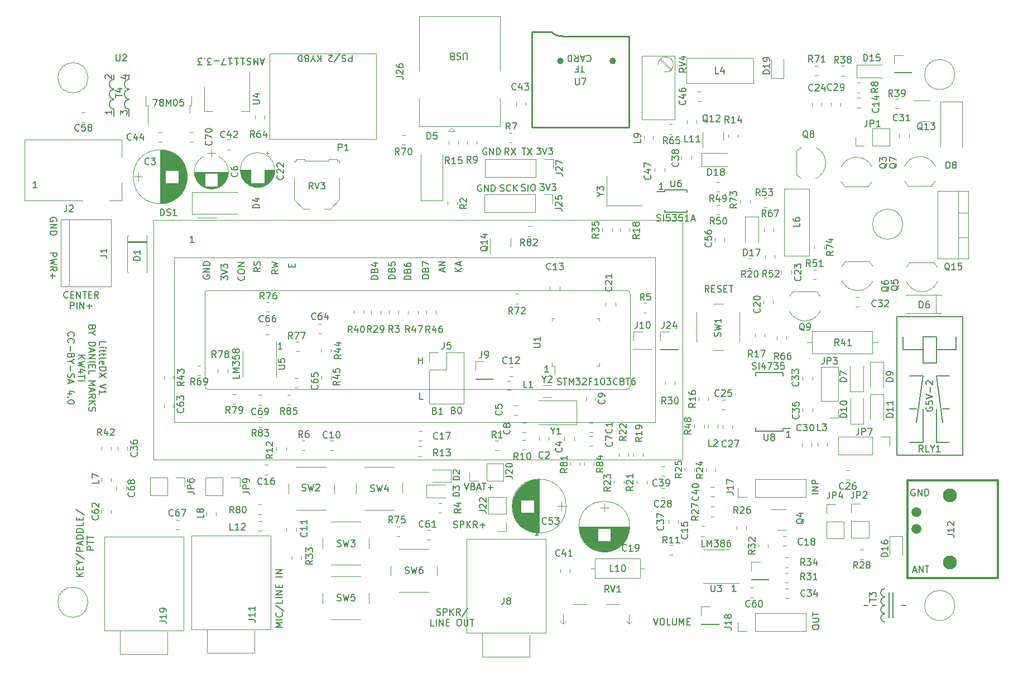
<source format=gbr>
%TF.GenerationSoftware,KiCad,Pcbnew,(6.0.11)*%
%TF.CreationDate,2023-06-17T11:37:52-05:00*%
%TF.ProjectId,LittleDX,4c697474-6c65-4445-982e-6b696361645f,rev?*%
%TF.SameCoordinates,Original*%
%TF.FileFunction,Legend,Top*%
%TF.FilePolarity,Positive*%
%FSLAX46Y46*%
G04 Gerber Fmt 4.6, Leading zero omitted, Abs format (unit mm)*
G04 Created by KiCad (PCBNEW (6.0.11)) date 2023-06-17 11:37:52*
%MOMM*%
%LPD*%
G01*
G04 APERTURE LIST*
%ADD10C,0.150000*%
%ADD11C,0.200000*%
%ADD12C,0.120000*%
%ADD13C,0.300000*%
%ADD14C,0.100000*%
%ADD15C,0.250000*%
%ADD16C,2.100000*%
%ADD17C,1.500000*%
%ADD18C,1.000000*%
G04 APERTURE END LIST*
D10*
X111770238Y-129154761D02*
X111913095Y-129202380D01*
X112151190Y-129202380D01*
X112246428Y-129154761D01*
X112294047Y-129107142D01*
X112341666Y-129011904D01*
X112341666Y-128916666D01*
X112294047Y-128821428D01*
X112246428Y-128773809D01*
X112151190Y-128726190D01*
X111960714Y-128678571D01*
X111865476Y-128630952D01*
X111817857Y-128583333D01*
X111770238Y-128488095D01*
X111770238Y-128392857D01*
X111817857Y-128297619D01*
X111865476Y-128250000D01*
X111960714Y-128202380D01*
X112198809Y-128202380D01*
X112341666Y-128250000D01*
X112770238Y-129202380D02*
X112770238Y-128202380D01*
X113151190Y-128202380D01*
X113246428Y-128250000D01*
X113294047Y-128297619D01*
X113341666Y-128392857D01*
X113341666Y-128535714D01*
X113294047Y-128630952D01*
X113246428Y-128678571D01*
X113151190Y-128726190D01*
X112770238Y-128726190D01*
X113770238Y-129202380D02*
X113770238Y-128202380D01*
X114341666Y-129202380D02*
X113913095Y-128630952D01*
X114341666Y-128202380D02*
X113770238Y-128773809D01*
X115341666Y-129202380D02*
X115008333Y-128726190D01*
X114770238Y-129202380D02*
X114770238Y-128202380D01*
X115151190Y-128202380D01*
X115246428Y-128250000D01*
X115294047Y-128297619D01*
X115341666Y-128392857D01*
X115341666Y-128535714D01*
X115294047Y-128630952D01*
X115246428Y-128678571D01*
X115151190Y-128726190D01*
X114770238Y-128726190D01*
X115770238Y-128821428D02*
X116532142Y-128821428D01*
X116151190Y-129202380D02*
X116151190Y-128440476D01*
X113388095Y-122477380D02*
X113721428Y-123477380D01*
X114054761Y-122477380D01*
X114721428Y-122953571D02*
X114864285Y-123001190D01*
X114911904Y-123048809D01*
X114959523Y-123144047D01*
X114959523Y-123286904D01*
X114911904Y-123382142D01*
X114864285Y-123429761D01*
X114769047Y-123477380D01*
X114388095Y-123477380D01*
X114388095Y-122477380D01*
X114721428Y-122477380D01*
X114816666Y-122525000D01*
X114864285Y-122572619D01*
X114911904Y-122667857D01*
X114911904Y-122763095D01*
X114864285Y-122858333D01*
X114816666Y-122905952D01*
X114721428Y-122953571D01*
X114388095Y-122953571D01*
X115340476Y-123191666D02*
X115816666Y-123191666D01*
X115245238Y-123477380D02*
X115578571Y-122477380D01*
X115911904Y-123477380D01*
X116102380Y-122477380D02*
X116673809Y-122477380D01*
X116388095Y-123477380D02*
X116388095Y-122477380D01*
X117007142Y-123096428D02*
X117769047Y-123096428D01*
X117388095Y-123477380D02*
X117388095Y-122715476D01*
X166182380Y-144350000D02*
X166182380Y-144159523D01*
X166230000Y-144064285D01*
X166325238Y-143969047D01*
X166515714Y-143921428D01*
X166849047Y-143921428D01*
X167039523Y-143969047D01*
X167134761Y-144064285D01*
X167182380Y-144159523D01*
X167182380Y-144350000D01*
X167134761Y-144445238D01*
X167039523Y-144540476D01*
X166849047Y-144588095D01*
X166515714Y-144588095D01*
X166325238Y-144540476D01*
X166230000Y-144445238D01*
X166182380Y-144350000D01*
X166182380Y-143492857D02*
X166991904Y-143492857D01*
X167087142Y-143445238D01*
X167134761Y-143397619D01*
X167182380Y-143302380D01*
X167182380Y-143111904D01*
X167134761Y-143016666D01*
X167087142Y-142969047D01*
X166991904Y-142921428D01*
X166182380Y-142921428D01*
X166182380Y-142588095D02*
X166182380Y-142016666D01*
X167182380Y-142302380D02*
X166182380Y-142302380D01*
X96337619Y-57557619D02*
X96337619Y-58557619D01*
X95956666Y-58557619D01*
X95861428Y-58510000D01*
X95813809Y-58462380D01*
X95766190Y-58367142D01*
X95766190Y-58224285D01*
X95813809Y-58129047D01*
X95861428Y-58081428D01*
X95956666Y-58033809D01*
X96337619Y-58033809D01*
X95385238Y-57605238D02*
X95242380Y-57557619D01*
X95004285Y-57557619D01*
X94909047Y-57605238D01*
X94861428Y-57652857D01*
X94813809Y-57748095D01*
X94813809Y-57843333D01*
X94861428Y-57938571D01*
X94909047Y-57986190D01*
X95004285Y-58033809D01*
X95194761Y-58081428D01*
X95290000Y-58129047D01*
X95337619Y-58176666D01*
X95385238Y-58271904D01*
X95385238Y-58367142D01*
X95337619Y-58462380D01*
X95290000Y-58510000D01*
X95194761Y-58557619D01*
X94956666Y-58557619D01*
X94813809Y-58510000D01*
X93670952Y-58605238D02*
X94528095Y-57319523D01*
X93385238Y-58462380D02*
X93337619Y-58510000D01*
X93242380Y-58557619D01*
X93004285Y-58557619D01*
X92909047Y-58510000D01*
X92861428Y-58462380D01*
X92813809Y-58367142D01*
X92813809Y-58271904D01*
X92861428Y-58129047D01*
X93432857Y-57557619D01*
X92813809Y-57557619D01*
X91623333Y-57557619D02*
X91623333Y-58557619D01*
X91051904Y-57557619D02*
X91480476Y-58129047D01*
X91051904Y-58557619D02*
X91623333Y-57986190D01*
X90432857Y-58033809D02*
X90432857Y-57557619D01*
X90766190Y-58557619D02*
X90432857Y-58033809D01*
X90099523Y-58557619D01*
X89432857Y-58081428D02*
X89290000Y-58033809D01*
X89242380Y-57986190D01*
X89194761Y-57890952D01*
X89194761Y-57748095D01*
X89242380Y-57652857D01*
X89290000Y-57605238D01*
X89385238Y-57557619D01*
X89766190Y-57557619D01*
X89766190Y-58557619D01*
X89432857Y-58557619D01*
X89337619Y-58510000D01*
X89290000Y-58462380D01*
X89242380Y-58367142D01*
X89242380Y-58271904D01*
X89290000Y-58176666D01*
X89337619Y-58129047D01*
X89432857Y-58081428D01*
X89766190Y-58081428D01*
X88766190Y-57557619D02*
X88766190Y-58557619D01*
X88528095Y-58557619D01*
X88385238Y-58510000D01*
X88290000Y-58414761D01*
X88242380Y-58319523D01*
X88194761Y-58129047D01*
X88194761Y-57986190D01*
X88242380Y-57795714D01*
X88290000Y-57700476D01*
X88385238Y-57605238D01*
X88528095Y-57557619D01*
X88766190Y-57557619D01*
X109196476Y-142424761D02*
X109339333Y-142472380D01*
X109577428Y-142472380D01*
X109672666Y-142424761D01*
X109720285Y-142377142D01*
X109767904Y-142281904D01*
X109767904Y-142186666D01*
X109720285Y-142091428D01*
X109672666Y-142043809D01*
X109577428Y-141996190D01*
X109386952Y-141948571D01*
X109291714Y-141900952D01*
X109244095Y-141853333D01*
X109196476Y-141758095D01*
X109196476Y-141662857D01*
X109244095Y-141567619D01*
X109291714Y-141520000D01*
X109386952Y-141472380D01*
X109625047Y-141472380D01*
X109767904Y-141520000D01*
X110196476Y-142472380D02*
X110196476Y-141472380D01*
X110577428Y-141472380D01*
X110672666Y-141520000D01*
X110720285Y-141567619D01*
X110767904Y-141662857D01*
X110767904Y-141805714D01*
X110720285Y-141900952D01*
X110672666Y-141948571D01*
X110577428Y-141996190D01*
X110196476Y-141996190D01*
X111196476Y-142472380D02*
X111196476Y-141472380D01*
X111767904Y-142472380D02*
X111339333Y-141900952D01*
X111767904Y-141472380D02*
X111196476Y-142043809D01*
X112767904Y-142472380D02*
X112434571Y-141996190D01*
X112196476Y-142472380D02*
X112196476Y-141472380D01*
X112577428Y-141472380D01*
X112672666Y-141520000D01*
X112720285Y-141567619D01*
X112767904Y-141662857D01*
X112767904Y-141805714D01*
X112720285Y-141900952D01*
X112672666Y-141948571D01*
X112577428Y-141996190D01*
X112196476Y-141996190D01*
X113910761Y-141424761D02*
X113053619Y-142710476D01*
X108791714Y-144082380D02*
X108315523Y-144082380D01*
X108315523Y-143082380D01*
X109125047Y-144082380D02*
X109125047Y-143082380D01*
X109601238Y-144082380D02*
X109601238Y-143082380D01*
X110172666Y-144082380D01*
X110172666Y-143082380D01*
X110648857Y-143558571D02*
X110982190Y-143558571D01*
X111125047Y-144082380D02*
X110648857Y-144082380D01*
X110648857Y-143082380D01*
X111125047Y-143082380D01*
X112506000Y-143082380D02*
X112696476Y-143082380D01*
X112791714Y-143130000D01*
X112886952Y-143225238D01*
X112934571Y-143415714D01*
X112934571Y-143749047D01*
X112886952Y-143939523D01*
X112791714Y-144034761D01*
X112696476Y-144082380D01*
X112506000Y-144082380D01*
X112410761Y-144034761D01*
X112315523Y-143939523D01*
X112267904Y-143749047D01*
X112267904Y-143415714D01*
X112315523Y-143225238D01*
X112410761Y-143130000D01*
X112506000Y-143082380D01*
X113363142Y-143082380D02*
X113363142Y-143891904D01*
X113410761Y-143987142D01*
X113458380Y-144034761D01*
X113553619Y-144082380D01*
X113744095Y-144082380D01*
X113839333Y-144034761D01*
X113886952Y-143987142D01*
X113934571Y-143891904D01*
X113934571Y-143082380D01*
X114267904Y-143082380D02*
X114839333Y-143082380D01*
X114553619Y-144082380D02*
X114553619Y-143082380D01*
X48545714Y-77668380D02*
X47974285Y-77668380D01*
X48260000Y-77668380D02*
X48260000Y-76668380D01*
X48164761Y-76811238D01*
X48069523Y-76906476D01*
X47974285Y-76954095D01*
X85735714Y-102102380D02*
X85164285Y-102102380D01*
X85450000Y-102102380D02*
X85450000Y-101102380D01*
X85354761Y-101245238D01*
X85259523Y-101340476D01*
X85164285Y-101388095D01*
X131554285Y-60162619D02*
X130982857Y-60162619D01*
X131268571Y-59162619D02*
X131268571Y-60162619D01*
X130316190Y-59686428D02*
X130649523Y-59686428D01*
X130649523Y-59162619D02*
X130649523Y-60162619D01*
X130173333Y-60162619D01*
X131959047Y-57647857D02*
X132006666Y-57600238D01*
X132149523Y-57552619D01*
X132244761Y-57552619D01*
X132387619Y-57600238D01*
X132482857Y-57695476D01*
X132530476Y-57790714D01*
X132578095Y-57981190D01*
X132578095Y-58124047D01*
X132530476Y-58314523D01*
X132482857Y-58409761D01*
X132387619Y-58505000D01*
X132244761Y-58552619D01*
X132149523Y-58552619D01*
X132006666Y-58505000D01*
X131959047Y-58457380D01*
X131578095Y-57838333D02*
X131101904Y-57838333D01*
X131673333Y-57552619D02*
X131340000Y-58552619D01*
X131006666Y-57552619D01*
X130101904Y-57552619D02*
X130435238Y-58028809D01*
X130673333Y-57552619D02*
X130673333Y-58552619D01*
X130292380Y-58552619D01*
X130197142Y-58505000D01*
X130149523Y-58457380D01*
X130101904Y-58362142D01*
X130101904Y-58219285D01*
X130149523Y-58124047D01*
X130197142Y-58076428D01*
X130292380Y-58028809D01*
X130673333Y-58028809D01*
X129673333Y-57552619D02*
X129673333Y-58552619D01*
X129435238Y-58552619D01*
X129292380Y-58505000D01*
X129197142Y-58409761D01*
X129149523Y-58314523D01*
X129101904Y-58124047D01*
X129101904Y-57981190D01*
X129149523Y-57790714D01*
X129197142Y-57695476D01*
X129292380Y-57600238D01*
X129435238Y-57552619D01*
X129673333Y-57552619D01*
X58052619Y-101537619D02*
X58052619Y-101061428D01*
X59052619Y-101061428D01*
X58052619Y-101870952D02*
X58719285Y-101870952D01*
X59052619Y-101870952D02*
X59005000Y-101823333D01*
X58957380Y-101870952D01*
X59005000Y-101918571D01*
X59052619Y-101870952D01*
X58957380Y-101870952D01*
X58719285Y-102204285D02*
X58719285Y-102585238D01*
X59052619Y-102347142D02*
X58195476Y-102347142D01*
X58100238Y-102394761D01*
X58052619Y-102490000D01*
X58052619Y-102585238D01*
X58719285Y-102775714D02*
X58719285Y-103156666D01*
X59052619Y-102918571D02*
X58195476Y-102918571D01*
X58100238Y-102966190D01*
X58052619Y-103061428D01*
X58052619Y-103156666D01*
X58052619Y-103632857D02*
X58100238Y-103537619D01*
X58195476Y-103490000D01*
X59052619Y-103490000D01*
X58100238Y-104394761D02*
X58052619Y-104299523D01*
X58052619Y-104109047D01*
X58100238Y-104013809D01*
X58195476Y-103966190D01*
X58576428Y-103966190D01*
X58671666Y-104013809D01*
X58719285Y-104109047D01*
X58719285Y-104299523D01*
X58671666Y-104394761D01*
X58576428Y-104442380D01*
X58481190Y-104442380D01*
X58385952Y-103966190D01*
X58052619Y-104870952D02*
X59052619Y-104870952D01*
X59052619Y-105109047D01*
X59005000Y-105251904D01*
X58909761Y-105347142D01*
X58814523Y-105394761D01*
X58624047Y-105442380D01*
X58481190Y-105442380D01*
X58290714Y-105394761D01*
X58195476Y-105347142D01*
X58100238Y-105251904D01*
X58052619Y-105109047D01*
X58052619Y-104870952D01*
X59052619Y-105775714D02*
X58052619Y-106442380D01*
X59052619Y-106442380D02*
X58052619Y-105775714D01*
X59052619Y-107442380D02*
X58052619Y-107775714D01*
X59052619Y-108109047D01*
X58052619Y-108966190D02*
X58052619Y-108394761D01*
X58052619Y-108680476D02*
X59052619Y-108680476D01*
X58909761Y-108585238D01*
X58814523Y-108490000D01*
X58766904Y-108394761D01*
X56966428Y-98847142D02*
X56918809Y-98990000D01*
X56871190Y-99037619D01*
X56775952Y-99085238D01*
X56633095Y-99085238D01*
X56537857Y-99037619D01*
X56490238Y-98990000D01*
X56442619Y-98894761D01*
X56442619Y-98513809D01*
X57442619Y-98513809D01*
X57442619Y-98847142D01*
X57395000Y-98942380D01*
X57347380Y-98990000D01*
X57252142Y-99037619D01*
X57156904Y-99037619D01*
X57061666Y-98990000D01*
X57014047Y-98942380D01*
X56966428Y-98847142D01*
X56966428Y-98513809D01*
X56918809Y-99704285D02*
X56442619Y-99704285D01*
X57442619Y-99370952D02*
X56918809Y-99704285D01*
X57442619Y-100037619D01*
X56442619Y-101132857D02*
X57442619Y-101132857D01*
X57442619Y-101370952D01*
X57395000Y-101513809D01*
X57299761Y-101609047D01*
X57204523Y-101656666D01*
X57014047Y-101704285D01*
X56871190Y-101704285D01*
X56680714Y-101656666D01*
X56585476Y-101609047D01*
X56490238Y-101513809D01*
X56442619Y-101370952D01*
X56442619Y-101132857D01*
X56728333Y-102085238D02*
X56728333Y-102561428D01*
X56442619Y-101990000D02*
X57442619Y-102323333D01*
X56442619Y-102656666D01*
X56442619Y-102990000D02*
X57442619Y-102990000D01*
X56442619Y-103561428D01*
X57442619Y-103561428D01*
X56442619Y-104037619D02*
X57442619Y-104037619D01*
X56966428Y-104513809D02*
X56966428Y-104847142D01*
X56442619Y-104990000D02*
X56442619Y-104513809D01*
X57442619Y-104513809D01*
X57442619Y-104990000D01*
X56442619Y-105894761D02*
X56442619Y-105418571D01*
X57442619Y-105418571D01*
X56442619Y-106990000D02*
X57442619Y-106990000D01*
X56728333Y-107323333D01*
X57442619Y-107656666D01*
X56442619Y-107656666D01*
X56728333Y-108085238D02*
X56728333Y-108561428D01*
X56442619Y-107990000D02*
X57442619Y-108323333D01*
X56442619Y-108656666D01*
X56442619Y-109561428D02*
X56918809Y-109228095D01*
X56442619Y-108990000D02*
X57442619Y-108990000D01*
X57442619Y-109370952D01*
X57395000Y-109466190D01*
X57347380Y-109513809D01*
X57252142Y-109561428D01*
X57109285Y-109561428D01*
X57014047Y-109513809D01*
X56966428Y-109466190D01*
X56918809Y-109370952D01*
X56918809Y-108990000D01*
X56442619Y-109990000D02*
X57442619Y-109990000D01*
X56442619Y-110561428D02*
X57014047Y-110132857D01*
X57442619Y-110561428D02*
X56871190Y-109990000D01*
X56490238Y-110942380D02*
X56442619Y-111085238D01*
X56442619Y-111323333D01*
X56490238Y-111418571D01*
X56537857Y-111466190D01*
X56633095Y-111513809D01*
X56728333Y-111513809D01*
X56823571Y-111466190D01*
X56871190Y-111418571D01*
X56918809Y-111323333D01*
X56966428Y-111132857D01*
X57014047Y-111037619D01*
X57061666Y-110990000D01*
X57156904Y-110942380D01*
X57252142Y-110942380D01*
X57347380Y-110990000D01*
X57395000Y-111037619D01*
X57442619Y-111132857D01*
X57442619Y-111370952D01*
X57395000Y-111513809D01*
X54832619Y-103061428D02*
X55832619Y-103061428D01*
X54832619Y-103632857D02*
X55404047Y-103204285D01*
X55832619Y-103632857D02*
X55261190Y-103061428D01*
X55832619Y-103966190D02*
X54832619Y-104204285D01*
X55546904Y-104394761D01*
X54832619Y-104585238D01*
X55832619Y-104823333D01*
X55499285Y-105632857D02*
X54832619Y-105632857D01*
X55880238Y-105394761D02*
X55165952Y-105156666D01*
X55165952Y-105775714D01*
X55832619Y-106013809D02*
X55832619Y-106585238D01*
X54832619Y-106299523D02*
X55832619Y-106299523D01*
X54832619Y-106918571D02*
X55832619Y-106918571D01*
X53317857Y-100156666D02*
X53270238Y-100109047D01*
X53222619Y-99966190D01*
X53222619Y-99870952D01*
X53270238Y-99728095D01*
X53365476Y-99632857D01*
X53460714Y-99585238D01*
X53651190Y-99537619D01*
X53794047Y-99537619D01*
X53984523Y-99585238D01*
X54079761Y-99632857D01*
X54175000Y-99728095D01*
X54222619Y-99870952D01*
X54222619Y-99966190D01*
X54175000Y-100109047D01*
X54127380Y-100156666D01*
X53317857Y-101156666D02*
X53270238Y-101109047D01*
X53222619Y-100966190D01*
X53222619Y-100870952D01*
X53270238Y-100728095D01*
X53365476Y-100632857D01*
X53460714Y-100585238D01*
X53651190Y-100537619D01*
X53794047Y-100537619D01*
X53984523Y-100585238D01*
X54079761Y-100632857D01*
X54175000Y-100728095D01*
X54222619Y-100870952D01*
X54222619Y-100966190D01*
X54175000Y-101109047D01*
X54127380Y-101156666D01*
X53603571Y-101585238D02*
X53603571Y-102347142D01*
X53746428Y-103156666D02*
X53698809Y-103299523D01*
X53651190Y-103347142D01*
X53555952Y-103394761D01*
X53413095Y-103394761D01*
X53317857Y-103347142D01*
X53270238Y-103299523D01*
X53222619Y-103204285D01*
X53222619Y-102823333D01*
X54222619Y-102823333D01*
X54222619Y-103156666D01*
X54175000Y-103251904D01*
X54127380Y-103299523D01*
X54032142Y-103347142D01*
X53936904Y-103347142D01*
X53841666Y-103299523D01*
X53794047Y-103251904D01*
X53746428Y-103156666D01*
X53746428Y-102823333D01*
X53698809Y-104013809D02*
X53222619Y-104013809D01*
X54222619Y-103680476D02*
X53698809Y-104013809D01*
X54222619Y-104347142D01*
X53603571Y-104680476D02*
X53603571Y-105442380D01*
X53270238Y-105870952D02*
X53222619Y-106013809D01*
X53222619Y-106251904D01*
X53270238Y-106347142D01*
X53317857Y-106394761D01*
X53413095Y-106442380D01*
X53508333Y-106442380D01*
X53603571Y-106394761D01*
X53651190Y-106347142D01*
X53698809Y-106251904D01*
X53746428Y-106061428D01*
X53794047Y-105966190D01*
X53841666Y-105918571D01*
X53936904Y-105870952D01*
X54032142Y-105870952D01*
X54127380Y-105918571D01*
X54175000Y-105966190D01*
X54222619Y-106061428D01*
X54222619Y-106299523D01*
X54175000Y-106442380D01*
X53508333Y-106823333D02*
X53508333Y-107299523D01*
X53222619Y-106728095D02*
X54222619Y-107061428D01*
X53222619Y-107394761D01*
X53889285Y-108918571D02*
X53222619Y-108918571D01*
X54270238Y-108680476D02*
X53555952Y-108442380D01*
X53555952Y-109061428D01*
X53317857Y-109442380D02*
X53270238Y-109490000D01*
X53222619Y-109442380D01*
X53270238Y-109394761D01*
X53317857Y-109442380D01*
X53222619Y-109442380D01*
X54222619Y-110109047D02*
X54222619Y-110204285D01*
X54175000Y-110299523D01*
X54127380Y-110347142D01*
X54032142Y-110394761D01*
X53841666Y-110442380D01*
X53603571Y-110442380D01*
X53413095Y-110394761D01*
X53317857Y-110347142D01*
X53270238Y-110299523D01*
X53222619Y-110204285D01*
X53222619Y-110109047D01*
X53270238Y-110013809D01*
X53317857Y-109966190D01*
X53413095Y-109918571D01*
X53603571Y-109870952D01*
X53841666Y-109870952D01*
X54032142Y-109918571D01*
X54127380Y-109966190D01*
X54175000Y-110013809D01*
X54222619Y-110109047D01*
X82432380Y-89796666D02*
X81956190Y-90130000D01*
X82432380Y-90368095D02*
X81432380Y-90368095D01*
X81432380Y-89987142D01*
X81480000Y-89891904D01*
X81527619Y-89844285D01*
X81622857Y-89796666D01*
X81765714Y-89796666D01*
X81860952Y-89844285D01*
X81908571Y-89891904D01*
X81956190Y-89987142D01*
X81956190Y-90368095D01*
X82384761Y-89415714D02*
X82432380Y-89272857D01*
X82432380Y-89034761D01*
X82384761Y-88939523D01*
X82337142Y-88891904D01*
X82241904Y-88844285D01*
X82146666Y-88844285D01*
X82051428Y-88891904D01*
X82003809Y-88939523D01*
X81956190Y-89034761D01*
X81908571Y-89225238D01*
X81860952Y-89320476D01*
X81813333Y-89368095D01*
X81718095Y-89415714D01*
X81622857Y-89415714D01*
X81527619Y-89368095D01*
X81480000Y-89320476D01*
X81432380Y-89225238D01*
X81432380Y-88987142D01*
X81480000Y-88844285D01*
X124351904Y-71612380D02*
X124970952Y-71612380D01*
X124637619Y-71993333D01*
X124780476Y-71993333D01*
X124875714Y-72040952D01*
X124923333Y-72088571D01*
X124970952Y-72183809D01*
X124970952Y-72421904D01*
X124923333Y-72517142D01*
X124875714Y-72564761D01*
X124780476Y-72612380D01*
X124494761Y-72612380D01*
X124399523Y-72564761D01*
X124351904Y-72517142D01*
X125256666Y-71612380D02*
X125590000Y-72612380D01*
X125923333Y-71612380D01*
X126161428Y-71612380D02*
X126780476Y-71612380D01*
X126447142Y-71993333D01*
X126590000Y-71993333D01*
X126685238Y-72040952D01*
X126732857Y-72088571D01*
X126780476Y-72183809D01*
X126780476Y-72421904D01*
X126732857Y-72517142D01*
X126685238Y-72564761D01*
X126590000Y-72612380D01*
X126304285Y-72612380D01*
X126209047Y-72564761D01*
X126161428Y-72517142D01*
X124685714Y-130352380D02*
X124114285Y-130352380D01*
X124400000Y-130352380D02*
X124400000Y-129352380D01*
X124304761Y-129495238D01*
X124209523Y-129590476D01*
X124114285Y-129638095D01*
X66166666Y-64252380D02*
X66833333Y-64252380D01*
X66404761Y-65252380D01*
X67357142Y-64680952D02*
X67261904Y-64633333D01*
X67214285Y-64585714D01*
X67166666Y-64490476D01*
X67166666Y-64442857D01*
X67214285Y-64347619D01*
X67261904Y-64300000D01*
X67357142Y-64252380D01*
X67547619Y-64252380D01*
X67642857Y-64300000D01*
X67690476Y-64347619D01*
X67738095Y-64442857D01*
X67738095Y-64490476D01*
X67690476Y-64585714D01*
X67642857Y-64633333D01*
X67547619Y-64680952D01*
X67357142Y-64680952D01*
X67261904Y-64728571D01*
X67214285Y-64776190D01*
X67166666Y-64871428D01*
X67166666Y-65061904D01*
X67214285Y-65157142D01*
X67261904Y-65204761D01*
X67357142Y-65252380D01*
X67547619Y-65252380D01*
X67642857Y-65204761D01*
X67690476Y-65157142D01*
X67738095Y-65061904D01*
X67738095Y-64871428D01*
X67690476Y-64776190D01*
X67642857Y-64728571D01*
X67547619Y-64680952D01*
X68166666Y-65252380D02*
X68166666Y-64252380D01*
X68500000Y-64966666D01*
X68833333Y-64252380D01*
X68833333Y-65252380D01*
X69500000Y-64252380D02*
X69595238Y-64252380D01*
X69690476Y-64300000D01*
X69738095Y-64347619D01*
X69785714Y-64442857D01*
X69833333Y-64633333D01*
X69833333Y-64871428D01*
X69785714Y-65061904D01*
X69738095Y-65157142D01*
X69690476Y-65204761D01*
X69595238Y-65252380D01*
X69500000Y-65252380D01*
X69404761Y-65204761D01*
X69357142Y-65157142D01*
X69309523Y-65061904D01*
X69261904Y-64871428D01*
X69261904Y-64633333D01*
X69309523Y-64442857D01*
X69357142Y-64347619D01*
X69404761Y-64300000D01*
X69500000Y-64252380D01*
X70738095Y-64252380D02*
X70261904Y-64252380D01*
X70214285Y-64728571D01*
X70261904Y-64680952D01*
X70357142Y-64633333D01*
X70595238Y-64633333D01*
X70690476Y-64680952D01*
X70738095Y-64728571D01*
X70785714Y-64823809D01*
X70785714Y-65061904D01*
X70738095Y-65157142D01*
X70690476Y-65204761D01*
X70595238Y-65252380D01*
X70357142Y-65252380D01*
X70261904Y-65204761D01*
X70214285Y-65157142D01*
X108915238Y-111468571D02*
X109058095Y-111516190D01*
X109105714Y-111563809D01*
X109153333Y-111659047D01*
X109153333Y-111801904D01*
X109105714Y-111897142D01*
X109058095Y-111944761D01*
X108962857Y-111992380D01*
X108581904Y-111992380D01*
X108581904Y-110992380D01*
X108915238Y-110992380D01*
X109010476Y-111040000D01*
X109058095Y-111087619D01*
X109105714Y-111182857D01*
X109105714Y-111278095D01*
X109058095Y-111373333D01*
X109010476Y-111420952D01*
X108915238Y-111468571D01*
X108581904Y-111468571D01*
X110105714Y-111992380D02*
X109534285Y-111992380D01*
X109820000Y-111992380D02*
X109820000Y-110992380D01*
X109724761Y-111135238D01*
X109629523Y-111230476D01*
X109534285Y-111278095D01*
X122118095Y-71682380D02*
X122689523Y-71682380D01*
X122403809Y-72682380D02*
X122403809Y-71682380D01*
X122927619Y-71682380D02*
X123594285Y-72682380D01*
X123594285Y-71682380D02*
X122927619Y-72682380D01*
X51500000Y-82738095D02*
X51547619Y-82642857D01*
X51547619Y-82500000D01*
X51500000Y-82357142D01*
X51404761Y-82261904D01*
X51309523Y-82214285D01*
X51119047Y-82166666D01*
X50976190Y-82166666D01*
X50785714Y-82214285D01*
X50690476Y-82261904D01*
X50595238Y-82357142D01*
X50547619Y-82500000D01*
X50547619Y-82595238D01*
X50595238Y-82738095D01*
X50642857Y-82785714D01*
X50976190Y-82785714D01*
X50976190Y-82595238D01*
X50547619Y-83214285D02*
X51547619Y-83214285D01*
X50547619Y-83785714D01*
X51547619Y-83785714D01*
X50547619Y-84261904D02*
X51547619Y-84261904D01*
X51547619Y-84500000D01*
X51500000Y-84642857D01*
X51404761Y-84738095D01*
X51309523Y-84785714D01*
X51119047Y-84833333D01*
X50976190Y-84833333D01*
X50785714Y-84785714D01*
X50690476Y-84738095D01*
X50595238Y-84642857D01*
X50547619Y-84500000D01*
X50547619Y-84261904D01*
X100252380Y-91518095D02*
X99252380Y-91518095D01*
X99252380Y-91280000D01*
X99300000Y-91137142D01*
X99395238Y-91041904D01*
X99490476Y-90994285D01*
X99680952Y-90946666D01*
X99823809Y-90946666D01*
X100014285Y-90994285D01*
X100109523Y-91041904D01*
X100204761Y-91137142D01*
X100252380Y-91280000D01*
X100252380Y-91518095D01*
X99728571Y-90184761D02*
X99776190Y-90041904D01*
X99823809Y-89994285D01*
X99919047Y-89946666D01*
X100061904Y-89946666D01*
X100157142Y-89994285D01*
X100204761Y-90041904D01*
X100252380Y-90137142D01*
X100252380Y-90518095D01*
X99252380Y-90518095D01*
X99252380Y-90184761D01*
X99300000Y-90089523D01*
X99347619Y-90041904D01*
X99442857Y-89994285D01*
X99538095Y-89994285D01*
X99633333Y-90041904D01*
X99680952Y-90089523D01*
X99728571Y-90184761D01*
X99728571Y-90518095D01*
X99585714Y-89089523D02*
X100252380Y-89089523D01*
X99204761Y-89327619D02*
X99919047Y-89565714D01*
X99919047Y-88946666D01*
X85142380Y-90131904D02*
X84666190Y-90465238D01*
X85142380Y-90703333D02*
X84142380Y-90703333D01*
X84142380Y-90322380D01*
X84190000Y-90227142D01*
X84237619Y-90179523D01*
X84332857Y-90131904D01*
X84475714Y-90131904D01*
X84570952Y-90179523D01*
X84618571Y-90227142D01*
X84666190Y-90322380D01*
X84666190Y-90703333D01*
X84142380Y-89798571D02*
X85142380Y-89560476D01*
X84428095Y-89370000D01*
X85142380Y-89179523D01*
X84142380Y-88941428D01*
X115958095Y-77270000D02*
X115862857Y-77222380D01*
X115720000Y-77222380D01*
X115577142Y-77270000D01*
X115481904Y-77365238D01*
X115434285Y-77460476D01*
X115386666Y-77650952D01*
X115386666Y-77793809D01*
X115434285Y-77984285D01*
X115481904Y-78079523D01*
X115577142Y-78174761D01*
X115720000Y-78222380D01*
X115815238Y-78222380D01*
X115958095Y-78174761D01*
X116005714Y-78127142D01*
X116005714Y-77793809D01*
X115815238Y-77793809D01*
X116434285Y-78222380D02*
X116434285Y-77222380D01*
X117005714Y-78222380D01*
X117005714Y-77222380D01*
X117481904Y-78222380D02*
X117481904Y-77222380D01*
X117720000Y-77222380D01*
X117862857Y-77270000D01*
X117958095Y-77365238D01*
X118005714Y-77460476D01*
X118053333Y-77650952D01*
X118053333Y-77793809D01*
X118005714Y-77984285D01*
X117958095Y-78079523D01*
X117862857Y-78174761D01*
X117720000Y-78222380D01*
X117481904Y-78222380D01*
X181733095Y-123405000D02*
X181637857Y-123357380D01*
X181495000Y-123357380D01*
X181352142Y-123405000D01*
X181256904Y-123500238D01*
X181209285Y-123595476D01*
X181161666Y-123785952D01*
X181161666Y-123928809D01*
X181209285Y-124119285D01*
X181256904Y-124214523D01*
X181352142Y-124309761D01*
X181495000Y-124357380D01*
X181590238Y-124357380D01*
X181733095Y-124309761D01*
X181780714Y-124262142D01*
X181780714Y-123928809D01*
X181590238Y-123928809D01*
X182209285Y-124357380D02*
X182209285Y-123357380D01*
X182780714Y-124357380D01*
X182780714Y-123357380D01*
X183256904Y-124357380D02*
X183256904Y-123357380D01*
X183495000Y-123357380D01*
X183637857Y-123405000D01*
X183733095Y-123500238D01*
X183780714Y-123595476D01*
X183828333Y-123785952D01*
X183828333Y-123928809D01*
X183780714Y-124119285D01*
X183733095Y-124214523D01*
X183637857Y-124309761D01*
X183495000Y-124357380D01*
X183256904Y-124357380D01*
X72395714Y-85952380D02*
X71824285Y-85952380D01*
X72110000Y-85952380D02*
X72110000Y-84952380D01*
X72014761Y-85095238D01*
X71919523Y-85190476D01*
X71824285Y-85238095D01*
X83000000Y-58313333D02*
X82523809Y-58313333D01*
X83095238Y-58027619D02*
X82761904Y-59027619D01*
X82428571Y-58027619D01*
X82095238Y-58027619D02*
X82095238Y-59027619D01*
X81761904Y-58313333D01*
X81428571Y-59027619D01*
X81428571Y-58027619D01*
X81000000Y-58075238D02*
X80857142Y-58027619D01*
X80619047Y-58027619D01*
X80523809Y-58075238D01*
X80476190Y-58122857D01*
X80428571Y-58218095D01*
X80428571Y-58313333D01*
X80476190Y-58408571D01*
X80523809Y-58456190D01*
X80619047Y-58503809D01*
X80809523Y-58551428D01*
X80904761Y-58599047D01*
X80952380Y-58646666D01*
X81000000Y-58741904D01*
X81000000Y-58837142D01*
X80952380Y-58932380D01*
X80904761Y-58980000D01*
X80809523Y-59027619D01*
X80571428Y-59027619D01*
X80428571Y-58980000D01*
X79476190Y-58027619D02*
X80047619Y-58027619D01*
X79761904Y-58027619D02*
X79761904Y-59027619D01*
X79857142Y-58884761D01*
X79952380Y-58789523D01*
X80047619Y-58741904D01*
X78523809Y-58027619D02*
X79095238Y-58027619D01*
X78809523Y-58027619D02*
X78809523Y-59027619D01*
X78904761Y-58884761D01*
X79000000Y-58789523D01*
X79095238Y-58741904D01*
X77571428Y-58027619D02*
X78142857Y-58027619D01*
X77857142Y-58027619D02*
X77857142Y-59027619D01*
X77952380Y-58884761D01*
X78047619Y-58789523D01*
X78142857Y-58741904D01*
X77238095Y-59027619D02*
X76571428Y-59027619D01*
X77000000Y-58027619D01*
X76190476Y-58408571D02*
X75428571Y-58408571D01*
X75047619Y-59027619D02*
X74428571Y-59027619D01*
X74761904Y-58646666D01*
X74619047Y-58646666D01*
X74523809Y-58599047D01*
X74476190Y-58551428D01*
X74428571Y-58456190D01*
X74428571Y-58218095D01*
X74476190Y-58122857D01*
X74523809Y-58075238D01*
X74619047Y-58027619D01*
X74904761Y-58027619D01*
X75000000Y-58075238D01*
X75047619Y-58122857D01*
X74000000Y-58122857D02*
X73952380Y-58075238D01*
X74000000Y-58027619D01*
X74047619Y-58075238D01*
X74000000Y-58122857D01*
X74000000Y-58027619D01*
X73619047Y-59027619D02*
X73000000Y-59027619D01*
X73333333Y-58646666D01*
X73190476Y-58646666D01*
X73095238Y-58599047D01*
X73047619Y-58551428D01*
X73000000Y-58456190D01*
X73000000Y-58218095D01*
X73047619Y-58122857D01*
X73095238Y-58075238D01*
X73190476Y-58027619D01*
X73476190Y-58027619D01*
X73571428Y-58075238D01*
X73619047Y-58122857D01*
X73830000Y-90951904D02*
X73782380Y-91047142D01*
X73782380Y-91190000D01*
X73830000Y-91332857D01*
X73925238Y-91428095D01*
X74020476Y-91475714D01*
X74210952Y-91523333D01*
X74353809Y-91523333D01*
X74544285Y-91475714D01*
X74639523Y-91428095D01*
X74734761Y-91332857D01*
X74782380Y-91190000D01*
X74782380Y-91094761D01*
X74734761Y-90951904D01*
X74687142Y-90904285D01*
X74353809Y-90904285D01*
X74353809Y-91094761D01*
X74782380Y-90475714D02*
X73782380Y-90475714D01*
X74782380Y-89904285D01*
X73782380Y-89904285D01*
X74782380Y-89428095D02*
X73782380Y-89428095D01*
X73782380Y-89190000D01*
X73830000Y-89047142D01*
X73925238Y-88951904D01*
X74020476Y-88904285D01*
X74210952Y-88856666D01*
X74353809Y-88856666D01*
X74544285Y-88904285D01*
X74639523Y-88951904D01*
X74734761Y-89047142D01*
X74782380Y-89190000D01*
X74782380Y-89428095D01*
X87178571Y-89684285D02*
X87178571Y-89350952D01*
X87702380Y-89208095D02*
X87702380Y-89684285D01*
X86702380Y-89684285D01*
X86702380Y-89208095D01*
X50547619Y-87547619D02*
X51547619Y-87547619D01*
X51547619Y-87928571D01*
X51500000Y-88023809D01*
X51452380Y-88071428D01*
X51357142Y-88119047D01*
X51214285Y-88119047D01*
X51119047Y-88071428D01*
X51071428Y-88023809D01*
X51023809Y-87928571D01*
X51023809Y-87547619D01*
X51547619Y-88452380D02*
X50547619Y-88690476D01*
X51261904Y-88880952D01*
X50547619Y-89071428D01*
X51547619Y-89309523D01*
X50547619Y-90261904D02*
X51023809Y-89928571D01*
X50547619Y-89690476D02*
X51547619Y-89690476D01*
X51547619Y-90071428D01*
X51500000Y-90166666D01*
X51452380Y-90214285D01*
X51357142Y-90261904D01*
X51214285Y-90261904D01*
X51119047Y-90214285D01*
X51071428Y-90166666D01*
X51023809Y-90071428D01*
X51023809Y-89690476D01*
X50928571Y-90690476D02*
X50928571Y-91452380D01*
X50547619Y-91071428D02*
X51309523Y-91071428D01*
X157071428Y-105129761D02*
X157214285Y-105177380D01*
X157452380Y-105177380D01*
X157547619Y-105129761D01*
X157595238Y-105082142D01*
X157642857Y-104986904D01*
X157642857Y-104891666D01*
X157595238Y-104796428D01*
X157547619Y-104748809D01*
X157452380Y-104701190D01*
X157261904Y-104653571D01*
X157166666Y-104605952D01*
X157119047Y-104558333D01*
X157071428Y-104463095D01*
X157071428Y-104367857D01*
X157119047Y-104272619D01*
X157166666Y-104225000D01*
X157261904Y-104177380D01*
X157500000Y-104177380D01*
X157642857Y-104225000D01*
X158071428Y-105177380D02*
X158071428Y-104177380D01*
X158976190Y-104510714D02*
X158976190Y-105177380D01*
X158738095Y-104129761D02*
X158500000Y-104844047D01*
X159119047Y-104844047D01*
X159404761Y-104177380D02*
X160071428Y-104177380D01*
X159642857Y-105177380D01*
X160357142Y-104177380D02*
X160976190Y-104177380D01*
X160642857Y-104558333D01*
X160785714Y-104558333D01*
X160880952Y-104605952D01*
X160928571Y-104653571D01*
X160976190Y-104748809D01*
X160976190Y-104986904D01*
X160928571Y-105082142D01*
X160880952Y-105129761D01*
X160785714Y-105177380D01*
X160500000Y-105177380D01*
X160404761Y-105129761D01*
X160357142Y-105082142D01*
X161880952Y-104177380D02*
X161404761Y-104177380D01*
X161357142Y-104653571D01*
X161404761Y-104605952D01*
X161500000Y-104558333D01*
X161738095Y-104558333D01*
X161833333Y-104605952D01*
X161880952Y-104653571D01*
X161928571Y-104748809D01*
X161928571Y-104986904D01*
X161880952Y-105082142D01*
X161833333Y-105129761D01*
X161738095Y-105177380D01*
X161500000Y-105177380D01*
X161404761Y-105129761D01*
X161357142Y-105082142D01*
X167102380Y-124083809D02*
X166102380Y-124083809D01*
X167102380Y-123607619D02*
X166102380Y-123607619D01*
X167102380Y-123036190D01*
X166102380Y-123036190D01*
X167102380Y-122560000D02*
X166102380Y-122560000D01*
X166102380Y-122179047D01*
X166150000Y-122083809D01*
X166197619Y-122036190D01*
X166292857Y-121988571D01*
X166435714Y-121988571D01*
X166530952Y-122036190D01*
X166578571Y-122083809D01*
X166626190Y-122179047D01*
X166626190Y-122560000D01*
X111755238Y-111398571D02*
X111898095Y-111446190D01*
X111945714Y-111493809D01*
X111993333Y-111589047D01*
X111993333Y-111731904D01*
X111945714Y-111827142D01*
X111898095Y-111874761D01*
X111802857Y-111922380D01*
X111421904Y-111922380D01*
X111421904Y-110922380D01*
X111755238Y-110922380D01*
X111850476Y-110970000D01*
X111898095Y-111017619D01*
X111945714Y-111112857D01*
X111945714Y-111208095D01*
X111898095Y-111303333D01*
X111850476Y-111350952D01*
X111755238Y-111398571D01*
X111421904Y-111398571D01*
X112612380Y-110922380D02*
X112707619Y-110922380D01*
X112802857Y-110970000D01*
X112850476Y-111017619D01*
X112898095Y-111112857D01*
X112945714Y-111303333D01*
X112945714Y-111541428D01*
X112898095Y-111731904D01*
X112850476Y-111827142D01*
X112802857Y-111874761D01*
X112707619Y-111922380D01*
X112612380Y-111922380D01*
X112517142Y-111874761D01*
X112469523Y-111827142D01*
X112421904Y-111731904D01*
X112374285Y-111541428D01*
X112374285Y-111303333D01*
X112421904Y-111112857D01*
X112469523Y-111017619D01*
X112517142Y-110970000D01*
X112612380Y-110922380D01*
X142115476Y-142952380D02*
X142448809Y-143952380D01*
X142782142Y-142952380D01*
X143305952Y-142952380D02*
X143496428Y-142952380D01*
X143591666Y-143000000D01*
X143686904Y-143095238D01*
X143734523Y-143285714D01*
X143734523Y-143619047D01*
X143686904Y-143809523D01*
X143591666Y-143904761D01*
X143496428Y-143952380D01*
X143305952Y-143952380D01*
X143210714Y-143904761D01*
X143115476Y-143809523D01*
X143067857Y-143619047D01*
X143067857Y-143285714D01*
X143115476Y-143095238D01*
X143210714Y-143000000D01*
X143305952Y-142952380D01*
X144639285Y-143952380D02*
X144163095Y-143952380D01*
X144163095Y-142952380D01*
X144972619Y-142952380D02*
X144972619Y-143761904D01*
X145020238Y-143857142D01*
X145067857Y-143904761D01*
X145163095Y-143952380D01*
X145353571Y-143952380D01*
X145448809Y-143904761D01*
X145496428Y-143857142D01*
X145544047Y-143761904D01*
X145544047Y-142952380D01*
X146020238Y-143952380D02*
X146020238Y-142952380D01*
X146353571Y-143666666D01*
X146686904Y-142952380D01*
X146686904Y-143952380D01*
X147163095Y-143428571D02*
X147496428Y-143428571D01*
X147639285Y-143952380D02*
X147163095Y-143952380D01*
X147163095Y-142952380D01*
X147639285Y-142952380D01*
X85796380Y-144311142D02*
X84796380Y-144311142D01*
X85510666Y-143977809D01*
X84796380Y-143644476D01*
X85796380Y-143644476D01*
X85796380Y-143168285D02*
X84796380Y-143168285D01*
X85701142Y-142120666D02*
X85748761Y-142168285D01*
X85796380Y-142311142D01*
X85796380Y-142406380D01*
X85748761Y-142549238D01*
X85653523Y-142644476D01*
X85558285Y-142692095D01*
X85367809Y-142739714D01*
X85224952Y-142739714D01*
X85034476Y-142692095D01*
X84939238Y-142644476D01*
X84844000Y-142549238D01*
X84796380Y-142406380D01*
X84796380Y-142311142D01*
X84844000Y-142168285D01*
X84891619Y-142120666D01*
X84748761Y-140977809D02*
X86034476Y-141834952D01*
X85796380Y-140168285D02*
X85796380Y-140644476D01*
X84796380Y-140644476D01*
X85796380Y-139834952D02*
X84796380Y-139834952D01*
X85796380Y-139358761D02*
X84796380Y-139358761D01*
X85796380Y-138787333D01*
X84796380Y-138787333D01*
X85272571Y-138311142D02*
X85272571Y-137977809D01*
X85796380Y-137834952D02*
X85796380Y-138311142D01*
X84796380Y-138311142D01*
X84796380Y-137834952D01*
X85796380Y-136644476D02*
X84796380Y-136644476D01*
X85796380Y-136168285D02*
X84796380Y-136168285D01*
X85796380Y-135596857D01*
X84796380Y-135596857D01*
X124841904Y-77092380D02*
X125460952Y-77092380D01*
X125127619Y-77473333D01*
X125270476Y-77473333D01*
X125365714Y-77520952D01*
X125413333Y-77568571D01*
X125460952Y-77663809D01*
X125460952Y-77901904D01*
X125413333Y-77997142D01*
X125365714Y-78044761D01*
X125270476Y-78092380D01*
X124984761Y-78092380D01*
X124889523Y-78044761D01*
X124841904Y-77997142D01*
X125746666Y-77092380D02*
X126080000Y-78092380D01*
X126413333Y-77092380D01*
X126651428Y-77092380D02*
X127270476Y-77092380D01*
X126937142Y-77473333D01*
X127080000Y-77473333D01*
X127175238Y-77520952D01*
X127222857Y-77568571D01*
X127270476Y-77663809D01*
X127270476Y-77901904D01*
X127222857Y-77997142D01*
X127175238Y-78044761D01*
X127080000Y-78092380D01*
X126794285Y-78092380D01*
X126699047Y-78044761D01*
X126651428Y-77997142D01*
X79242380Y-106010476D02*
X79242380Y-106486666D01*
X78242380Y-106486666D01*
X79242380Y-105677142D02*
X78242380Y-105677142D01*
X78956666Y-105343809D01*
X78242380Y-105010476D01*
X79242380Y-105010476D01*
X78242380Y-104629523D02*
X78242380Y-104010476D01*
X78623333Y-104343809D01*
X78623333Y-104200952D01*
X78670952Y-104105714D01*
X78718571Y-104058095D01*
X78813809Y-104010476D01*
X79051904Y-104010476D01*
X79147142Y-104058095D01*
X79194761Y-104105714D01*
X79242380Y-104200952D01*
X79242380Y-104486666D01*
X79194761Y-104581904D01*
X79147142Y-104629523D01*
X78242380Y-103105714D02*
X78242380Y-103581904D01*
X78718571Y-103629523D01*
X78670952Y-103581904D01*
X78623333Y-103486666D01*
X78623333Y-103248571D01*
X78670952Y-103153333D01*
X78718571Y-103105714D01*
X78813809Y-103058095D01*
X79051904Y-103058095D01*
X79147142Y-103105714D01*
X79194761Y-103153333D01*
X79242380Y-103248571D01*
X79242380Y-103486666D01*
X79194761Y-103581904D01*
X79147142Y-103629523D01*
X78670952Y-102486666D02*
X78623333Y-102581904D01*
X78575714Y-102629523D01*
X78480476Y-102677142D01*
X78432857Y-102677142D01*
X78337619Y-102629523D01*
X78290000Y-102581904D01*
X78242380Y-102486666D01*
X78242380Y-102296190D01*
X78290000Y-102200952D01*
X78337619Y-102153333D01*
X78432857Y-102105714D01*
X78480476Y-102105714D01*
X78575714Y-102153333D01*
X78623333Y-102200952D01*
X78670952Y-102296190D01*
X78670952Y-102486666D01*
X78718571Y-102581904D01*
X78766190Y-102629523D01*
X78861428Y-102677142D01*
X79051904Y-102677142D01*
X79147142Y-102629523D01*
X79194761Y-102581904D01*
X79242380Y-102486666D01*
X79242380Y-102296190D01*
X79194761Y-102200952D01*
X79147142Y-102153333D01*
X79051904Y-102105714D01*
X78861428Y-102105714D01*
X78766190Y-102153333D01*
X78718571Y-102200952D01*
X78670952Y-102296190D01*
X118844285Y-78154761D02*
X118987142Y-78202380D01*
X119225238Y-78202380D01*
X119320476Y-78154761D01*
X119368095Y-78107142D01*
X119415714Y-78011904D01*
X119415714Y-77916666D01*
X119368095Y-77821428D01*
X119320476Y-77773809D01*
X119225238Y-77726190D01*
X119034761Y-77678571D01*
X118939523Y-77630952D01*
X118891904Y-77583333D01*
X118844285Y-77488095D01*
X118844285Y-77392857D01*
X118891904Y-77297619D01*
X118939523Y-77250000D01*
X119034761Y-77202380D01*
X119272857Y-77202380D01*
X119415714Y-77250000D01*
X120415714Y-78107142D02*
X120368095Y-78154761D01*
X120225238Y-78202380D01*
X120130000Y-78202380D01*
X119987142Y-78154761D01*
X119891904Y-78059523D01*
X119844285Y-77964285D01*
X119796666Y-77773809D01*
X119796666Y-77630952D01*
X119844285Y-77440476D01*
X119891904Y-77345238D01*
X119987142Y-77250000D01*
X120130000Y-77202380D01*
X120225238Y-77202380D01*
X120368095Y-77250000D01*
X120415714Y-77297619D01*
X120844285Y-78202380D02*
X120844285Y-77202380D01*
X121415714Y-78202380D02*
X120987142Y-77630952D01*
X121415714Y-77202380D02*
X120844285Y-77773809D01*
X106424285Y-104362380D02*
X106424285Y-103362380D01*
X106424285Y-103838571D02*
X106995714Y-103838571D01*
X106995714Y-104362380D02*
X106995714Y-103362380D01*
X55527380Y-136548190D02*
X54527380Y-136548190D01*
X55527380Y-135976761D02*
X54955952Y-136405333D01*
X54527380Y-135976761D02*
X55098809Y-136548190D01*
X55003571Y-135548190D02*
X55003571Y-135214857D01*
X55527380Y-135072000D02*
X55527380Y-135548190D01*
X54527380Y-135548190D01*
X54527380Y-135072000D01*
X55051190Y-134452952D02*
X55527380Y-134452952D01*
X54527380Y-134786285D02*
X55051190Y-134452952D01*
X54527380Y-134119619D01*
X54479761Y-133072000D02*
X55765476Y-133929142D01*
X55527380Y-132738666D02*
X54527380Y-132738666D01*
X54527380Y-132357714D01*
X54575000Y-132262476D01*
X54622619Y-132214857D01*
X54717857Y-132167238D01*
X54860714Y-132167238D01*
X54955952Y-132214857D01*
X55003571Y-132262476D01*
X55051190Y-132357714D01*
X55051190Y-132738666D01*
X55241666Y-131786285D02*
X55241666Y-131310095D01*
X55527380Y-131881523D02*
X54527380Y-131548190D01*
X55527380Y-131214857D01*
X55527380Y-130881523D02*
X54527380Y-130881523D01*
X54527380Y-130643428D01*
X54575000Y-130500571D01*
X54670238Y-130405333D01*
X54765476Y-130357714D01*
X54955952Y-130310095D01*
X55098809Y-130310095D01*
X55289285Y-130357714D01*
X55384523Y-130405333D01*
X55479761Y-130500571D01*
X55527380Y-130643428D01*
X55527380Y-130881523D01*
X55527380Y-129881523D02*
X54527380Y-129881523D01*
X54527380Y-129643428D01*
X54575000Y-129500571D01*
X54670238Y-129405333D01*
X54765476Y-129357714D01*
X54955952Y-129310095D01*
X55098809Y-129310095D01*
X55289285Y-129357714D01*
X55384523Y-129405333D01*
X55479761Y-129500571D01*
X55527380Y-129643428D01*
X55527380Y-129881523D01*
X55527380Y-128405333D02*
X55527380Y-128881523D01*
X54527380Y-128881523D01*
X55003571Y-128072000D02*
X55003571Y-127738666D01*
X55527380Y-127595809D02*
X55527380Y-128072000D01*
X54527380Y-128072000D01*
X54527380Y-127595809D01*
X54479761Y-126452952D02*
X55765476Y-127310095D01*
X57137380Y-132595809D02*
X56137380Y-132595809D01*
X56137380Y-132214857D01*
X56185000Y-132119619D01*
X56232619Y-132072000D01*
X56327857Y-132024380D01*
X56470714Y-132024380D01*
X56565952Y-132072000D01*
X56613571Y-132119619D01*
X56661190Y-132214857D01*
X56661190Y-132595809D01*
X56137380Y-131738666D02*
X56137380Y-131167238D01*
X57137380Y-131452952D02*
X56137380Y-131452952D01*
X56137380Y-130976761D02*
X56137380Y-130405333D01*
X57137380Y-130691047D02*
X56137380Y-130691047D01*
X154585714Y-138877380D02*
X154014285Y-138877380D01*
X154300000Y-138877380D02*
X154300000Y-137877380D01*
X154204761Y-138020238D01*
X154109523Y-138115476D01*
X154014285Y-138163095D01*
X116758095Y-71700000D02*
X116662857Y-71652380D01*
X116520000Y-71652380D01*
X116377142Y-71700000D01*
X116281904Y-71795238D01*
X116234285Y-71890476D01*
X116186666Y-72080952D01*
X116186666Y-72223809D01*
X116234285Y-72414285D01*
X116281904Y-72509523D01*
X116377142Y-72604761D01*
X116520000Y-72652380D01*
X116615238Y-72652380D01*
X116758095Y-72604761D01*
X116805714Y-72557142D01*
X116805714Y-72223809D01*
X116615238Y-72223809D01*
X117234285Y-72652380D02*
X117234285Y-71652380D01*
X117805714Y-72652380D01*
X117805714Y-71652380D01*
X118281904Y-72652380D02*
X118281904Y-71652380D01*
X118520000Y-71652380D01*
X118662857Y-71700000D01*
X118758095Y-71795238D01*
X118805714Y-71890476D01*
X118853333Y-72080952D01*
X118853333Y-72223809D01*
X118805714Y-72414285D01*
X118758095Y-72509523D01*
X118662857Y-72604761D01*
X118520000Y-72652380D01*
X118281904Y-72652380D01*
X126185714Y-105592380D02*
X125614285Y-105592380D01*
X125900000Y-105592380D02*
X125900000Y-104592380D01*
X125804761Y-104735238D01*
X125709523Y-104830476D01*
X125614285Y-104878095D01*
X162845714Y-115514380D02*
X162274285Y-115514380D01*
X162560000Y-115514380D02*
X162560000Y-114514380D01*
X162464761Y-114657238D01*
X162369523Y-114752476D01*
X162274285Y-114800095D01*
X110196666Y-90361904D02*
X110196666Y-89885714D01*
X110482380Y-90457142D02*
X109482380Y-90123809D01*
X110482380Y-89790476D01*
X110482380Y-89457142D02*
X109482380Y-89457142D01*
X110482380Y-88885714D01*
X109482380Y-88885714D01*
X113821904Y-58227619D02*
X113821904Y-57418095D01*
X113774285Y-57322857D01*
X113726666Y-57275238D01*
X113631428Y-57227619D01*
X113440952Y-57227619D01*
X113345714Y-57275238D01*
X113298095Y-57322857D01*
X113250476Y-57418095D01*
X113250476Y-58227619D01*
X112821904Y-57275238D02*
X112679047Y-57227619D01*
X112440952Y-57227619D01*
X112345714Y-57275238D01*
X112298095Y-57322857D01*
X112250476Y-57418095D01*
X112250476Y-57513333D01*
X112298095Y-57608571D01*
X112345714Y-57656190D01*
X112440952Y-57703809D01*
X112631428Y-57751428D01*
X112726666Y-57799047D01*
X112774285Y-57846666D01*
X112821904Y-57941904D01*
X112821904Y-58037142D01*
X112774285Y-58132380D01*
X112726666Y-58180000D01*
X112631428Y-58227619D01*
X112393333Y-58227619D01*
X112250476Y-58180000D01*
X111488571Y-57751428D02*
X111345714Y-57703809D01*
X111298095Y-57656190D01*
X111250476Y-57560952D01*
X111250476Y-57418095D01*
X111298095Y-57322857D01*
X111345714Y-57275238D01*
X111440952Y-57227619D01*
X111821904Y-57227619D01*
X111821904Y-58227619D01*
X111488571Y-58227619D01*
X111393333Y-58180000D01*
X111345714Y-58132380D01*
X111298095Y-58037142D01*
X111298095Y-57941904D01*
X111345714Y-57846666D01*
X111393333Y-57799047D01*
X111488571Y-57751428D01*
X111821904Y-57751428D01*
X127515238Y-107474761D02*
X127658095Y-107522380D01*
X127896190Y-107522380D01*
X127991428Y-107474761D01*
X128039047Y-107427142D01*
X128086666Y-107331904D01*
X128086666Y-107236666D01*
X128039047Y-107141428D01*
X127991428Y-107093809D01*
X127896190Y-107046190D01*
X127705714Y-106998571D01*
X127610476Y-106950952D01*
X127562857Y-106903333D01*
X127515238Y-106808095D01*
X127515238Y-106712857D01*
X127562857Y-106617619D01*
X127610476Y-106570000D01*
X127705714Y-106522380D01*
X127943809Y-106522380D01*
X128086666Y-106570000D01*
X128372380Y-106522380D02*
X128943809Y-106522380D01*
X128658095Y-107522380D02*
X128658095Y-106522380D01*
X129277142Y-107522380D02*
X129277142Y-106522380D01*
X129610476Y-107236666D01*
X129943809Y-106522380D01*
X129943809Y-107522380D01*
X130324761Y-106522380D02*
X130943809Y-106522380D01*
X130610476Y-106903333D01*
X130753333Y-106903333D01*
X130848571Y-106950952D01*
X130896190Y-106998571D01*
X130943809Y-107093809D01*
X130943809Y-107331904D01*
X130896190Y-107427142D01*
X130848571Y-107474761D01*
X130753333Y-107522380D01*
X130467619Y-107522380D01*
X130372380Y-107474761D01*
X130324761Y-107427142D01*
X131324761Y-106617619D02*
X131372380Y-106570000D01*
X131467619Y-106522380D01*
X131705714Y-106522380D01*
X131800952Y-106570000D01*
X131848571Y-106617619D01*
X131896190Y-106712857D01*
X131896190Y-106808095D01*
X131848571Y-106950952D01*
X131277142Y-107522380D01*
X131896190Y-107522380D01*
X132658095Y-106998571D02*
X132324761Y-106998571D01*
X132324761Y-107522380D02*
X132324761Y-106522380D01*
X132800952Y-106522380D01*
X133705714Y-107522380D02*
X133134285Y-107522380D01*
X133420000Y-107522380D02*
X133420000Y-106522380D01*
X133324761Y-106665238D01*
X133229523Y-106760476D01*
X133134285Y-106808095D01*
X134324761Y-106522380D02*
X134420000Y-106522380D01*
X134515238Y-106570000D01*
X134562857Y-106617619D01*
X134610476Y-106712857D01*
X134658095Y-106903333D01*
X134658095Y-107141428D01*
X134610476Y-107331904D01*
X134562857Y-107427142D01*
X134515238Y-107474761D01*
X134420000Y-107522380D01*
X134324761Y-107522380D01*
X134229523Y-107474761D01*
X134181904Y-107427142D01*
X134134285Y-107331904D01*
X134086666Y-107141428D01*
X134086666Y-106903333D01*
X134134285Y-106712857D01*
X134181904Y-106617619D01*
X134229523Y-106570000D01*
X134324761Y-106522380D01*
X134991428Y-106522380D02*
X135610476Y-106522380D01*
X135277142Y-106903333D01*
X135420000Y-106903333D01*
X135515238Y-106950952D01*
X135562857Y-106998571D01*
X135610476Y-107093809D01*
X135610476Y-107331904D01*
X135562857Y-107427142D01*
X135515238Y-107474761D01*
X135420000Y-107522380D01*
X135134285Y-107522380D01*
X135039047Y-107474761D01*
X134991428Y-107427142D01*
X136610476Y-107427142D02*
X136562857Y-107474761D01*
X136420000Y-107522380D01*
X136324761Y-107522380D01*
X136181904Y-107474761D01*
X136086666Y-107379523D01*
X136039047Y-107284285D01*
X135991428Y-107093809D01*
X135991428Y-106950952D01*
X136039047Y-106760476D01*
X136086666Y-106665238D01*
X136181904Y-106570000D01*
X136324761Y-106522380D01*
X136420000Y-106522380D01*
X136562857Y-106570000D01*
X136610476Y-106617619D01*
X137372380Y-106998571D02*
X137515238Y-107046190D01*
X137562857Y-107093809D01*
X137610476Y-107189047D01*
X137610476Y-107331904D01*
X137562857Y-107427142D01*
X137515238Y-107474761D01*
X137420000Y-107522380D01*
X137039047Y-107522380D01*
X137039047Y-106522380D01*
X137372380Y-106522380D01*
X137467619Y-106570000D01*
X137515238Y-106617619D01*
X137562857Y-106712857D01*
X137562857Y-106808095D01*
X137515238Y-106903333D01*
X137467619Y-106950952D01*
X137372380Y-106998571D01*
X137039047Y-106998571D01*
X137896190Y-106522380D02*
X138467619Y-106522380D01*
X138181904Y-107522380D02*
X138181904Y-106522380D01*
X139229523Y-106522380D02*
X139039047Y-106522380D01*
X138943809Y-106570000D01*
X138896190Y-106617619D01*
X138800952Y-106760476D01*
X138753333Y-106950952D01*
X138753333Y-107331904D01*
X138800952Y-107427142D01*
X138848571Y-107474761D01*
X138943809Y-107522380D01*
X139134285Y-107522380D01*
X139229523Y-107474761D01*
X139277142Y-107427142D01*
X139324761Y-107331904D01*
X139324761Y-107093809D01*
X139277142Y-106998571D01*
X139229523Y-106950952D01*
X139134285Y-106903333D01*
X138943809Y-106903333D01*
X138848571Y-106950952D01*
X138800952Y-106998571D01*
X138753333Y-107093809D01*
X120163333Y-72682380D02*
X119830000Y-72206190D01*
X119591904Y-72682380D02*
X119591904Y-71682380D01*
X119972857Y-71682380D01*
X120068095Y-71730000D01*
X120115714Y-71777619D01*
X120163333Y-71872857D01*
X120163333Y-72015714D01*
X120115714Y-72110952D01*
X120068095Y-72158571D01*
X119972857Y-72206190D01*
X119591904Y-72206190D01*
X120496666Y-71682380D02*
X121163333Y-72682380D01*
X121163333Y-71682380D02*
X120496666Y-72682380D01*
X108002380Y-91428095D02*
X107002380Y-91428095D01*
X107002380Y-91190000D01*
X107050000Y-91047142D01*
X107145238Y-90951904D01*
X107240476Y-90904285D01*
X107430952Y-90856666D01*
X107573809Y-90856666D01*
X107764285Y-90904285D01*
X107859523Y-90951904D01*
X107954761Y-91047142D01*
X108002380Y-91190000D01*
X108002380Y-91428095D01*
X107478571Y-90094761D02*
X107526190Y-89951904D01*
X107573809Y-89904285D01*
X107669047Y-89856666D01*
X107811904Y-89856666D01*
X107907142Y-89904285D01*
X107954761Y-89951904D01*
X108002380Y-90047142D01*
X108002380Y-90428095D01*
X107002380Y-90428095D01*
X107002380Y-90094761D01*
X107050000Y-89999523D01*
X107097619Y-89951904D01*
X107192857Y-89904285D01*
X107288095Y-89904285D01*
X107383333Y-89951904D01*
X107430952Y-89999523D01*
X107478571Y-90094761D01*
X107478571Y-90428095D01*
X107002380Y-89523333D02*
X107002380Y-88856666D01*
X108002380Y-89285238D01*
X112952380Y-90390476D02*
X111952380Y-90390476D01*
X112952380Y-89819047D02*
X112380952Y-90247619D01*
X111952380Y-89819047D02*
X112523809Y-90390476D01*
X112666666Y-89438095D02*
X112666666Y-88961904D01*
X112952380Y-89533333D02*
X111952380Y-89200000D01*
X112952380Y-88866666D01*
X53250000Y-94302142D02*
X53202380Y-94349761D01*
X53059523Y-94397380D01*
X52964285Y-94397380D01*
X52821428Y-94349761D01*
X52726190Y-94254523D01*
X52678571Y-94159285D01*
X52630952Y-93968809D01*
X52630952Y-93825952D01*
X52678571Y-93635476D01*
X52726190Y-93540238D01*
X52821428Y-93445000D01*
X52964285Y-93397380D01*
X53059523Y-93397380D01*
X53202380Y-93445000D01*
X53250000Y-93492619D01*
X53678571Y-93873571D02*
X54011904Y-93873571D01*
X54154761Y-94397380D02*
X53678571Y-94397380D01*
X53678571Y-93397380D01*
X54154761Y-93397380D01*
X54583333Y-94397380D02*
X54583333Y-93397380D01*
X55154761Y-94397380D01*
X55154761Y-93397380D01*
X55488095Y-93397380D02*
X56059523Y-93397380D01*
X55773809Y-94397380D02*
X55773809Y-93397380D01*
X56392857Y-93873571D02*
X56726190Y-93873571D01*
X56869047Y-94397380D02*
X56392857Y-94397380D01*
X56392857Y-93397380D01*
X56869047Y-93397380D01*
X57869047Y-94397380D02*
X57535714Y-93921190D01*
X57297619Y-94397380D02*
X57297619Y-93397380D01*
X57678571Y-93397380D01*
X57773809Y-93445000D01*
X57821428Y-93492619D01*
X57869047Y-93587857D01*
X57869047Y-93730714D01*
X57821428Y-93825952D01*
X57773809Y-93873571D01*
X57678571Y-93921190D01*
X57297619Y-93921190D01*
X53607142Y-96007380D02*
X53607142Y-95007380D01*
X53988095Y-95007380D01*
X54083333Y-95055000D01*
X54130952Y-95102619D01*
X54178571Y-95197857D01*
X54178571Y-95340714D01*
X54130952Y-95435952D01*
X54083333Y-95483571D01*
X53988095Y-95531190D01*
X53607142Y-95531190D01*
X54607142Y-96007380D02*
X54607142Y-95007380D01*
X55083333Y-96007380D02*
X55083333Y-95007380D01*
X55654761Y-96007380D01*
X55654761Y-95007380D01*
X56130952Y-95626428D02*
X56892857Y-95626428D01*
X56511904Y-96007380D02*
X56511904Y-95245476D01*
X102872380Y-91458095D02*
X101872380Y-91458095D01*
X101872380Y-91220000D01*
X101920000Y-91077142D01*
X102015238Y-90981904D01*
X102110476Y-90934285D01*
X102300952Y-90886666D01*
X102443809Y-90886666D01*
X102634285Y-90934285D01*
X102729523Y-90981904D01*
X102824761Y-91077142D01*
X102872380Y-91220000D01*
X102872380Y-91458095D01*
X102348571Y-90124761D02*
X102396190Y-89981904D01*
X102443809Y-89934285D01*
X102539047Y-89886666D01*
X102681904Y-89886666D01*
X102777142Y-89934285D01*
X102824761Y-89981904D01*
X102872380Y-90077142D01*
X102872380Y-90458095D01*
X101872380Y-90458095D01*
X101872380Y-90124761D01*
X101920000Y-90029523D01*
X101967619Y-89981904D01*
X102062857Y-89934285D01*
X102158095Y-89934285D01*
X102253333Y-89981904D01*
X102300952Y-90029523D01*
X102348571Y-90124761D01*
X102348571Y-90458095D01*
X101872380Y-88981904D02*
X101872380Y-89458095D01*
X102348571Y-89505714D01*
X102300952Y-89458095D01*
X102253333Y-89362857D01*
X102253333Y-89124761D01*
X102300952Y-89029523D01*
X102348571Y-88981904D01*
X102443809Y-88934285D01*
X102681904Y-88934285D01*
X102777142Y-88981904D01*
X102824761Y-89029523D01*
X102872380Y-89124761D01*
X102872380Y-89362857D01*
X102824761Y-89458095D01*
X102777142Y-89505714D01*
X105282380Y-91568095D02*
X104282380Y-91568095D01*
X104282380Y-91330000D01*
X104330000Y-91187142D01*
X104425238Y-91091904D01*
X104520476Y-91044285D01*
X104710952Y-90996666D01*
X104853809Y-90996666D01*
X105044285Y-91044285D01*
X105139523Y-91091904D01*
X105234761Y-91187142D01*
X105282380Y-91330000D01*
X105282380Y-91568095D01*
X104758571Y-90234761D02*
X104806190Y-90091904D01*
X104853809Y-90044285D01*
X104949047Y-89996666D01*
X105091904Y-89996666D01*
X105187142Y-90044285D01*
X105234761Y-90091904D01*
X105282380Y-90187142D01*
X105282380Y-90568095D01*
X104282380Y-90568095D01*
X104282380Y-90234761D01*
X104330000Y-90139523D01*
X104377619Y-90091904D01*
X104472857Y-90044285D01*
X104568095Y-90044285D01*
X104663333Y-90091904D01*
X104710952Y-90139523D01*
X104758571Y-90234761D01*
X104758571Y-90568095D01*
X104282380Y-89139523D02*
X104282380Y-89330000D01*
X104330000Y-89425238D01*
X104377619Y-89472857D01*
X104520476Y-89568095D01*
X104710952Y-89615714D01*
X105091904Y-89615714D01*
X105187142Y-89568095D01*
X105234761Y-89520476D01*
X105282380Y-89425238D01*
X105282380Y-89234761D01*
X105234761Y-89139523D01*
X105187142Y-89091904D01*
X105091904Y-89044285D01*
X104853809Y-89044285D01*
X104758571Y-89091904D01*
X104710952Y-89139523D01*
X104663333Y-89234761D01*
X104663333Y-89425238D01*
X104710952Y-89520476D01*
X104758571Y-89568095D01*
X104853809Y-89615714D01*
X122052380Y-78084761D02*
X122195238Y-78132380D01*
X122433333Y-78132380D01*
X122528571Y-78084761D01*
X122576190Y-78037142D01*
X122623809Y-77941904D01*
X122623809Y-77846666D01*
X122576190Y-77751428D01*
X122528571Y-77703809D01*
X122433333Y-77656190D01*
X122242857Y-77608571D01*
X122147619Y-77560952D01*
X122100000Y-77513333D01*
X122052380Y-77418095D01*
X122052380Y-77322857D01*
X122100000Y-77227619D01*
X122147619Y-77180000D01*
X122242857Y-77132380D01*
X122480952Y-77132380D01*
X122623809Y-77180000D01*
X123052380Y-78132380D02*
X123052380Y-77132380D01*
X123719047Y-77132380D02*
X123909523Y-77132380D01*
X124004761Y-77180000D01*
X124100000Y-77275238D01*
X124147619Y-77465714D01*
X124147619Y-77799047D01*
X124100000Y-77989523D01*
X124004761Y-78084761D01*
X123909523Y-78132380D01*
X123719047Y-78132380D01*
X123623809Y-78084761D01*
X123528571Y-77989523D01*
X123480952Y-77799047D01*
X123480952Y-77465714D01*
X123528571Y-77275238D01*
X123623809Y-77180000D01*
X123719047Y-77132380D01*
X79947142Y-91088095D02*
X79994761Y-91135714D01*
X80042380Y-91278571D01*
X80042380Y-91373809D01*
X79994761Y-91516666D01*
X79899523Y-91611904D01*
X79804285Y-91659523D01*
X79613809Y-91707142D01*
X79470952Y-91707142D01*
X79280476Y-91659523D01*
X79185238Y-91611904D01*
X79090000Y-91516666D01*
X79042380Y-91373809D01*
X79042380Y-91278571D01*
X79090000Y-91135714D01*
X79137619Y-91088095D01*
X79042380Y-90469047D02*
X79042380Y-90278571D01*
X79090000Y-90183333D01*
X79185238Y-90088095D01*
X79375714Y-90040476D01*
X79709047Y-90040476D01*
X79899523Y-90088095D01*
X79994761Y-90183333D01*
X80042380Y-90278571D01*
X80042380Y-90469047D01*
X79994761Y-90564285D01*
X79899523Y-90659523D01*
X79709047Y-90707142D01*
X79375714Y-90707142D01*
X79185238Y-90659523D01*
X79090000Y-90564285D01*
X79042380Y-90469047D01*
X80042380Y-89611904D02*
X79042380Y-89611904D01*
X80042380Y-89040476D01*
X79042380Y-89040476D01*
X181472142Y-135721666D02*
X181948333Y-135721666D01*
X181376904Y-136007380D02*
X181710238Y-135007380D01*
X182043571Y-136007380D01*
X182376904Y-136007380D02*
X182376904Y-135007380D01*
X182948333Y-136007380D01*
X182948333Y-135007380D01*
X183281666Y-135007380D02*
X183853095Y-135007380D01*
X183567380Y-136007380D02*
X183567380Y-135007380D01*
X107089523Y-109732380D02*
X106613333Y-109732380D01*
X106613333Y-108732380D01*
X150497619Y-93482380D02*
X150164285Y-93006190D01*
X149926190Y-93482380D02*
X149926190Y-92482380D01*
X150307142Y-92482380D01*
X150402380Y-92530000D01*
X150450000Y-92577619D01*
X150497619Y-92672857D01*
X150497619Y-92815714D01*
X150450000Y-92910952D01*
X150402380Y-92958571D01*
X150307142Y-93006190D01*
X149926190Y-93006190D01*
X150926190Y-92958571D02*
X151259523Y-92958571D01*
X151402380Y-93482380D02*
X150926190Y-93482380D01*
X150926190Y-92482380D01*
X151402380Y-92482380D01*
X151783333Y-93434761D02*
X151926190Y-93482380D01*
X152164285Y-93482380D01*
X152259523Y-93434761D01*
X152307142Y-93387142D01*
X152354761Y-93291904D01*
X152354761Y-93196666D01*
X152307142Y-93101428D01*
X152259523Y-93053809D01*
X152164285Y-93006190D01*
X151973809Y-92958571D01*
X151878571Y-92910952D01*
X151830952Y-92863333D01*
X151783333Y-92768095D01*
X151783333Y-92672857D01*
X151830952Y-92577619D01*
X151878571Y-92530000D01*
X151973809Y-92482380D01*
X152211904Y-92482380D01*
X152354761Y-92530000D01*
X152783333Y-92958571D02*
X153116666Y-92958571D01*
X153259523Y-93482380D02*
X152783333Y-93482380D01*
X152783333Y-92482380D01*
X153259523Y-92482380D01*
X153545238Y-92482380D02*
X154116666Y-92482380D01*
X153830952Y-93482380D02*
X153830952Y-92482380D01*
X143541714Y-77922380D02*
X142970285Y-77922380D01*
X143256000Y-77922380D02*
X143256000Y-76922380D01*
X143160761Y-77065238D01*
X143065523Y-77160476D01*
X142970285Y-77208095D01*
X142592857Y-82679761D02*
X142735714Y-82727380D01*
X142973809Y-82727380D01*
X143069047Y-82679761D01*
X143116666Y-82632142D01*
X143164285Y-82536904D01*
X143164285Y-82441666D01*
X143116666Y-82346428D01*
X143069047Y-82298809D01*
X142973809Y-82251190D01*
X142783333Y-82203571D01*
X142688095Y-82155952D01*
X142640476Y-82108333D01*
X142592857Y-82013095D01*
X142592857Y-81917857D01*
X142640476Y-81822619D01*
X142688095Y-81775000D01*
X142783333Y-81727380D01*
X143021428Y-81727380D01*
X143164285Y-81775000D01*
X143592857Y-82727380D02*
X143592857Y-81727380D01*
X144545238Y-81727380D02*
X144069047Y-81727380D01*
X144021428Y-82203571D01*
X144069047Y-82155952D01*
X144164285Y-82108333D01*
X144402380Y-82108333D01*
X144497619Y-82155952D01*
X144545238Y-82203571D01*
X144592857Y-82298809D01*
X144592857Y-82536904D01*
X144545238Y-82632142D01*
X144497619Y-82679761D01*
X144402380Y-82727380D01*
X144164285Y-82727380D01*
X144069047Y-82679761D01*
X144021428Y-82632142D01*
X144926190Y-81727380D02*
X145545238Y-81727380D01*
X145211904Y-82108333D01*
X145354761Y-82108333D01*
X145450000Y-82155952D01*
X145497619Y-82203571D01*
X145545238Y-82298809D01*
X145545238Y-82536904D01*
X145497619Y-82632142D01*
X145450000Y-82679761D01*
X145354761Y-82727380D01*
X145069047Y-82727380D01*
X144973809Y-82679761D01*
X144926190Y-82632142D01*
X146450000Y-81727380D02*
X145973809Y-81727380D01*
X145926190Y-82203571D01*
X145973809Y-82155952D01*
X146069047Y-82108333D01*
X146307142Y-82108333D01*
X146402380Y-82155952D01*
X146450000Y-82203571D01*
X146497619Y-82298809D01*
X146497619Y-82536904D01*
X146450000Y-82632142D01*
X146402380Y-82679761D01*
X146307142Y-82727380D01*
X146069047Y-82727380D01*
X145973809Y-82679761D01*
X145926190Y-82632142D01*
X147450000Y-82727380D02*
X146878571Y-82727380D01*
X147164285Y-82727380D02*
X147164285Y-81727380D01*
X147069047Y-81870238D01*
X146973809Y-81965476D01*
X146878571Y-82013095D01*
X147830952Y-82441666D02*
X148307142Y-82441666D01*
X147735714Y-82727380D02*
X148069047Y-81727380D01*
X148402380Y-82727380D01*
X149909523Y-132077380D02*
X149433333Y-132077380D01*
X149433333Y-131077380D01*
X150242857Y-132077380D02*
X150242857Y-131077380D01*
X150576190Y-131791666D01*
X150909523Y-131077380D01*
X150909523Y-132077380D01*
X151290476Y-131077380D02*
X151909523Y-131077380D01*
X151576190Y-131458333D01*
X151719047Y-131458333D01*
X151814285Y-131505952D01*
X151861904Y-131553571D01*
X151909523Y-131648809D01*
X151909523Y-131886904D01*
X151861904Y-131982142D01*
X151814285Y-132029761D01*
X151719047Y-132077380D01*
X151433333Y-132077380D01*
X151338095Y-132029761D01*
X151290476Y-131982142D01*
X152480952Y-131505952D02*
X152385714Y-131458333D01*
X152338095Y-131410714D01*
X152290476Y-131315476D01*
X152290476Y-131267857D01*
X152338095Y-131172619D01*
X152385714Y-131125000D01*
X152480952Y-131077380D01*
X152671428Y-131077380D01*
X152766666Y-131125000D01*
X152814285Y-131172619D01*
X152861904Y-131267857D01*
X152861904Y-131315476D01*
X152814285Y-131410714D01*
X152766666Y-131458333D01*
X152671428Y-131505952D01*
X152480952Y-131505952D01*
X152385714Y-131553571D01*
X152338095Y-131601190D01*
X152290476Y-131696428D01*
X152290476Y-131886904D01*
X152338095Y-131982142D01*
X152385714Y-132029761D01*
X152480952Y-132077380D01*
X152671428Y-132077380D01*
X152766666Y-132029761D01*
X152814285Y-131982142D01*
X152861904Y-131886904D01*
X152861904Y-131696428D01*
X152814285Y-131601190D01*
X152766666Y-131553571D01*
X152671428Y-131505952D01*
X153719047Y-131077380D02*
X153528571Y-131077380D01*
X153433333Y-131125000D01*
X153385714Y-131172619D01*
X153290476Y-131315476D01*
X153242857Y-131505952D01*
X153242857Y-131886904D01*
X153290476Y-131982142D01*
X153338095Y-132029761D01*
X153433333Y-132077380D01*
X153623809Y-132077380D01*
X153719047Y-132029761D01*
X153766666Y-131982142D01*
X153814285Y-131886904D01*
X153814285Y-131648809D01*
X153766666Y-131553571D01*
X153719047Y-131505952D01*
X153623809Y-131458333D01*
X153433333Y-131458333D01*
X153338095Y-131505952D01*
X153290476Y-131553571D01*
X153242857Y-131648809D01*
X76492380Y-91668095D02*
X76492380Y-91049047D01*
X76873333Y-91382380D01*
X76873333Y-91239523D01*
X76920952Y-91144285D01*
X76968571Y-91096666D01*
X77063809Y-91049047D01*
X77301904Y-91049047D01*
X77397142Y-91096666D01*
X77444761Y-91144285D01*
X77492380Y-91239523D01*
X77492380Y-91525238D01*
X77444761Y-91620476D01*
X77397142Y-91668095D01*
X76492380Y-90763333D02*
X77492380Y-90430000D01*
X76492380Y-90096666D01*
X76492380Y-89858571D02*
X76492380Y-89239523D01*
X76873333Y-89572857D01*
X76873333Y-89430000D01*
X76920952Y-89334761D01*
X76968571Y-89287142D01*
X77063809Y-89239523D01*
X77301904Y-89239523D01*
X77397142Y-89287142D01*
X77444761Y-89334761D01*
X77492380Y-89430000D01*
X77492380Y-89715714D01*
X77444761Y-89810952D01*
X77397142Y-89858571D01*
%TO.C,C19*%
X137962142Y-132652142D02*
X137914523Y-132699761D01*
X137771666Y-132747380D01*
X137676428Y-132747380D01*
X137533571Y-132699761D01*
X137438333Y-132604523D01*
X137390714Y-132509285D01*
X137343095Y-132318809D01*
X137343095Y-132175952D01*
X137390714Y-131985476D01*
X137438333Y-131890238D01*
X137533571Y-131795000D01*
X137676428Y-131747380D01*
X137771666Y-131747380D01*
X137914523Y-131795000D01*
X137962142Y-131842619D01*
X138914523Y-132747380D02*
X138343095Y-132747380D01*
X138628809Y-132747380D02*
X138628809Y-131747380D01*
X138533571Y-131890238D01*
X138438333Y-131985476D01*
X138343095Y-132033095D01*
X139390714Y-132747380D02*
X139581190Y-132747380D01*
X139676428Y-132699761D01*
X139724047Y-132652142D01*
X139819285Y-132509285D01*
X139866904Y-132318809D01*
X139866904Y-131937857D01*
X139819285Y-131842619D01*
X139771666Y-131795000D01*
X139676428Y-131747380D01*
X139485952Y-131747380D01*
X139390714Y-131795000D01*
X139343095Y-131842619D01*
X139295476Y-131937857D01*
X139295476Y-132175952D01*
X139343095Y-132271190D01*
X139390714Y-132318809D01*
X139485952Y-132366428D01*
X139676428Y-132366428D01*
X139771666Y-132318809D01*
X139819285Y-132271190D01*
X139866904Y-132175952D01*
%TO.C,J20*%
X119652380Y-121409523D02*
X120366666Y-121409523D01*
X120509523Y-121457142D01*
X120604761Y-121552380D01*
X120652380Y-121695238D01*
X120652380Y-121790476D01*
X119747619Y-120980952D02*
X119700000Y-120933333D01*
X119652380Y-120838095D01*
X119652380Y-120600000D01*
X119700000Y-120504761D01*
X119747619Y-120457142D01*
X119842857Y-120409523D01*
X119938095Y-120409523D01*
X120080952Y-120457142D01*
X120652380Y-121028571D01*
X120652380Y-120409523D01*
X119652380Y-119790476D02*
X119652380Y-119695238D01*
X119700000Y-119600000D01*
X119747619Y-119552380D01*
X119842857Y-119504761D01*
X120033333Y-119457142D01*
X120271428Y-119457142D01*
X120461904Y-119504761D01*
X120557142Y-119552380D01*
X120604761Y-119600000D01*
X120652380Y-119695238D01*
X120652380Y-119790476D01*
X120604761Y-119885714D01*
X120557142Y-119933333D01*
X120461904Y-119980952D01*
X120271428Y-120028571D01*
X120033333Y-120028571D01*
X119842857Y-119980952D01*
X119747619Y-119933333D01*
X119700000Y-119885714D01*
X119652380Y-119790476D01*
%TO.C,R41*%
X170207142Y-101577380D02*
X169873809Y-101101190D01*
X169635714Y-101577380D02*
X169635714Y-100577380D01*
X170016666Y-100577380D01*
X170111904Y-100625000D01*
X170159523Y-100672619D01*
X170207142Y-100767857D01*
X170207142Y-100910714D01*
X170159523Y-101005952D01*
X170111904Y-101053571D01*
X170016666Y-101101190D01*
X169635714Y-101101190D01*
X171064285Y-100910714D02*
X171064285Y-101577380D01*
X170826190Y-100529761D02*
X170588095Y-101244047D01*
X171207142Y-101244047D01*
X172111904Y-101577380D02*
X171540476Y-101577380D01*
X171826190Y-101577380D02*
X171826190Y-100577380D01*
X171730952Y-100720238D01*
X171635714Y-100815476D01*
X171540476Y-100863095D01*
%TO.C,SW2*%
X88751666Y-123559761D02*
X88894523Y-123607380D01*
X89132619Y-123607380D01*
X89227857Y-123559761D01*
X89275476Y-123512142D01*
X89323095Y-123416904D01*
X89323095Y-123321666D01*
X89275476Y-123226428D01*
X89227857Y-123178809D01*
X89132619Y-123131190D01*
X88942142Y-123083571D01*
X88846904Y-123035952D01*
X88799285Y-122988333D01*
X88751666Y-122893095D01*
X88751666Y-122797857D01*
X88799285Y-122702619D01*
X88846904Y-122655000D01*
X88942142Y-122607380D01*
X89180238Y-122607380D01*
X89323095Y-122655000D01*
X89656428Y-122607380D02*
X89894523Y-123607380D01*
X90085000Y-122893095D01*
X90275476Y-123607380D01*
X90513571Y-122607380D01*
X90846904Y-122702619D02*
X90894523Y-122655000D01*
X90989761Y-122607380D01*
X91227857Y-122607380D01*
X91323095Y-122655000D01*
X91370714Y-122702619D01*
X91418333Y-122797857D01*
X91418333Y-122893095D01*
X91370714Y-123035952D01*
X90799285Y-123607380D01*
X91418333Y-123607380D01*
%TO.C,DS1*%
X67295714Y-81872380D02*
X67295714Y-80872380D01*
X67533809Y-80872380D01*
X67676666Y-80920000D01*
X67771904Y-81015238D01*
X67819523Y-81110476D01*
X67867142Y-81300952D01*
X67867142Y-81443809D01*
X67819523Y-81634285D01*
X67771904Y-81729523D01*
X67676666Y-81824761D01*
X67533809Y-81872380D01*
X67295714Y-81872380D01*
X68248095Y-81824761D02*
X68390952Y-81872380D01*
X68629047Y-81872380D01*
X68724285Y-81824761D01*
X68771904Y-81777142D01*
X68819523Y-81681904D01*
X68819523Y-81586666D01*
X68771904Y-81491428D01*
X68724285Y-81443809D01*
X68629047Y-81396190D01*
X68438571Y-81348571D01*
X68343333Y-81300952D01*
X68295714Y-81253333D01*
X68248095Y-81158095D01*
X68248095Y-81062857D01*
X68295714Y-80967619D01*
X68343333Y-80920000D01*
X68438571Y-80872380D01*
X68676666Y-80872380D01*
X68819523Y-80920000D01*
X69771904Y-81872380D02*
X69200476Y-81872380D01*
X69486190Y-81872380D02*
X69486190Y-80872380D01*
X69390952Y-81015238D01*
X69295714Y-81110476D01*
X69200476Y-81158095D01*
%TO.C,C1*%
X135717642Y-114212666D02*
X135765261Y-114260285D01*
X135812880Y-114403142D01*
X135812880Y-114498380D01*
X135765261Y-114641238D01*
X135670023Y-114736476D01*
X135574785Y-114784095D01*
X135384309Y-114831714D01*
X135241452Y-114831714D01*
X135050976Y-114784095D01*
X134955738Y-114736476D01*
X134860500Y-114641238D01*
X134812880Y-114498380D01*
X134812880Y-114403142D01*
X134860500Y-114260285D01*
X134908119Y-114212666D01*
X135812880Y-113260285D02*
X135812880Y-113831714D01*
X135812880Y-113546000D02*
X134812880Y-113546000D01*
X134955738Y-113641238D01*
X135050976Y-113736476D01*
X135098595Y-113831714D01*
%TO.C,C2*%
X125309333Y-118587142D02*
X125261714Y-118634761D01*
X125118857Y-118682380D01*
X125023619Y-118682380D01*
X124880761Y-118634761D01*
X124785523Y-118539523D01*
X124737904Y-118444285D01*
X124690285Y-118253809D01*
X124690285Y-118110952D01*
X124737904Y-117920476D01*
X124785523Y-117825238D01*
X124880761Y-117730000D01*
X125023619Y-117682380D01*
X125118857Y-117682380D01*
X125261714Y-117730000D01*
X125309333Y-117777619D01*
X125690285Y-117777619D02*
X125737904Y-117730000D01*
X125833142Y-117682380D01*
X126071238Y-117682380D01*
X126166476Y-117730000D01*
X126214095Y-117777619D01*
X126261714Y-117872857D01*
X126261714Y-117968095D01*
X126214095Y-118110952D01*
X125642666Y-118682380D01*
X126261714Y-118682380D01*
%TO.C,C4*%
X128133142Y-117125166D02*
X128180761Y-117172785D01*
X128228380Y-117315642D01*
X128228380Y-117410880D01*
X128180761Y-117553738D01*
X128085523Y-117648976D01*
X127990285Y-117696595D01*
X127799809Y-117744214D01*
X127656952Y-117744214D01*
X127466476Y-117696595D01*
X127371238Y-117648976D01*
X127276000Y-117553738D01*
X127228380Y-117410880D01*
X127228380Y-117315642D01*
X127276000Y-117172785D01*
X127323619Y-117125166D01*
X127561714Y-116268023D02*
X128228380Y-116268023D01*
X127180761Y-116506119D02*
X127895047Y-116744214D01*
X127895047Y-116125166D01*
%TO.C,C5*%
X119007142Y-111491666D02*
X119054761Y-111539285D01*
X119102380Y-111682142D01*
X119102380Y-111777380D01*
X119054761Y-111920238D01*
X118959523Y-112015476D01*
X118864285Y-112063095D01*
X118673809Y-112110714D01*
X118530952Y-112110714D01*
X118340476Y-112063095D01*
X118245238Y-112015476D01*
X118150000Y-111920238D01*
X118102380Y-111777380D01*
X118102380Y-111682142D01*
X118150000Y-111539285D01*
X118197619Y-111491666D01*
X118102380Y-110586904D02*
X118102380Y-111063095D01*
X118578571Y-111110714D01*
X118530952Y-111063095D01*
X118483333Y-110967857D01*
X118483333Y-110729761D01*
X118530952Y-110634523D01*
X118578571Y-110586904D01*
X118673809Y-110539285D01*
X118911904Y-110539285D01*
X119007142Y-110586904D01*
X119054761Y-110634523D01*
X119102380Y-110729761D01*
X119102380Y-110967857D01*
X119054761Y-111063095D01*
X119007142Y-111110714D01*
%TO.C,C6*%
X78913142Y-75353166D02*
X78960761Y-75400785D01*
X79008380Y-75543642D01*
X79008380Y-75638880D01*
X78960761Y-75781738D01*
X78865523Y-75876976D01*
X78770285Y-75924595D01*
X78579809Y-75972214D01*
X78436952Y-75972214D01*
X78246476Y-75924595D01*
X78151238Y-75876976D01*
X78056000Y-75781738D01*
X78008380Y-75638880D01*
X78008380Y-75543642D01*
X78056000Y-75400785D01*
X78103619Y-75353166D01*
X78008380Y-74496023D02*
X78008380Y-74686500D01*
X78056000Y-74781738D01*
X78103619Y-74829357D01*
X78246476Y-74924595D01*
X78436952Y-74972214D01*
X78817904Y-74972214D01*
X78913142Y-74924595D01*
X78960761Y-74876976D01*
X79008380Y-74781738D01*
X79008380Y-74591261D01*
X78960761Y-74496023D01*
X78913142Y-74448404D01*
X78817904Y-74400785D01*
X78579809Y-74400785D01*
X78484571Y-74448404D01*
X78436952Y-74496023D01*
X78389333Y-74591261D01*
X78389333Y-74781738D01*
X78436952Y-74876976D01*
X78484571Y-74924595D01*
X78579809Y-74972214D01*
%TO.C,C8*%
X120232142Y-114366666D02*
X120279761Y-114414285D01*
X120327380Y-114557142D01*
X120327380Y-114652380D01*
X120279761Y-114795238D01*
X120184523Y-114890476D01*
X120089285Y-114938095D01*
X119898809Y-114985714D01*
X119755952Y-114985714D01*
X119565476Y-114938095D01*
X119470238Y-114890476D01*
X119375000Y-114795238D01*
X119327380Y-114652380D01*
X119327380Y-114557142D01*
X119375000Y-114414285D01*
X119422619Y-114366666D01*
X119755952Y-113795238D02*
X119708333Y-113890476D01*
X119660714Y-113938095D01*
X119565476Y-113985714D01*
X119517857Y-113985714D01*
X119422619Y-113938095D01*
X119375000Y-113890476D01*
X119327380Y-113795238D01*
X119327380Y-113604761D01*
X119375000Y-113509523D01*
X119422619Y-113461904D01*
X119517857Y-113414285D01*
X119565476Y-113414285D01*
X119660714Y-113461904D01*
X119708333Y-113509523D01*
X119755952Y-113604761D01*
X119755952Y-113795238D01*
X119803571Y-113890476D01*
X119851190Y-113938095D01*
X119946428Y-113985714D01*
X120136904Y-113985714D01*
X120232142Y-113938095D01*
X120279761Y-113890476D01*
X120327380Y-113795238D01*
X120327380Y-113604761D01*
X120279761Y-113509523D01*
X120232142Y-113461904D01*
X120136904Y-113414285D01*
X119946428Y-113414285D01*
X119851190Y-113461904D01*
X119803571Y-113509523D01*
X119755952Y-113604761D01*
%TO.C,C9*%
X134587142Y-109791666D02*
X134634761Y-109839285D01*
X134682380Y-109982142D01*
X134682380Y-110077380D01*
X134634761Y-110220238D01*
X134539523Y-110315476D01*
X134444285Y-110363095D01*
X134253809Y-110410714D01*
X134110952Y-110410714D01*
X133920476Y-110363095D01*
X133825238Y-110315476D01*
X133730000Y-110220238D01*
X133682380Y-110077380D01*
X133682380Y-109982142D01*
X133730000Y-109839285D01*
X133777619Y-109791666D01*
X134682380Y-109315476D02*
X134682380Y-109125000D01*
X134634761Y-109029761D01*
X134587142Y-108982142D01*
X134444285Y-108886904D01*
X134253809Y-108839285D01*
X133872857Y-108839285D01*
X133777619Y-108886904D01*
X133730000Y-108934523D01*
X133682380Y-109029761D01*
X133682380Y-109220238D01*
X133730000Y-109315476D01*
X133777619Y-109363095D01*
X133872857Y-109410714D01*
X134110952Y-109410714D01*
X134206190Y-109363095D01*
X134253809Y-109315476D01*
X134301428Y-109220238D01*
X134301428Y-109029761D01*
X134253809Y-108934523D01*
X134206190Y-108886904D01*
X134110952Y-108839285D01*
%TO.C,C10*%
X92582142Y-115500142D02*
X92534523Y-115547761D01*
X92391666Y-115595380D01*
X92296428Y-115595380D01*
X92153571Y-115547761D01*
X92058333Y-115452523D01*
X92010714Y-115357285D01*
X91963095Y-115166809D01*
X91963095Y-115023952D01*
X92010714Y-114833476D01*
X92058333Y-114738238D01*
X92153571Y-114643000D01*
X92296428Y-114595380D01*
X92391666Y-114595380D01*
X92534523Y-114643000D01*
X92582142Y-114690619D01*
X93534523Y-115595380D02*
X92963095Y-115595380D01*
X93248809Y-115595380D02*
X93248809Y-114595380D01*
X93153571Y-114738238D01*
X93058333Y-114833476D01*
X92963095Y-114881095D01*
X94153571Y-114595380D02*
X94248809Y-114595380D01*
X94344047Y-114643000D01*
X94391666Y-114690619D01*
X94439285Y-114785857D01*
X94486904Y-114976333D01*
X94486904Y-115214428D01*
X94439285Y-115404904D01*
X94391666Y-115500142D01*
X94344047Y-115547761D01*
X94248809Y-115595380D01*
X94153571Y-115595380D01*
X94058333Y-115547761D01*
X94010714Y-115500142D01*
X93963095Y-115404904D01*
X93915476Y-115214428D01*
X93915476Y-114976333D01*
X93963095Y-114785857D01*
X94010714Y-114690619D01*
X94058333Y-114643000D01*
X94153571Y-114595380D01*
%TO.C,C11*%
X89433142Y-129938857D02*
X89480761Y-129986476D01*
X89528380Y-130129333D01*
X89528380Y-130224571D01*
X89480761Y-130367428D01*
X89385523Y-130462666D01*
X89290285Y-130510285D01*
X89099809Y-130557904D01*
X88956952Y-130557904D01*
X88766476Y-130510285D01*
X88671238Y-130462666D01*
X88576000Y-130367428D01*
X88528380Y-130224571D01*
X88528380Y-130129333D01*
X88576000Y-129986476D01*
X88623619Y-129938857D01*
X89528380Y-128986476D02*
X89528380Y-129557904D01*
X89528380Y-129272190D02*
X88528380Y-129272190D01*
X88671238Y-129367428D01*
X88766476Y-129462666D01*
X88814095Y-129557904D01*
X89528380Y-128034095D02*
X89528380Y-128605523D01*
X89528380Y-128319809D02*
X88528380Y-128319809D01*
X88671238Y-128415047D01*
X88766476Y-128510285D01*
X88814095Y-128605523D01*
%TO.C,C12*%
X119827142Y-104207142D02*
X119779523Y-104254761D01*
X119636666Y-104302380D01*
X119541428Y-104302380D01*
X119398571Y-104254761D01*
X119303333Y-104159523D01*
X119255714Y-104064285D01*
X119208095Y-103873809D01*
X119208095Y-103730952D01*
X119255714Y-103540476D01*
X119303333Y-103445238D01*
X119398571Y-103350000D01*
X119541428Y-103302380D01*
X119636666Y-103302380D01*
X119779523Y-103350000D01*
X119827142Y-103397619D01*
X120779523Y-104302380D02*
X120208095Y-104302380D01*
X120493809Y-104302380D02*
X120493809Y-103302380D01*
X120398571Y-103445238D01*
X120303333Y-103540476D01*
X120208095Y-103588095D01*
X121160476Y-103397619D02*
X121208095Y-103350000D01*
X121303333Y-103302380D01*
X121541428Y-103302380D01*
X121636666Y-103350000D01*
X121684285Y-103397619D01*
X121731904Y-103492857D01*
X121731904Y-103588095D01*
X121684285Y-103730952D01*
X121112857Y-104302380D01*
X121731904Y-104302380D01*
%TO.C,C13*%
X126482142Y-90007142D02*
X126434523Y-90054761D01*
X126291666Y-90102380D01*
X126196428Y-90102380D01*
X126053571Y-90054761D01*
X125958333Y-89959523D01*
X125910714Y-89864285D01*
X125863095Y-89673809D01*
X125863095Y-89530952D01*
X125910714Y-89340476D01*
X125958333Y-89245238D01*
X126053571Y-89150000D01*
X126196428Y-89102380D01*
X126291666Y-89102380D01*
X126434523Y-89150000D01*
X126482142Y-89197619D01*
X127434523Y-90102380D02*
X126863095Y-90102380D01*
X127148809Y-90102380D02*
X127148809Y-89102380D01*
X127053571Y-89245238D01*
X126958333Y-89340476D01*
X126863095Y-89388095D01*
X127767857Y-89102380D02*
X128386904Y-89102380D01*
X128053571Y-89483333D01*
X128196428Y-89483333D01*
X128291666Y-89530952D01*
X128339285Y-89578571D01*
X128386904Y-89673809D01*
X128386904Y-89911904D01*
X128339285Y-90007142D01*
X128291666Y-90054761D01*
X128196428Y-90102380D01*
X127910714Y-90102380D01*
X127815476Y-90054761D01*
X127767857Y-90007142D01*
%TO.C,C15*%
X147192142Y-130257857D02*
X147239761Y-130305476D01*
X147287380Y-130448333D01*
X147287380Y-130543571D01*
X147239761Y-130686428D01*
X147144523Y-130781666D01*
X147049285Y-130829285D01*
X146858809Y-130876904D01*
X146715952Y-130876904D01*
X146525476Y-130829285D01*
X146430238Y-130781666D01*
X146335000Y-130686428D01*
X146287380Y-130543571D01*
X146287380Y-130448333D01*
X146335000Y-130305476D01*
X146382619Y-130257857D01*
X147287380Y-129305476D02*
X147287380Y-129876904D01*
X147287380Y-129591190D02*
X146287380Y-129591190D01*
X146430238Y-129686428D01*
X146525476Y-129781666D01*
X146573095Y-129876904D01*
X146287380Y-128400714D02*
X146287380Y-128876904D01*
X146763571Y-128924523D01*
X146715952Y-128876904D01*
X146668333Y-128781666D01*
X146668333Y-128543571D01*
X146715952Y-128448333D01*
X146763571Y-128400714D01*
X146858809Y-128353095D01*
X147096904Y-128353095D01*
X147192142Y-128400714D01*
X147239761Y-128448333D01*
X147287380Y-128543571D01*
X147287380Y-128781666D01*
X147239761Y-128876904D01*
X147192142Y-128924523D01*
%TO.C,C16*%
X82682142Y-122560142D02*
X82634523Y-122607761D01*
X82491666Y-122655380D01*
X82396428Y-122655380D01*
X82253571Y-122607761D01*
X82158333Y-122512523D01*
X82110714Y-122417285D01*
X82063095Y-122226809D01*
X82063095Y-122083952D01*
X82110714Y-121893476D01*
X82158333Y-121798238D01*
X82253571Y-121703000D01*
X82396428Y-121655380D01*
X82491666Y-121655380D01*
X82634523Y-121703000D01*
X82682142Y-121750619D01*
X83634523Y-122655380D02*
X83063095Y-122655380D01*
X83348809Y-122655380D02*
X83348809Y-121655380D01*
X83253571Y-121798238D01*
X83158333Y-121893476D01*
X83063095Y-121941095D01*
X84491666Y-121655380D02*
X84301190Y-121655380D01*
X84205952Y-121703000D01*
X84158333Y-121750619D01*
X84063095Y-121893476D01*
X84015476Y-122083952D01*
X84015476Y-122464904D01*
X84063095Y-122560142D01*
X84110714Y-122607761D01*
X84205952Y-122655380D01*
X84396428Y-122655380D01*
X84491666Y-122607761D01*
X84539285Y-122560142D01*
X84586904Y-122464904D01*
X84586904Y-122226809D01*
X84539285Y-122131571D01*
X84491666Y-122083952D01*
X84396428Y-122036333D01*
X84205952Y-122036333D01*
X84110714Y-122083952D01*
X84063095Y-122131571D01*
X84015476Y-122226809D01*
%TO.C,C17*%
X109339142Y-115673142D02*
X109291523Y-115720761D01*
X109148666Y-115768380D01*
X109053428Y-115768380D01*
X108910571Y-115720761D01*
X108815333Y-115625523D01*
X108767714Y-115530285D01*
X108720095Y-115339809D01*
X108720095Y-115196952D01*
X108767714Y-115006476D01*
X108815333Y-114911238D01*
X108910571Y-114816000D01*
X109053428Y-114768380D01*
X109148666Y-114768380D01*
X109291523Y-114816000D01*
X109339142Y-114863619D01*
X110291523Y-115768380D02*
X109720095Y-115768380D01*
X110005809Y-115768380D02*
X110005809Y-114768380D01*
X109910571Y-114911238D01*
X109815333Y-115006476D01*
X109720095Y-115054095D01*
X110624857Y-114768380D02*
X111291523Y-114768380D01*
X110862952Y-115768380D01*
%TO.C,C20*%
X158177142Y-95998457D02*
X158224761Y-96046076D01*
X158272380Y-96188933D01*
X158272380Y-96284171D01*
X158224761Y-96427028D01*
X158129523Y-96522266D01*
X158034285Y-96569885D01*
X157843809Y-96617504D01*
X157700952Y-96617504D01*
X157510476Y-96569885D01*
X157415238Y-96522266D01*
X157320000Y-96427028D01*
X157272380Y-96284171D01*
X157272380Y-96188933D01*
X157320000Y-96046076D01*
X157367619Y-95998457D01*
X157367619Y-95617504D02*
X157320000Y-95569885D01*
X157272380Y-95474647D01*
X157272380Y-95236552D01*
X157320000Y-95141314D01*
X157367619Y-95093695D01*
X157462857Y-95046076D01*
X157558095Y-95046076D01*
X157700952Y-95093695D01*
X158272380Y-95665123D01*
X158272380Y-95046076D01*
X157272380Y-94427028D02*
X157272380Y-94331790D01*
X157320000Y-94236552D01*
X157367619Y-94188933D01*
X157462857Y-94141314D01*
X157653333Y-94093695D01*
X157891428Y-94093695D01*
X158081904Y-94141314D01*
X158177142Y-94188933D01*
X158224761Y-94236552D01*
X158272380Y-94331790D01*
X158272380Y-94427028D01*
X158224761Y-94522266D01*
X158177142Y-94569885D01*
X158081904Y-94617504D01*
X157891428Y-94665123D01*
X157653333Y-94665123D01*
X157462857Y-94617504D01*
X157367619Y-94569885D01*
X157320000Y-94522266D01*
X157272380Y-94427028D01*
%TO.C,C21*%
X135678142Y-92690857D02*
X135725761Y-92738476D01*
X135773380Y-92881333D01*
X135773380Y-92976571D01*
X135725761Y-93119428D01*
X135630523Y-93214666D01*
X135535285Y-93262285D01*
X135344809Y-93309904D01*
X135201952Y-93309904D01*
X135011476Y-93262285D01*
X134916238Y-93214666D01*
X134821000Y-93119428D01*
X134773380Y-92976571D01*
X134773380Y-92881333D01*
X134821000Y-92738476D01*
X134868619Y-92690857D01*
X134868619Y-92309904D02*
X134821000Y-92262285D01*
X134773380Y-92167047D01*
X134773380Y-91928952D01*
X134821000Y-91833714D01*
X134868619Y-91786095D01*
X134963857Y-91738476D01*
X135059095Y-91738476D01*
X135201952Y-91786095D01*
X135773380Y-92357523D01*
X135773380Y-91738476D01*
X135773380Y-90786095D02*
X135773380Y-91357523D01*
X135773380Y-91071809D02*
X134773380Y-91071809D01*
X134916238Y-91167047D01*
X135011476Y-91262285D01*
X135059095Y-91357523D01*
%TO.C,C22*%
X85857142Y-75816177D02*
X85904761Y-75863796D01*
X85952380Y-76006653D01*
X85952380Y-76101891D01*
X85904761Y-76244748D01*
X85809523Y-76339986D01*
X85714285Y-76387605D01*
X85523809Y-76435224D01*
X85380952Y-76435224D01*
X85190476Y-76387605D01*
X85095238Y-76339986D01*
X85000000Y-76244748D01*
X84952380Y-76101891D01*
X84952380Y-76006653D01*
X85000000Y-75863796D01*
X85047619Y-75816177D01*
X85047619Y-75435224D02*
X85000000Y-75387605D01*
X84952380Y-75292367D01*
X84952380Y-75054272D01*
X85000000Y-74959034D01*
X85047619Y-74911415D01*
X85142857Y-74863796D01*
X85238095Y-74863796D01*
X85380952Y-74911415D01*
X85952380Y-75482843D01*
X85952380Y-74863796D01*
X85047619Y-74482843D02*
X85000000Y-74435224D01*
X84952380Y-74339986D01*
X84952380Y-74101891D01*
X85000000Y-74006653D01*
X85047619Y-73959034D01*
X85142857Y-73911415D01*
X85238095Y-73911415D01*
X85380952Y-73959034D01*
X85952380Y-74530462D01*
X85952380Y-73911415D01*
%TO.C,C25*%
X152017142Y-109187142D02*
X151969523Y-109234761D01*
X151826666Y-109282380D01*
X151731428Y-109282380D01*
X151588571Y-109234761D01*
X151493333Y-109139523D01*
X151445714Y-109044285D01*
X151398095Y-108853809D01*
X151398095Y-108710952D01*
X151445714Y-108520476D01*
X151493333Y-108425238D01*
X151588571Y-108330000D01*
X151731428Y-108282380D01*
X151826666Y-108282380D01*
X151969523Y-108330000D01*
X152017142Y-108377619D01*
X152398095Y-108377619D02*
X152445714Y-108330000D01*
X152540952Y-108282380D01*
X152779047Y-108282380D01*
X152874285Y-108330000D01*
X152921904Y-108377619D01*
X152969523Y-108472857D01*
X152969523Y-108568095D01*
X152921904Y-108710952D01*
X152350476Y-109282380D01*
X152969523Y-109282380D01*
X153874285Y-108282380D02*
X153398095Y-108282380D01*
X153350476Y-108758571D01*
X153398095Y-108710952D01*
X153493333Y-108663333D01*
X153731428Y-108663333D01*
X153826666Y-108710952D01*
X153874285Y-108758571D01*
X153921904Y-108853809D01*
X153921904Y-109091904D01*
X153874285Y-109187142D01*
X153826666Y-109234761D01*
X153731428Y-109282380D01*
X153493333Y-109282380D01*
X153398095Y-109234761D01*
X153350476Y-109187142D01*
%TO.C,C33*%
X164032142Y-107105357D02*
X164079761Y-107152976D01*
X164127380Y-107295833D01*
X164127380Y-107391071D01*
X164079761Y-107533928D01*
X163984523Y-107629166D01*
X163889285Y-107676785D01*
X163698809Y-107724404D01*
X163555952Y-107724404D01*
X163365476Y-107676785D01*
X163270238Y-107629166D01*
X163175000Y-107533928D01*
X163127380Y-107391071D01*
X163127380Y-107295833D01*
X163175000Y-107152976D01*
X163222619Y-107105357D01*
X163127380Y-106772023D02*
X163127380Y-106152976D01*
X163508333Y-106486309D01*
X163508333Y-106343452D01*
X163555952Y-106248214D01*
X163603571Y-106200595D01*
X163698809Y-106152976D01*
X163936904Y-106152976D01*
X164032142Y-106200595D01*
X164079761Y-106248214D01*
X164127380Y-106343452D01*
X164127380Y-106629166D01*
X164079761Y-106724404D01*
X164032142Y-106772023D01*
X163127380Y-105819642D02*
X163127380Y-105200595D01*
X163508333Y-105533928D01*
X163508333Y-105391071D01*
X163555952Y-105295833D01*
X163603571Y-105248214D01*
X163698809Y-105200595D01*
X163936904Y-105200595D01*
X164032142Y-105248214D01*
X164079761Y-105295833D01*
X164127380Y-105391071D01*
X164127380Y-105676785D01*
X164079761Y-105772023D01*
X164032142Y-105819642D01*
%TO.C,C34*%
X165068142Y-139519142D02*
X165020523Y-139566761D01*
X164877666Y-139614380D01*
X164782428Y-139614380D01*
X164639571Y-139566761D01*
X164544333Y-139471523D01*
X164496714Y-139376285D01*
X164449095Y-139185809D01*
X164449095Y-139042952D01*
X164496714Y-138852476D01*
X164544333Y-138757238D01*
X164639571Y-138662000D01*
X164782428Y-138614380D01*
X164877666Y-138614380D01*
X165020523Y-138662000D01*
X165068142Y-138709619D01*
X165401476Y-138614380D02*
X166020523Y-138614380D01*
X165687190Y-138995333D01*
X165830047Y-138995333D01*
X165925285Y-139042952D01*
X165972904Y-139090571D01*
X166020523Y-139185809D01*
X166020523Y-139423904D01*
X165972904Y-139519142D01*
X165925285Y-139566761D01*
X165830047Y-139614380D01*
X165544333Y-139614380D01*
X165449095Y-139566761D01*
X165401476Y-139519142D01*
X166877666Y-138947714D02*
X166877666Y-139614380D01*
X166639571Y-138566761D02*
X166401476Y-139281047D01*
X167020523Y-139281047D01*
%TO.C,C35*%
X164067142Y-112070357D02*
X164114761Y-112117976D01*
X164162380Y-112260833D01*
X164162380Y-112356071D01*
X164114761Y-112498928D01*
X164019523Y-112594166D01*
X163924285Y-112641785D01*
X163733809Y-112689404D01*
X163590952Y-112689404D01*
X163400476Y-112641785D01*
X163305238Y-112594166D01*
X163210000Y-112498928D01*
X163162380Y-112356071D01*
X163162380Y-112260833D01*
X163210000Y-112117976D01*
X163257619Y-112070357D01*
X163162380Y-111737023D02*
X163162380Y-111117976D01*
X163543333Y-111451309D01*
X163543333Y-111308452D01*
X163590952Y-111213214D01*
X163638571Y-111165595D01*
X163733809Y-111117976D01*
X163971904Y-111117976D01*
X164067142Y-111165595D01*
X164114761Y-111213214D01*
X164162380Y-111308452D01*
X164162380Y-111594166D01*
X164114761Y-111689404D01*
X164067142Y-111737023D01*
X163162380Y-110213214D02*
X163162380Y-110689404D01*
X163638571Y-110737023D01*
X163590952Y-110689404D01*
X163543333Y-110594166D01*
X163543333Y-110356071D01*
X163590952Y-110260833D01*
X163638571Y-110213214D01*
X163733809Y-110165595D01*
X163971904Y-110165595D01*
X164067142Y-110213214D01*
X164114761Y-110260833D01*
X164162380Y-110356071D01*
X164162380Y-110594166D01*
X164114761Y-110689404D01*
X164067142Y-110737023D01*
%TO.C,D1*%
X64202380Y-88660095D02*
X63202380Y-88660095D01*
X63202380Y-88422000D01*
X63250000Y-88279142D01*
X63345238Y-88183904D01*
X63440476Y-88136285D01*
X63630952Y-88088666D01*
X63773809Y-88088666D01*
X63964285Y-88136285D01*
X64059523Y-88183904D01*
X64154761Y-88279142D01*
X64202380Y-88422000D01*
X64202380Y-88660095D01*
X64202380Y-87136285D02*
X64202380Y-87707714D01*
X64202380Y-87422000D02*
X63202380Y-87422000D01*
X63345238Y-87517238D01*
X63440476Y-87612476D01*
X63488095Y-87707714D01*
%TO.C,D2*%
X112652380Y-121963095D02*
X111652380Y-121963095D01*
X111652380Y-121725000D01*
X111700000Y-121582142D01*
X111795238Y-121486904D01*
X111890476Y-121439285D01*
X112080952Y-121391666D01*
X112223809Y-121391666D01*
X112414285Y-121439285D01*
X112509523Y-121486904D01*
X112604761Y-121582142D01*
X112652380Y-121725000D01*
X112652380Y-121963095D01*
X111747619Y-121010714D02*
X111700000Y-120963095D01*
X111652380Y-120867857D01*
X111652380Y-120629761D01*
X111700000Y-120534523D01*
X111747619Y-120486904D01*
X111842857Y-120439285D01*
X111938095Y-120439285D01*
X112080952Y-120486904D01*
X112652380Y-121058333D01*
X112652380Y-120439285D01*
%TO.C,D3*%
X112652380Y-124413095D02*
X111652380Y-124413095D01*
X111652380Y-124175000D01*
X111700000Y-124032142D01*
X111795238Y-123936904D01*
X111890476Y-123889285D01*
X112080952Y-123841666D01*
X112223809Y-123841666D01*
X112414285Y-123889285D01*
X112509523Y-123936904D01*
X112604761Y-124032142D01*
X112652380Y-124175000D01*
X112652380Y-124413095D01*
X111652380Y-123508333D02*
X111652380Y-122889285D01*
X112033333Y-123222619D01*
X112033333Y-123079761D01*
X112080952Y-122984523D01*
X112128571Y-122936904D01*
X112223809Y-122889285D01*
X112461904Y-122889285D01*
X112557142Y-122936904D01*
X112604761Y-122984523D01*
X112652380Y-123079761D01*
X112652380Y-123365476D01*
X112604761Y-123460714D01*
X112557142Y-123508333D01*
%TO.C,D4*%
X82286380Y-80738095D02*
X81286380Y-80738095D01*
X81286380Y-80500000D01*
X81334000Y-80357142D01*
X81429238Y-80261904D01*
X81524476Y-80214285D01*
X81714952Y-80166666D01*
X81857809Y-80166666D01*
X82048285Y-80214285D01*
X82143523Y-80261904D01*
X82238761Y-80357142D01*
X82286380Y-80500000D01*
X82286380Y-80738095D01*
X81619714Y-79309523D02*
X82286380Y-79309523D01*
X81238761Y-79547619D02*
X81953047Y-79785714D01*
X81953047Y-79166666D01*
%TO.C,D5*%
X107719904Y-70302380D02*
X107719904Y-69302380D01*
X107958000Y-69302380D01*
X108100857Y-69350000D01*
X108196095Y-69445238D01*
X108243714Y-69540476D01*
X108291333Y-69730952D01*
X108291333Y-69873809D01*
X108243714Y-70064285D01*
X108196095Y-70159523D01*
X108100857Y-70254761D01*
X107958000Y-70302380D01*
X107719904Y-70302380D01*
X109196095Y-69302380D02*
X108719904Y-69302380D01*
X108672285Y-69778571D01*
X108719904Y-69730952D01*
X108815142Y-69683333D01*
X109053238Y-69683333D01*
X109148476Y-69730952D01*
X109196095Y-69778571D01*
X109243714Y-69873809D01*
X109243714Y-70111904D01*
X109196095Y-70207142D01*
X109148476Y-70254761D01*
X109053238Y-70302380D01*
X108815142Y-70302380D01*
X108719904Y-70254761D01*
X108672285Y-70207142D01*
%TO.C,J1*%
X58152380Y-87943333D02*
X58866666Y-87943333D01*
X59009523Y-87990952D01*
X59104761Y-88086190D01*
X59152380Y-88229047D01*
X59152380Y-88324285D01*
X59152380Y-86943333D02*
X59152380Y-87514761D01*
X59152380Y-87229047D02*
X58152380Y-87229047D01*
X58295238Y-87324285D01*
X58390476Y-87419523D01*
X58438095Y-87514761D01*
%TO.C,J2*%
X53054666Y-80294380D02*
X53054666Y-81008666D01*
X53007047Y-81151523D01*
X52911809Y-81246761D01*
X52768952Y-81294380D01*
X52673714Y-81294380D01*
X53483238Y-80389619D02*
X53530857Y-80342000D01*
X53626095Y-80294380D01*
X53864190Y-80294380D01*
X53959428Y-80342000D01*
X54007047Y-80389619D01*
X54054666Y-80484857D01*
X54054666Y-80580095D01*
X54007047Y-80722952D01*
X53435619Y-81294380D01*
X54054666Y-81294380D01*
%TO.C,J5*%
X110336666Y-101097380D02*
X110336666Y-101811666D01*
X110289047Y-101954523D01*
X110193809Y-102049761D01*
X110050952Y-102097380D01*
X109955714Y-102097380D01*
X111289047Y-101097380D02*
X110812857Y-101097380D01*
X110765238Y-101573571D01*
X110812857Y-101525952D01*
X110908095Y-101478333D01*
X111146190Y-101478333D01*
X111241428Y-101525952D01*
X111289047Y-101573571D01*
X111336666Y-101668809D01*
X111336666Y-101906904D01*
X111289047Y-102002142D01*
X111241428Y-102049761D01*
X111146190Y-102097380D01*
X110908095Y-102097380D01*
X110812857Y-102049761D01*
X110765238Y-102002142D01*
%TO.C,L1*%
X122883333Y-107952380D02*
X122407142Y-107952380D01*
X122407142Y-106952380D01*
X123740476Y-107952380D02*
X123169047Y-107952380D01*
X123454761Y-107952380D02*
X123454761Y-106952380D01*
X123359523Y-107095238D01*
X123264285Y-107190476D01*
X123169047Y-107238095D01*
%TO.C,L2*%
X150943333Y-116862380D02*
X150467142Y-116862380D01*
X150467142Y-115862380D01*
X151229047Y-115957619D02*
X151276666Y-115910000D01*
X151371904Y-115862380D01*
X151610000Y-115862380D01*
X151705238Y-115910000D01*
X151752857Y-115957619D01*
X151800476Y-116052857D01*
X151800476Y-116148095D01*
X151752857Y-116290952D01*
X151181428Y-116862380D01*
X151800476Y-116862380D01*
%TO.C,L3*%
X167458333Y-114452380D02*
X166982142Y-114452380D01*
X166982142Y-113452380D01*
X167696428Y-113452380D02*
X168315476Y-113452380D01*
X167982142Y-113833333D01*
X168125000Y-113833333D01*
X168220238Y-113880952D01*
X168267857Y-113928571D01*
X168315476Y-114023809D01*
X168315476Y-114261904D01*
X168267857Y-114357142D01*
X168220238Y-114404761D01*
X168125000Y-114452380D01*
X167839285Y-114452380D01*
X167744047Y-114404761D01*
X167696428Y-114357142D01*
%TO.C,L9*%
X140122380Y-70316666D02*
X140122380Y-70792857D01*
X139122380Y-70792857D01*
X140122380Y-69935714D02*
X140122380Y-69745238D01*
X140074761Y-69650000D01*
X140027142Y-69602380D01*
X139884285Y-69507142D01*
X139693809Y-69459523D01*
X139312857Y-69459523D01*
X139217619Y-69507142D01*
X139170000Y-69554761D01*
X139122380Y-69650000D01*
X139122380Y-69840476D01*
X139170000Y-69935714D01*
X139217619Y-69983333D01*
X139312857Y-70030952D01*
X139550952Y-70030952D01*
X139646190Y-69983333D01*
X139693809Y-69935714D01*
X139741428Y-69840476D01*
X139741428Y-69650000D01*
X139693809Y-69554761D01*
X139646190Y-69507142D01*
X139550952Y-69459523D01*
%TO.C,Q3*%
X177492619Y-73970238D02*
X177445000Y-74065476D01*
X177349761Y-74160714D01*
X177206904Y-74303571D01*
X177159285Y-74398809D01*
X177159285Y-74494047D01*
X177397380Y-74446428D02*
X177349761Y-74541666D01*
X177254523Y-74636904D01*
X177064047Y-74684523D01*
X176730714Y-74684523D01*
X176540238Y-74636904D01*
X176445000Y-74541666D01*
X176397380Y-74446428D01*
X176397380Y-74255952D01*
X176445000Y-74160714D01*
X176540238Y-74065476D01*
X176730714Y-74017857D01*
X177064047Y-74017857D01*
X177254523Y-74065476D01*
X177349761Y-74160714D01*
X177397380Y-74255952D01*
X177397380Y-74446428D01*
X176397380Y-73684523D02*
X176397380Y-73065476D01*
X176778333Y-73398809D01*
X176778333Y-73255952D01*
X176825952Y-73160714D01*
X176873571Y-73113095D01*
X176968809Y-73065476D01*
X177206904Y-73065476D01*
X177302142Y-73113095D01*
X177349761Y-73160714D01*
X177397380Y-73255952D01*
X177397380Y-73541666D01*
X177349761Y-73636904D01*
X177302142Y-73684523D01*
%TO.C,Q4*%
X164885619Y-127857238D02*
X164838000Y-127952476D01*
X164742761Y-128047714D01*
X164599904Y-128190571D01*
X164552285Y-128285809D01*
X164552285Y-128381047D01*
X164790380Y-128333428D02*
X164742761Y-128428666D01*
X164647523Y-128523904D01*
X164457047Y-128571523D01*
X164123714Y-128571523D01*
X163933238Y-128523904D01*
X163838000Y-128428666D01*
X163790380Y-128333428D01*
X163790380Y-128142952D01*
X163838000Y-128047714D01*
X163933238Y-127952476D01*
X164123714Y-127904857D01*
X164457047Y-127904857D01*
X164647523Y-127952476D01*
X164742761Y-128047714D01*
X164790380Y-128142952D01*
X164790380Y-128333428D01*
X164123714Y-127047714D02*
X164790380Y-127047714D01*
X163742761Y-127285809D02*
X164457047Y-127523904D01*
X164457047Y-126904857D01*
%TO.C,SW1*%
X152260761Y-100191333D02*
X152308380Y-100048476D01*
X152308380Y-99810380D01*
X152260761Y-99715142D01*
X152213142Y-99667523D01*
X152117904Y-99619904D01*
X152022666Y-99619904D01*
X151927428Y-99667523D01*
X151879809Y-99715142D01*
X151832190Y-99810380D01*
X151784571Y-100000857D01*
X151736952Y-100096095D01*
X151689333Y-100143714D01*
X151594095Y-100191333D01*
X151498857Y-100191333D01*
X151403619Y-100143714D01*
X151356000Y-100096095D01*
X151308380Y-100000857D01*
X151308380Y-99762761D01*
X151356000Y-99619904D01*
X151308380Y-99286571D02*
X152308380Y-99048476D01*
X151594095Y-98858000D01*
X152308380Y-98667523D01*
X151308380Y-98429428D01*
X152308380Y-97524666D02*
X152308380Y-98096095D01*
X152308380Y-97810380D02*
X151308380Y-97810380D01*
X151451238Y-97905619D01*
X151546476Y-98000857D01*
X151594095Y-98096095D01*
%TO.C,SW3*%
X94118666Y-132015761D02*
X94261523Y-132063380D01*
X94499619Y-132063380D01*
X94594857Y-132015761D01*
X94642476Y-131968142D01*
X94690095Y-131872904D01*
X94690095Y-131777666D01*
X94642476Y-131682428D01*
X94594857Y-131634809D01*
X94499619Y-131587190D01*
X94309142Y-131539571D01*
X94213904Y-131491952D01*
X94166285Y-131444333D01*
X94118666Y-131349095D01*
X94118666Y-131253857D01*
X94166285Y-131158619D01*
X94213904Y-131111000D01*
X94309142Y-131063380D01*
X94547238Y-131063380D01*
X94690095Y-131111000D01*
X95023428Y-131063380D02*
X95261523Y-132063380D01*
X95452000Y-131349095D01*
X95642476Y-132063380D01*
X95880571Y-131063380D01*
X96166285Y-131063380D02*
X96785333Y-131063380D01*
X96452000Y-131444333D01*
X96594857Y-131444333D01*
X96690095Y-131491952D01*
X96737714Y-131539571D01*
X96785333Y-131634809D01*
X96785333Y-131872904D01*
X96737714Y-131968142D01*
X96690095Y-132015761D01*
X96594857Y-132063380D01*
X96309142Y-132063380D01*
X96213904Y-132015761D01*
X96166285Y-131968142D01*
%TO.C,SW4*%
X99193666Y-123665761D02*
X99336523Y-123713380D01*
X99574619Y-123713380D01*
X99669857Y-123665761D01*
X99717476Y-123618142D01*
X99765095Y-123522904D01*
X99765095Y-123427666D01*
X99717476Y-123332428D01*
X99669857Y-123284809D01*
X99574619Y-123237190D01*
X99384142Y-123189571D01*
X99288904Y-123141952D01*
X99241285Y-123094333D01*
X99193666Y-122999095D01*
X99193666Y-122903857D01*
X99241285Y-122808619D01*
X99288904Y-122761000D01*
X99384142Y-122713380D01*
X99622238Y-122713380D01*
X99765095Y-122761000D01*
X100098428Y-122713380D02*
X100336523Y-123713380D01*
X100527000Y-122999095D01*
X100717476Y-123713380D01*
X100955571Y-122713380D01*
X101765095Y-123046714D02*
X101765095Y-123713380D01*
X101527000Y-122665761D02*
X101288904Y-123380047D01*
X101907952Y-123380047D01*
%TO.C,SW5*%
X94111666Y-140239761D02*
X94254523Y-140287380D01*
X94492619Y-140287380D01*
X94587857Y-140239761D01*
X94635476Y-140192142D01*
X94683095Y-140096904D01*
X94683095Y-140001666D01*
X94635476Y-139906428D01*
X94587857Y-139858809D01*
X94492619Y-139811190D01*
X94302142Y-139763571D01*
X94206904Y-139715952D01*
X94159285Y-139668333D01*
X94111666Y-139573095D01*
X94111666Y-139477857D01*
X94159285Y-139382619D01*
X94206904Y-139335000D01*
X94302142Y-139287380D01*
X94540238Y-139287380D01*
X94683095Y-139335000D01*
X95016428Y-139287380D02*
X95254523Y-140287380D01*
X95445000Y-139573095D01*
X95635476Y-140287380D01*
X95873571Y-139287380D01*
X96730714Y-139287380D02*
X96254523Y-139287380D01*
X96206904Y-139763571D01*
X96254523Y-139715952D01*
X96349761Y-139668333D01*
X96587857Y-139668333D01*
X96683095Y-139715952D01*
X96730714Y-139763571D01*
X96778333Y-139858809D01*
X96778333Y-140096904D01*
X96730714Y-140192142D01*
X96683095Y-140239761D01*
X96587857Y-140287380D01*
X96349761Y-140287380D01*
X96254523Y-140239761D01*
X96206904Y-140192142D01*
%TO.C,U2*%
X60563095Y-57452380D02*
X60563095Y-58261904D01*
X60610714Y-58357142D01*
X60658333Y-58404761D01*
X60753571Y-58452380D01*
X60944047Y-58452380D01*
X61039285Y-58404761D01*
X61086904Y-58357142D01*
X61134523Y-58261904D01*
X61134523Y-57452380D01*
X61563095Y-57547619D02*
X61610714Y-57500000D01*
X61705952Y-57452380D01*
X61944047Y-57452380D01*
X62039285Y-57500000D01*
X62086904Y-57547619D01*
X62134523Y-57642857D01*
X62134523Y-57738095D01*
X62086904Y-57880952D01*
X61515476Y-58452380D01*
X62134523Y-58452380D01*
%TO.C,Y1*%
X126808809Y-114546190D02*
X126808809Y-115022380D01*
X126475476Y-114022380D02*
X126808809Y-114546190D01*
X127142142Y-114022380D01*
X127999285Y-115022380D02*
X127427857Y-115022380D01*
X127713571Y-115022380D02*
X127713571Y-114022380D01*
X127618333Y-114165238D01*
X127523095Y-114260476D01*
X127427857Y-114308095D01*
%TO.C,Y2*%
X125473809Y-106716190D02*
X125473809Y-107192380D01*
X125140476Y-106192380D02*
X125473809Y-106716190D01*
X125807142Y-106192380D01*
X126092857Y-106287619D02*
X126140476Y-106240000D01*
X126235714Y-106192380D01*
X126473809Y-106192380D01*
X126569047Y-106240000D01*
X126616666Y-106287619D01*
X126664285Y-106382857D01*
X126664285Y-106478095D01*
X126616666Y-106620952D01*
X126045238Y-107192380D01*
X126664285Y-107192380D01*
%TO.C,U1*%
X123904380Y-101853904D02*
X124713904Y-101853904D01*
X124809142Y-101806285D01*
X124856761Y-101758666D01*
X124904380Y-101663428D01*
X124904380Y-101472952D01*
X124856761Y-101377714D01*
X124809142Y-101330095D01*
X124713904Y-101282476D01*
X123904380Y-101282476D01*
X124904380Y-100282476D02*
X124904380Y-100853904D01*
X124904380Y-100568190D02*
X123904380Y-100568190D01*
X124047238Y-100663428D01*
X124142476Y-100758666D01*
X124190095Y-100853904D01*
%TO.C,J9*%
X116041666Y-102447380D02*
X116041666Y-103161666D01*
X115994047Y-103304523D01*
X115898809Y-103399761D01*
X115755952Y-103447380D01*
X115660714Y-103447380D01*
X116565476Y-103447380D02*
X116755952Y-103447380D01*
X116851190Y-103399761D01*
X116898809Y-103352142D01*
X116994047Y-103209285D01*
X117041666Y-103018809D01*
X117041666Y-102637857D01*
X116994047Y-102542619D01*
X116946428Y-102495000D01*
X116851190Y-102447380D01*
X116660714Y-102447380D01*
X116565476Y-102495000D01*
X116517857Y-102542619D01*
X116470238Y-102637857D01*
X116470238Y-102875952D01*
X116517857Y-102971190D01*
X116565476Y-103018809D01*
X116660714Y-103066428D01*
X116851190Y-103066428D01*
X116946428Y-103018809D01*
X116994047Y-102971190D01*
X117041666Y-102875952D01*
%TO.C,C37*%
X143532142Y-128942857D02*
X143579761Y-128990476D01*
X143627380Y-129133333D01*
X143627380Y-129228571D01*
X143579761Y-129371428D01*
X143484523Y-129466666D01*
X143389285Y-129514285D01*
X143198809Y-129561904D01*
X143055952Y-129561904D01*
X142865476Y-129514285D01*
X142770238Y-129466666D01*
X142675000Y-129371428D01*
X142627380Y-129228571D01*
X142627380Y-129133333D01*
X142675000Y-128990476D01*
X142722619Y-128942857D01*
X142627380Y-128609523D02*
X142627380Y-127990476D01*
X143008333Y-128323809D01*
X143008333Y-128180952D01*
X143055952Y-128085714D01*
X143103571Y-128038095D01*
X143198809Y-127990476D01*
X143436904Y-127990476D01*
X143532142Y-128038095D01*
X143579761Y-128085714D01*
X143627380Y-128180952D01*
X143627380Y-128466666D01*
X143579761Y-128561904D01*
X143532142Y-128609523D01*
X142627380Y-127657142D02*
X142627380Y-126990476D01*
X143627380Y-127419047D01*
%TO.C,U3*%
X150818095Y-137902380D02*
X150818095Y-138711904D01*
X150865714Y-138807142D01*
X150913333Y-138854761D01*
X151008571Y-138902380D01*
X151199047Y-138902380D01*
X151294285Y-138854761D01*
X151341904Y-138807142D01*
X151389523Y-138711904D01*
X151389523Y-137902380D01*
X151770476Y-137902380D02*
X152389523Y-137902380D01*
X152056190Y-138283333D01*
X152199047Y-138283333D01*
X152294285Y-138330952D01*
X152341904Y-138378571D01*
X152389523Y-138473809D01*
X152389523Y-138711904D01*
X152341904Y-138807142D01*
X152294285Y-138854761D01*
X152199047Y-138902380D01*
X151913333Y-138902380D01*
X151818095Y-138854761D01*
X151770476Y-138807142D01*
%TO.C,U4*%
X81332380Y-64931904D02*
X82141904Y-64931904D01*
X82237142Y-64884285D01*
X82284761Y-64836666D01*
X82332380Y-64741428D01*
X82332380Y-64550952D01*
X82284761Y-64455714D01*
X82237142Y-64408095D01*
X82141904Y-64360476D01*
X81332380Y-64360476D01*
X81665714Y-63455714D02*
X82332380Y-63455714D01*
X81284761Y-63693809D02*
X81999047Y-63931904D01*
X81999047Y-63312857D01*
%TO.C,Q5*%
X179242619Y-92510238D02*
X179195000Y-92605476D01*
X179099761Y-92700714D01*
X178956904Y-92843571D01*
X178909285Y-92938809D01*
X178909285Y-93034047D01*
X179147380Y-92986428D02*
X179099761Y-93081666D01*
X179004523Y-93176904D01*
X178814047Y-93224523D01*
X178480714Y-93224523D01*
X178290238Y-93176904D01*
X178195000Y-93081666D01*
X178147380Y-92986428D01*
X178147380Y-92795952D01*
X178195000Y-92700714D01*
X178290238Y-92605476D01*
X178480714Y-92557857D01*
X178814047Y-92557857D01*
X179004523Y-92605476D01*
X179099761Y-92700714D01*
X179147380Y-92795952D01*
X179147380Y-92986428D01*
X178147380Y-91653095D02*
X178147380Y-92129285D01*
X178623571Y-92176904D01*
X178575952Y-92129285D01*
X178528333Y-92034047D01*
X178528333Y-91795952D01*
X178575952Y-91700714D01*
X178623571Y-91653095D01*
X178718809Y-91605476D01*
X178956904Y-91605476D01*
X179052142Y-91653095D01*
X179099761Y-91700714D01*
X179147380Y-91795952D01*
X179147380Y-92034047D01*
X179099761Y-92129285D01*
X179052142Y-92176904D01*
%TO.C,Q6*%
X177802619Y-92640238D02*
X177755000Y-92735476D01*
X177659761Y-92830714D01*
X177516904Y-92973571D01*
X177469285Y-93068809D01*
X177469285Y-93164047D01*
X177707380Y-93116428D02*
X177659761Y-93211666D01*
X177564523Y-93306904D01*
X177374047Y-93354523D01*
X177040714Y-93354523D01*
X176850238Y-93306904D01*
X176755000Y-93211666D01*
X176707380Y-93116428D01*
X176707380Y-92925952D01*
X176755000Y-92830714D01*
X176850238Y-92735476D01*
X177040714Y-92687857D01*
X177374047Y-92687857D01*
X177564523Y-92735476D01*
X177659761Y-92830714D01*
X177707380Y-92925952D01*
X177707380Y-93116428D01*
X176707380Y-91830714D02*
X176707380Y-92021190D01*
X176755000Y-92116428D01*
X176802619Y-92164047D01*
X176945476Y-92259285D01*
X177135952Y-92306904D01*
X177516904Y-92306904D01*
X177612142Y-92259285D01*
X177659761Y-92211666D01*
X177707380Y-92116428D01*
X177707380Y-91925952D01*
X177659761Y-91830714D01*
X177612142Y-91783095D01*
X177516904Y-91735476D01*
X177278809Y-91735476D01*
X177183571Y-91783095D01*
X177135952Y-91830714D01*
X177088333Y-91925952D01*
X177088333Y-92116428D01*
X177135952Y-92211666D01*
X177183571Y-92259285D01*
X177278809Y-92306904D01*
%TO.C,Q7*%
X178982619Y-73980238D02*
X178935000Y-74075476D01*
X178839761Y-74170714D01*
X178696904Y-74313571D01*
X178649285Y-74408809D01*
X178649285Y-74504047D01*
X178887380Y-74456428D02*
X178839761Y-74551666D01*
X178744523Y-74646904D01*
X178554047Y-74694523D01*
X178220714Y-74694523D01*
X178030238Y-74646904D01*
X177935000Y-74551666D01*
X177887380Y-74456428D01*
X177887380Y-74265952D01*
X177935000Y-74170714D01*
X178030238Y-74075476D01*
X178220714Y-74027857D01*
X178554047Y-74027857D01*
X178744523Y-74075476D01*
X178839761Y-74170714D01*
X178887380Y-74265952D01*
X178887380Y-74456428D01*
X177887380Y-73694523D02*
X177887380Y-73027857D01*
X178887380Y-73456428D01*
%TO.C,C14*%
X176157142Y-65642857D02*
X176204761Y-65690476D01*
X176252380Y-65833333D01*
X176252380Y-65928571D01*
X176204761Y-66071428D01*
X176109523Y-66166666D01*
X176014285Y-66214285D01*
X175823809Y-66261904D01*
X175680952Y-66261904D01*
X175490476Y-66214285D01*
X175395238Y-66166666D01*
X175300000Y-66071428D01*
X175252380Y-65928571D01*
X175252380Y-65833333D01*
X175300000Y-65690476D01*
X175347619Y-65642857D01*
X176252380Y-64690476D02*
X176252380Y-65261904D01*
X176252380Y-64976190D02*
X175252380Y-64976190D01*
X175395238Y-65071428D01*
X175490476Y-65166666D01*
X175538095Y-65261904D01*
X175585714Y-63833333D02*
X176252380Y-63833333D01*
X175204761Y-64071428D02*
X175919047Y-64309523D01*
X175919047Y-63690476D01*
%TO.C,RV3*%
X90424761Y-77852380D02*
X90091428Y-77376190D01*
X89853333Y-77852380D02*
X89853333Y-76852380D01*
X90234285Y-76852380D01*
X90329523Y-76900000D01*
X90377142Y-76947619D01*
X90424761Y-77042857D01*
X90424761Y-77185714D01*
X90377142Y-77280952D01*
X90329523Y-77328571D01*
X90234285Y-77376190D01*
X89853333Y-77376190D01*
X90710476Y-76852380D02*
X91043809Y-77852380D01*
X91377142Y-76852380D01*
X91615238Y-76852380D02*
X92234285Y-76852380D01*
X91900952Y-77233333D01*
X92043809Y-77233333D01*
X92139047Y-77280952D01*
X92186666Y-77328571D01*
X92234285Y-77423809D01*
X92234285Y-77661904D01*
X92186666Y-77757142D01*
X92139047Y-77804761D01*
X92043809Y-77852380D01*
X91758095Y-77852380D01*
X91662857Y-77804761D01*
X91615238Y-77757142D01*
%TO.C,C42*%
X77047142Y-69973142D02*
X76999523Y-70020761D01*
X76856666Y-70068380D01*
X76761428Y-70068380D01*
X76618571Y-70020761D01*
X76523333Y-69925523D01*
X76475714Y-69830285D01*
X76428095Y-69639809D01*
X76428095Y-69496952D01*
X76475714Y-69306476D01*
X76523333Y-69211238D01*
X76618571Y-69116000D01*
X76761428Y-69068380D01*
X76856666Y-69068380D01*
X76999523Y-69116000D01*
X77047142Y-69163619D01*
X77904285Y-69401714D02*
X77904285Y-70068380D01*
X77666190Y-69020761D02*
X77428095Y-69735047D01*
X78047142Y-69735047D01*
X78380476Y-69163619D02*
X78428095Y-69116000D01*
X78523333Y-69068380D01*
X78761428Y-69068380D01*
X78856666Y-69116000D01*
X78904285Y-69163619D01*
X78951904Y-69258857D01*
X78951904Y-69354095D01*
X78904285Y-69496952D01*
X78332857Y-70068380D01*
X78951904Y-70068380D01*
%TO.C,JP3*%
X167976666Y-103402380D02*
X167976666Y-104116666D01*
X167929047Y-104259523D01*
X167833809Y-104354761D01*
X167690952Y-104402380D01*
X167595714Y-104402380D01*
X168452857Y-104402380D02*
X168452857Y-103402380D01*
X168833809Y-103402380D01*
X168929047Y-103450000D01*
X168976666Y-103497619D01*
X169024285Y-103592857D01*
X169024285Y-103735714D01*
X168976666Y-103830952D01*
X168929047Y-103878571D01*
X168833809Y-103926190D01*
X168452857Y-103926190D01*
X169357619Y-103402380D02*
X169976666Y-103402380D01*
X169643333Y-103783333D01*
X169786190Y-103783333D01*
X169881428Y-103830952D01*
X169929047Y-103878571D01*
X169976666Y-103973809D01*
X169976666Y-104211904D01*
X169929047Y-104307142D01*
X169881428Y-104354761D01*
X169786190Y-104402380D01*
X169500476Y-104402380D01*
X169405238Y-104354761D01*
X169357619Y-104307142D01*
%TO.C,R1*%
X118183333Y-115552380D02*
X117850000Y-115076190D01*
X117611904Y-115552380D02*
X117611904Y-114552380D01*
X117992857Y-114552380D01*
X118088095Y-114600000D01*
X118135714Y-114647619D01*
X118183333Y-114742857D01*
X118183333Y-114885714D01*
X118135714Y-114980952D01*
X118088095Y-115028571D01*
X117992857Y-115076190D01*
X117611904Y-115076190D01*
X119135714Y-115552380D02*
X118564285Y-115552380D01*
X118850000Y-115552380D02*
X118850000Y-114552380D01*
X118754761Y-114695238D01*
X118659523Y-114790476D01*
X118564285Y-114838095D01*
%TO.C,R2*%
X113740380Y-80216666D02*
X113264190Y-80550000D01*
X113740380Y-80788095D02*
X112740380Y-80788095D01*
X112740380Y-80407142D01*
X112788000Y-80311904D01*
X112835619Y-80264285D01*
X112930857Y-80216666D01*
X113073714Y-80216666D01*
X113168952Y-80264285D01*
X113216571Y-80311904D01*
X113264190Y-80407142D01*
X113264190Y-80788095D01*
X112835619Y-79835714D02*
X112788000Y-79788095D01*
X112740380Y-79692857D01*
X112740380Y-79454761D01*
X112788000Y-79359523D01*
X112835619Y-79311904D01*
X112930857Y-79264285D01*
X113026095Y-79264285D01*
X113168952Y-79311904D01*
X113740380Y-79883333D01*
X113740380Y-79264285D01*
%TO.C,R3*%
X102553333Y-99572380D02*
X102220000Y-99096190D01*
X101981904Y-99572380D02*
X101981904Y-98572380D01*
X102362857Y-98572380D01*
X102458095Y-98620000D01*
X102505714Y-98667619D01*
X102553333Y-98762857D01*
X102553333Y-98905714D01*
X102505714Y-99000952D01*
X102458095Y-99048571D01*
X102362857Y-99096190D01*
X101981904Y-99096190D01*
X102886666Y-98572380D02*
X103505714Y-98572380D01*
X103172380Y-98953333D01*
X103315238Y-98953333D01*
X103410476Y-99000952D01*
X103458095Y-99048571D01*
X103505714Y-99143809D01*
X103505714Y-99381904D01*
X103458095Y-99477142D01*
X103410476Y-99524761D01*
X103315238Y-99572380D01*
X103029523Y-99572380D01*
X102934285Y-99524761D01*
X102886666Y-99477142D01*
%TO.C,R4*%
X112852380Y-126366666D02*
X112376190Y-126700000D01*
X112852380Y-126938095D02*
X111852380Y-126938095D01*
X111852380Y-126557142D01*
X111900000Y-126461904D01*
X111947619Y-126414285D01*
X112042857Y-126366666D01*
X112185714Y-126366666D01*
X112280952Y-126414285D01*
X112328571Y-126461904D01*
X112376190Y-126557142D01*
X112376190Y-126938095D01*
X112185714Y-125509523D02*
X112852380Y-125509523D01*
X111804761Y-125747619D02*
X112519047Y-125985714D01*
X112519047Y-125366666D01*
%TO.C,R6*%
X88858333Y-115520380D02*
X88525000Y-115044190D01*
X88286904Y-115520380D02*
X88286904Y-114520380D01*
X88667857Y-114520380D01*
X88763095Y-114568000D01*
X88810714Y-114615619D01*
X88858333Y-114710857D01*
X88858333Y-114853714D01*
X88810714Y-114948952D01*
X88763095Y-114996571D01*
X88667857Y-115044190D01*
X88286904Y-115044190D01*
X89715476Y-114520380D02*
X89525000Y-114520380D01*
X89429761Y-114568000D01*
X89382142Y-114615619D01*
X89286904Y-114758476D01*
X89239285Y-114948952D01*
X89239285Y-115329904D01*
X89286904Y-115425142D01*
X89334523Y-115472761D01*
X89429761Y-115520380D01*
X89620238Y-115520380D01*
X89715476Y-115472761D01*
X89763095Y-115425142D01*
X89810714Y-115329904D01*
X89810714Y-115091809D01*
X89763095Y-114996571D01*
X89715476Y-114948952D01*
X89620238Y-114901333D01*
X89429761Y-114901333D01*
X89334523Y-114948952D01*
X89286904Y-114996571D01*
X89239285Y-115091809D01*
%TO.C,R7*%
X120319333Y-68806380D02*
X119986000Y-68330190D01*
X119747904Y-68806380D02*
X119747904Y-67806380D01*
X120128857Y-67806380D01*
X120224095Y-67854000D01*
X120271714Y-67901619D01*
X120319333Y-67996857D01*
X120319333Y-68139714D01*
X120271714Y-68234952D01*
X120224095Y-68282571D01*
X120128857Y-68330190D01*
X119747904Y-68330190D01*
X120652666Y-67806380D02*
X121319333Y-67806380D01*
X120890761Y-68806380D01*
%TO.C,R8*%
X176142380Y-62586666D02*
X175666190Y-62920000D01*
X176142380Y-63158095D02*
X175142380Y-63158095D01*
X175142380Y-62777142D01*
X175190000Y-62681904D01*
X175237619Y-62634285D01*
X175332857Y-62586666D01*
X175475714Y-62586666D01*
X175570952Y-62634285D01*
X175618571Y-62681904D01*
X175666190Y-62777142D01*
X175666190Y-63158095D01*
X175570952Y-62015238D02*
X175523333Y-62110476D01*
X175475714Y-62158095D01*
X175380476Y-62205714D01*
X175332857Y-62205714D01*
X175237619Y-62158095D01*
X175190000Y-62110476D01*
X175142380Y-62015238D01*
X175142380Y-61824761D01*
X175190000Y-61729523D01*
X175237619Y-61681904D01*
X175332857Y-61634285D01*
X175380476Y-61634285D01*
X175475714Y-61681904D01*
X175523333Y-61729523D01*
X175570952Y-61824761D01*
X175570952Y-62015238D01*
X175618571Y-62110476D01*
X175666190Y-62158095D01*
X175761428Y-62205714D01*
X175951904Y-62205714D01*
X176047142Y-62158095D01*
X176094761Y-62110476D01*
X176142380Y-62015238D01*
X176142380Y-61824761D01*
X176094761Y-61729523D01*
X176047142Y-61681904D01*
X175951904Y-61634285D01*
X175761428Y-61634285D01*
X175666190Y-61681904D01*
X175618571Y-61729523D01*
X175570952Y-61824761D01*
%TO.C,R9*%
X114387333Y-73890380D02*
X114054000Y-73414190D01*
X113815904Y-73890380D02*
X113815904Y-72890380D01*
X114196857Y-72890380D01*
X114292095Y-72938000D01*
X114339714Y-72985619D01*
X114387333Y-73080857D01*
X114387333Y-73223714D01*
X114339714Y-73318952D01*
X114292095Y-73366571D01*
X114196857Y-73414190D01*
X113815904Y-73414190D01*
X114863523Y-73890380D02*
X115054000Y-73890380D01*
X115149238Y-73842761D01*
X115196857Y-73795142D01*
X115292095Y-73652285D01*
X115339714Y-73461809D01*
X115339714Y-73080857D01*
X115292095Y-72985619D01*
X115244476Y-72938000D01*
X115149238Y-72890380D01*
X114958761Y-72890380D01*
X114863523Y-72938000D01*
X114815904Y-72985619D01*
X114768285Y-73080857D01*
X114768285Y-73318952D01*
X114815904Y-73414190D01*
X114863523Y-73461809D01*
X114958761Y-73509428D01*
X115149238Y-73509428D01*
X115244476Y-73461809D01*
X115292095Y-73414190D01*
X115339714Y-73318952D01*
%TO.C,R11*%
X144137142Y-131538380D02*
X143803809Y-131062190D01*
X143565714Y-131538380D02*
X143565714Y-130538380D01*
X143946666Y-130538380D01*
X144041904Y-130586000D01*
X144089523Y-130633619D01*
X144137142Y-130728857D01*
X144137142Y-130871714D01*
X144089523Y-130966952D01*
X144041904Y-131014571D01*
X143946666Y-131062190D01*
X143565714Y-131062190D01*
X145089523Y-131538380D02*
X144518095Y-131538380D01*
X144803809Y-131538380D02*
X144803809Y-130538380D01*
X144708571Y-130681238D01*
X144613333Y-130776476D01*
X144518095Y-130824095D01*
X146041904Y-131538380D02*
X145470476Y-131538380D01*
X145756190Y-131538380D02*
X145756190Y-130538380D01*
X145660952Y-130681238D01*
X145565714Y-130776476D01*
X145470476Y-130824095D01*
%TO.C,R12*%
X84294380Y-118099921D02*
X83818190Y-118433254D01*
X84294380Y-118671349D02*
X83294380Y-118671349D01*
X83294380Y-118290397D01*
X83342000Y-118195159D01*
X83389619Y-118147540D01*
X83484857Y-118099921D01*
X83627714Y-118099921D01*
X83722952Y-118147540D01*
X83770571Y-118195159D01*
X83818190Y-118290397D01*
X83818190Y-118671349D01*
X84294380Y-117147540D02*
X84294380Y-117718968D01*
X84294380Y-117433254D02*
X83294380Y-117433254D01*
X83437238Y-117528492D01*
X83532476Y-117623730D01*
X83580095Y-117718968D01*
X83389619Y-116766587D02*
X83342000Y-116718968D01*
X83294380Y-116623730D01*
X83294380Y-116385635D01*
X83342000Y-116290397D01*
X83389619Y-116242778D01*
X83484857Y-116195159D01*
X83580095Y-116195159D01*
X83722952Y-116242778D01*
X84294380Y-116814206D01*
X84294380Y-116195159D01*
%TO.C,R13*%
X109339142Y-118308380D02*
X109005809Y-117832190D01*
X108767714Y-118308380D02*
X108767714Y-117308380D01*
X109148666Y-117308380D01*
X109243904Y-117356000D01*
X109291523Y-117403619D01*
X109339142Y-117498857D01*
X109339142Y-117641714D01*
X109291523Y-117736952D01*
X109243904Y-117784571D01*
X109148666Y-117832190D01*
X108767714Y-117832190D01*
X110291523Y-118308380D02*
X109720095Y-118308380D01*
X110005809Y-118308380D02*
X110005809Y-117308380D01*
X109910571Y-117451238D01*
X109815333Y-117546476D01*
X109720095Y-117594095D01*
X110624857Y-117308380D02*
X111243904Y-117308380D01*
X110910571Y-117689333D01*
X111053428Y-117689333D01*
X111148666Y-117736952D01*
X111196285Y-117784571D01*
X111243904Y-117879809D01*
X111243904Y-118117904D01*
X111196285Y-118213142D01*
X111148666Y-118260761D01*
X111053428Y-118308380D01*
X110767714Y-118308380D01*
X110672476Y-118260761D01*
X110624857Y-118213142D01*
%TO.C,R14*%
X153535142Y-67802380D02*
X153201809Y-67326190D01*
X152963714Y-67802380D02*
X152963714Y-66802380D01*
X153344666Y-66802380D01*
X153439904Y-66850000D01*
X153487523Y-66897619D01*
X153535142Y-66992857D01*
X153535142Y-67135714D01*
X153487523Y-67230952D01*
X153439904Y-67278571D01*
X153344666Y-67326190D01*
X152963714Y-67326190D01*
X154487523Y-67802380D02*
X153916095Y-67802380D01*
X154201809Y-67802380D02*
X154201809Y-66802380D01*
X154106571Y-66945238D01*
X154011333Y-67040476D01*
X153916095Y-67088095D01*
X155344666Y-67135714D02*
X155344666Y-67802380D01*
X155106571Y-66754761D02*
X154868476Y-67469047D01*
X155487523Y-67469047D01*
%TO.C,R15*%
X111117142Y-74020380D02*
X110783809Y-73544190D01*
X110545714Y-74020380D02*
X110545714Y-73020380D01*
X110926666Y-73020380D01*
X111021904Y-73068000D01*
X111069523Y-73115619D01*
X111117142Y-73210857D01*
X111117142Y-73353714D01*
X111069523Y-73448952D01*
X111021904Y-73496571D01*
X110926666Y-73544190D01*
X110545714Y-73544190D01*
X112069523Y-74020380D02*
X111498095Y-74020380D01*
X111783809Y-74020380D02*
X111783809Y-73020380D01*
X111688571Y-73163238D01*
X111593333Y-73258476D01*
X111498095Y-73306095D01*
X112974285Y-73020380D02*
X112498095Y-73020380D01*
X112450476Y-73496571D01*
X112498095Y-73448952D01*
X112593333Y-73401333D01*
X112831428Y-73401333D01*
X112926666Y-73448952D01*
X112974285Y-73496571D01*
X113021904Y-73591809D01*
X113021904Y-73829904D01*
X112974285Y-73925142D01*
X112926666Y-73972761D01*
X112831428Y-74020380D01*
X112593333Y-74020380D01*
X112498095Y-73972761D01*
X112450476Y-73925142D01*
%TO.C,R16*%
X148462380Y-110332857D02*
X147986190Y-110666190D01*
X148462380Y-110904285D02*
X147462380Y-110904285D01*
X147462380Y-110523333D01*
X147510000Y-110428095D01*
X147557619Y-110380476D01*
X147652857Y-110332857D01*
X147795714Y-110332857D01*
X147890952Y-110380476D01*
X147938571Y-110428095D01*
X147986190Y-110523333D01*
X147986190Y-110904285D01*
X148462380Y-109380476D02*
X148462380Y-109951904D01*
X148462380Y-109666190D02*
X147462380Y-109666190D01*
X147605238Y-109761428D01*
X147700476Y-109856666D01*
X147748095Y-109951904D01*
X147462380Y-108523333D02*
X147462380Y-108713809D01*
X147510000Y-108809047D01*
X147557619Y-108856666D01*
X147700476Y-108951904D01*
X147890952Y-108999523D01*
X148271904Y-108999523D01*
X148367142Y-108951904D01*
X148414761Y-108904285D01*
X148462380Y-108809047D01*
X148462380Y-108618571D01*
X148414761Y-108523333D01*
X148367142Y-108475714D01*
X148271904Y-108428095D01*
X148033809Y-108428095D01*
X147938571Y-108475714D01*
X147890952Y-108523333D01*
X147843333Y-108618571D01*
X147843333Y-108809047D01*
X147890952Y-108904285D01*
X147938571Y-108951904D01*
X148033809Y-108999523D01*
%TO.C,R17*%
X157091142Y-103322380D02*
X156757809Y-102846190D01*
X156519714Y-103322380D02*
X156519714Y-102322380D01*
X156900666Y-102322380D01*
X156995904Y-102370000D01*
X157043523Y-102417619D01*
X157091142Y-102512857D01*
X157091142Y-102655714D01*
X157043523Y-102750952D01*
X156995904Y-102798571D01*
X156900666Y-102846190D01*
X156519714Y-102846190D01*
X158043523Y-103322380D02*
X157472095Y-103322380D01*
X157757809Y-103322380D02*
X157757809Y-102322380D01*
X157662571Y-102465238D01*
X157567333Y-102560476D01*
X157472095Y-102608095D01*
X158376857Y-102322380D02*
X159043523Y-102322380D01*
X158614952Y-103322380D01*
%TO.C,R18*%
X139932380Y-84792857D02*
X139456190Y-85126190D01*
X139932380Y-85364285D02*
X138932380Y-85364285D01*
X138932380Y-84983333D01*
X138980000Y-84888095D01*
X139027619Y-84840476D01*
X139122857Y-84792857D01*
X139265714Y-84792857D01*
X139360952Y-84840476D01*
X139408571Y-84888095D01*
X139456190Y-84983333D01*
X139456190Y-85364285D01*
X139932380Y-83840476D02*
X139932380Y-84411904D01*
X139932380Y-84126190D02*
X138932380Y-84126190D01*
X139075238Y-84221428D01*
X139170476Y-84316666D01*
X139218095Y-84411904D01*
X139360952Y-83269047D02*
X139313333Y-83364285D01*
X139265714Y-83411904D01*
X139170476Y-83459523D01*
X139122857Y-83459523D01*
X139027619Y-83411904D01*
X138980000Y-83364285D01*
X138932380Y-83269047D01*
X138932380Y-83078571D01*
X138980000Y-82983333D01*
X139027619Y-82935714D01*
X139122857Y-82888095D01*
X139170476Y-82888095D01*
X139265714Y-82935714D01*
X139313333Y-82983333D01*
X139360952Y-83078571D01*
X139360952Y-83269047D01*
X139408571Y-83364285D01*
X139456190Y-83411904D01*
X139551428Y-83459523D01*
X139741904Y-83459523D01*
X139837142Y-83411904D01*
X139884761Y-83364285D01*
X139932380Y-83269047D01*
X139932380Y-83078571D01*
X139884761Y-82983333D01*
X139837142Y-82935714D01*
X139741904Y-82888095D01*
X139551428Y-82888095D01*
X139456190Y-82935714D01*
X139408571Y-82983333D01*
X139360952Y-83078571D01*
%TO.C,R19*%
X140342380Y-115542857D02*
X139866190Y-115876190D01*
X140342380Y-116114285D02*
X139342380Y-116114285D01*
X139342380Y-115733333D01*
X139390000Y-115638095D01*
X139437619Y-115590476D01*
X139532857Y-115542857D01*
X139675714Y-115542857D01*
X139770952Y-115590476D01*
X139818571Y-115638095D01*
X139866190Y-115733333D01*
X139866190Y-116114285D01*
X140342380Y-114590476D02*
X140342380Y-115161904D01*
X140342380Y-114876190D02*
X139342380Y-114876190D01*
X139485238Y-114971428D01*
X139580476Y-115066666D01*
X139628095Y-115161904D01*
X140342380Y-114114285D02*
X140342380Y-113923809D01*
X140294761Y-113828571D01*
X140247142Y-113780952D01*
X140104285Y-113685714D01*
X139913809Y-113638095D01*
X139532857Y-113638095D01*
X139437619Y-113685714D01*
X139390000Y-113733333D01*
X139342380Y-113828571D01*
X139342380Y-114019047D01*
X139390000Y-114114285D01*
X139437619Y-114161904D01*
X139532857Y-114209523D01*
X139770952Y-114209523D01*
X139866190Y-114161904D01*
X139913809Y-114114285D01*
X139961428Y-114019047D01*
X139961428Y-113828571D01*
X139913809Y-113733333D01*
X139866190Y-113685714D01*
X139770952Y-113638095D01*
%TO.C,R20*%
X156024342Y-91230980D02*
X155691009Y-90754790D01*
X155452914Y-91230980D02*
X155452914Y-90230980D01*
X155833866Y-90230980D01*
X155929104Y-90278600D01*
X155976723Y-90326219D01*
X156024342Y-90421457D01*
X156024342Y-90564314D01*
X155976723Y-90659552D01*
X155929104Y-90707171D01*
X155833866Y-90754790D01*
X155452914Y-90754790D01*
X156405295Y-90326219D02*
X156452914Y-90278600D01*
X156548152Y-90230980D01*
X156786247Y-90230980D01*
X156881485Y-90278600D01*
X156929104Y-90326219D01*
X156976723Y-90421457D01*
X156976723Y-90516695D01*
X156929104Y-90659552D01*
X156357676Y-91230980D01*
X156976723Y-91230980D01*
X157595771Y-90230980D02*
X157691009Y-90230980D01*
X157786247Y-90278600D01*
X157833866Y-90326219D01*
X157881485Y-90421457D01*
X157929104Y-90611933D01*
X157929104Y-90850028D01*
X157881485Y-91040504D01*
X157833866Y-91135742D01*
X157786247Y-91183361D01*
X157691009Y-91230980D01*
X157595771Y-91230980D01*
X157500533Y-91183361D01*
X157452914Y-91135742D01*
X157405295Y-91040504D01*
X157357676Y-90850028D01*
X157357676Y-90611933D01*
X157405295Y-90421457D01*
X157452914Y-90326219D01*
X157500533Y-90278600D01*
X157595771Y-90230980D01*
%TO.C,R21*%
X138974380Y-122951857D02*
X138498190Y-123285190D01*
X138974380Y-123523285D02*
X137974380Y-123523285D01*
X137974380Y-123142333D01*
X138022000Y-123047095D01*
X138069619Y-122999476D01*
X138164857Y-122951857D01*
X138307714Y-122951857D01*
X138402952Y-122999476D01*
X138450571Y-123047095D01*
X138498190Y-123142333D01*
X138498190Y-123523285D01*
X138069619Y-122570904D02*
X138022000Y-122523285D01*
X137974380Y-122428047D01*
X137974380Y-122189952D01*
X138022000Y-122094714D01*
X138069619Y-122047095D01*
X138164857Y-121999476D01*
X138260095Y-121999476D01*
X138402952Y-122047095D01*
X138974380Y-122618523D01*
X138974380Y-121999476D01*
X138974380Y-121047095D02*
X138974380Y-121618523D01*
X138974380Y-121332809D02*
X137974380Y-121332809D01*
X138117238Y-121428047D01*
X138212476Y-121523285D01*
X138260095Y-121618523D01*
%TO.C,R23*%
X135577380Y-123042857D02*
X135101190Y-123376190D01*
X135577380Y-123614285D02*
X134577380Y-123614285D01*
X134577380Y-123233333D01*
X134625000Y-123138095D01*
X134672619Y-123090476D01*
X134767857Y-123042857D01*
X134910714Y-123042857D01*
X135005952Y-123090476D01*
X135053571Y-123138095D01*
X135101190Y-123233333D01*
X135101190Y-123614285D01*
X134672619Y-122661904D02*
X134625000Y-122614285D01*
X134577380Y-122519047D01*
X134577380Y-122280952D01*
X134625000Y-122185714D01*
X134672619Y-122138095D01*
X134767857Y-122090476D01*
X134863095Y-122090476D01*
X135005952Y-122138095D01*
X135577380Y-122709523D01*
X135577380Y-122090476D01*
X134577380Y-121757142D02*
X134577380Y-121138095D01*
X134958333Y-121471428D01*
X134958333Y-121328571D01*
X135005952Y-121233333D01*
X135053571Y-121185714D01*
X135148809Y-121138095D01*
X135386904Y-121138095D01*
X135482142Y-121185714D01*
X135529761Y-121233333D01*
X135577380Y-121328571D01*
X135577380Y-121614285D01*
X135529761Y-121709523D01*
X135482142Y-121757142D01*
%TO.C,R29*%
X99287142Y-99592380D02*
X98953809Y-99116190D01*
X98715714Y-99592380D02*
X98715714Y-98592380D01*
X99096666Y-98592380D01*
X99191904Y-98640000D01*
X99239523Y-98687619D01*
X99287142Y-98782857D01*
X99287142Y-98925714D01*
X99239523Y-99020952D01*
X99191904Y-99068571D01*
X99096666Y-99116190D01*
X98715714Y-99116190D01*
X99668095Y-98687619D02*
X99715714Y-98640000D01*
X99810952Y-98592380D01*
X100049047Y-98592380D01*
X100144285Y-98640000D01*
X100191904Y-98687619D01*
X100239523Y-98782857D01*
X100239523Y-98878095D01*
X100191904Y-99020952D01*
X99620476Y-99592380D01*
X100239523Y-99592380D01*
X100715714Y-99592380D02*
X100906190Y-99592380D01*
X101001428Y-99544761D01*
X101049047Y-99497142D01*
X101144285Y-99354285D01*
X101191904Y-99163809D01*
X101191904Y-98782857D01*
X101144285Y-98687619D01*
X101096666Y-98640000D01*
X101001428Y-98592380D01*
X100810952Y-98592380D01*
X100715714Y-98640000D01*
X100668095Y-98687619D01*
X100620476Y-98782857D01*
X100620476Y-99020952D01*
X100668095Y-99116190D01*
X100715714Y-99163809D01*
X100810952Y-99211428D01*
X101001428Y-99211428D01*
X101096666Y-99163809D01*
X101144285Y-99116190D01*
X101191904Y-99020952D01*
%TO.C,R30*%
X143947142Y-110434380D02*
X143613809Y-109958190D01*
X143375714Y-110434380D02*
X143375714Y-109434380D01*
X143756666Y-109434380D01*
X143851904Y-109482000D01*
X143899523Y-109529619D01*
X143947142Y-109624857D01*
X143947142Y-109767714D01*
X143899523Y-109862952D01*
X143851904Y-109910571D01*
X143756666Y-109958190D01*
X143375714Y-109958190D01*
X144280476Y-109434380D02*
X144899523Y-109434380D01*
X144566190Y-109815333D01*
X144709047Y-109815333D01*
X144804285Y-109862952D01*
X144851904Y-109910571D01*
X144899523Y-110005809D01*
X144899523Y-110243904D01*
X144851904Y-110339142D01*
X144804285Y-110386761D01*
X144709047Y-110434380D01*
X144423333Y-110434380D01*
X144328095Y-110386761D01*
X144280476Y-110339142D01*
X145518571Y-109434380D02*
X145613809Y-109434380D01*
X145709047Y-109482000D01*
X145756666Y-109529619D01*
X145804285Y-109624857D01*
X145851904Y-109815333D01*
X145851904Y-110053428D01*
X145804285Y-110243904D01*
X145756666Y-110339142D01*
X145709047Y-110386761D01*
X145613809Y-110434380D01*
X145518571Y-110434380D01*
X145423333Y-110386761D01*
X145375714Y-110339142D01*
X145328095Y-110243904D01*
X145280476Y-110053428D01*
X145280476Y-109815333D01*
X145328095Y-109624857D01*
X145375714Y-109529619D01*
X145423333Y-109482000D01*
X145518571Y-109434380D01*
%TO.C,R31*%
X165013142Y-137052380D02*
X164679809Y-136576190D01*
X164441714Y-137052380D02*
X164441714Y-136052380D01*
X164822666Y-136052380D01*
X164917904Y-136100000D01*
X164965523Y-136147619D01*
X165013142Y-136242857D01*
X165013142Y-136385714D01*
X164965523Y-136480952D01*
X164917904Y-136528571D01*
X164822666Y-136576190D01*
X164441714Y-136576190D01*
X165346476Y-136052380D02*
X165965523Y-136052380D01*
X165632190Y-136433333D01*
X165775047Y-136433333D01*
X165870285Y-136480952D01*
X165917904Y-136528571D01*
X165965523Y-136623809D01*
X165965523Y-136861904D01*
X165917904Y-136957142D01*
X165870285Y-137004761D01*
X165775047Y-137052380D01*
X165489333Y-137052380D01*
X165394095Y-137004761D01*
X165346476Y-136957142D01*
X166917904Y-137052380D02*
X166346476Y-137052380D01*
X166632190Y-137052380D02*
X166632190Y-136052380D01*
X166536952Y-136195238D01*
X166441714Y-136290476D01*
X166346476Y-136338095D01*
%TO.C,R32*%
X157502380Y-132592857D02*
X157026190Y-132926190D01*
X157502380Y-133164285D02*
X156502380Y-133164285D01*
X156502380Y-132783333D01*
X156550000Y-132688095D01*
X156597619Y-132640476D01*
X156692857Y-132592857D01*
X156835714Y-132592857D01*
X156930952Y-132640476D01*
X156978571Y-132688095D01*
X157026190Y-132783333D01*
X157026190Y-133164285D01*
X156502380Y-132259523D02*
X156502380Y-131640476D01*
X156883333Y-131973809D01*
X156883333Y-131830952D01*
X156930952Y-131735714D01*
X156978571Y-131688095D01*
X157073809Y-131640476D01*
X157311904Y-131640476D01*
X157407142Y-131688095D01*
X157454761Y-131735714D01*
X157502380Y-131830952D01*
X157502380Y-132116666D01*
X157454761Y-132211904D01*
X157407142Y-132259523D01*
X156597619Y-131259523D02*
X156550000Y-131211904D01*
X156502380Y-131116666D01*
X156502380Y-130878571D01*
X156550000Y-130783333D01*
X156597619Y-130735714D01*
X156692857Y-130688095D01*
X156788095Y-130688095D01*
X156930952Y-130735714D01*
X157502380Y-131307142D01*
X157502380Y-130688095D01*
%TO.C,R33*%
X90368380Y-134175793D02*
X89892190Y-134509126D01*
X90368380Y-134747221D02*
X89368380Y-134747221D01*
X89368380Y-134366269D01*
X89416000Y-134271031D01*
X89463619Y-134223412D01*
X89558857Y-134175793D01*
X89701714Y-134175793D01*
X89796952Y-134223412D01*
X89844571Y-134271031D01*
X89892190Y-134366269D01*
X89892190Y-134747221D01*
X89368380Y-133842459D02*
X89368380Y-133223412D01*
X89749333Y-133556745D01*
X89749333Y-133413888D01*
X89796952Y-133318650D01*
X89844571Y-133271031D01*
X89939809Y-133223412D01*
X90177904Y-133223412D01*
X90273142Y-133271031D01*
X90320761Y-133318650D01*
X90368380Y-133413888D01*
X90368380Y-133699602D01*
X90320761Y-133794840D01*
X90273142Y-133842459D01*
X89368380Y-132890078D02*
X89368380Y-132271031D01*
X89749333Y-132604364D01*
X89749333Y-132461507D01*
X89796952Y-132366269D01*
X89844571Y-132318650D01*
X89939809Y-132271031D01*
X90177904Y-132271031D01*
X90273142Y-132318650D01*
X90320761Y-132366269D01*
X90368380Y-132461507D01*
X90368380Y-132747221D01*
X90320761Y-132842459D01*
X90273142Y-132890078D01*
%TO.C,R34*%
X165013142Y-134912380D02*
X164679809Y-134436190D01*
X164441714Y-134912380D02*
X164441714Y-133912380D01*
X164822666Y-133912380D01*
X164917904Y-133960000D01*
X164965523Y-134007619D01*
X165013142Y-134102857D01*
X165013142Y-134245714D01*
X164965523Y-134340952D01*
X164917904Y-134388571D01*
X164822666Y-134436190D01*
X164441714Y-134436190D01*
X165346476Y-133912380D02*
X165965523Y-133912380D01*
X165632190Y-134293333D01*
X165775047Y-134293333D01*
X165870285Y-134340952D01*
X165917904Y-134388571D01*
X165965523Y-134483809D01*
X165965523Y-134721904D01*
X165917904Y-134817142D01*
X165870285Y-134864761D01*
X165775047Y-134912380D01*
X165489333Y-134912380D01*
X165394095Y-134864761D01*
X165346476Y-134817142D01*
X166822666Y-134245714D02*
X166822666Y-134912380D01*
X166584571Y-133864761D02*
X166346476Y-134579047D01*
X166965523Y-134579047D01*
%TO.C,R46*%
X108157142Y-99612380D02*
X107823809Y-99136190D01*
X107585714Y-99612380D02*
X107585714Y-98612380D01*
X107966666Y-98612380D01*
X108061904Y-98660000D01*
X108109523Y-98707619D01*
X108157142Y-98802857D01*
X108157142Y-98945714D01*
X108109523Y-99040952D01*
X108061904Y-99088571D01*
X107966666Y-99136190D01*
X107585714Y-99136190D01*
X109014285Y-98945714D02*
X109014285Y-99612380D01*
X108776190Y-98564761D02*
X108538095Y-99279047D01*
X109157142Y-99279047D01*
X109966666Y-98612380D02*
X109776190Y-98612380D01*
X109680952Y-98660000D01*
X109633333Y-98707619D01*
X109538095Y-98850476D01*
X109490476Y-99040952D01*
X109490476Y-99421904D01*
X109538095Y-99517142D01*
X109585714Y-99564761D01*
X109680952Y-99612380D01*
X109871428Y-99612380D01*
X109966666Y-99564761D01*
X110014285Y-99517142D01*
X110061904Y-99421904D01*
X110061904Y-99183809D01*
X110014285Y-99088571D01*
X109966666Y-99040952D01*
X109871428Y-98993333D01*
X109680952Y-98993333D01*
X109585714Y-99040952D01*
X109538095Y-99088571D01*
X109490476Y-99183809D01*
%TO.C,R47*%
X105057142Y-99592380D02*
X104723809Y-99116190D01*
X104485714Y-99592380D02*
X104485714Y-98592380D01*
X104866666Y-98592380D01*
X104961904Y-98640000D01*
X105009523Y-98687619D01*
X105057142Y-98782857D01*
X105057142Y-98925714D01*
X105009523Y-99020952D01*
X104961904Y-99068571D01*
X104866666Y-99116190D01*
X104485714Y-99116190D01*
X105914285Y-98925714D02*
X105914285Y-99592380D01*
X105676190Y-98544761D02*
X105438095Y-99259047D01*
X106057142Y-99259047D01*
X106342857Y-98592380D02*
X107009523Y-98592380D01*
X106580952Y-99592380D01*
%TO.C,R24*%
X149577380Y-121092857D02*
X149101190Y-121426190D01*
X149577380Y-121664285D02*
X148577380Y-121664285D01*
X148577380Y-121283333D01*
X148625000Y-121188095D01*
X148672619Y-121140476D01*
X148767857Y-121092857D01*
X148910714Y-121092857D01*
X149005952Y-121140476D01*
X149053571Y-121188095D01*
X149101190Y-121283333D01*
X149101190Y-121664285D01*
X148672619Y-120711904D02*
X148625000Y-120664285D01*
X148577380Y-120569047D01*
X148577380Y-120330952D01*
X148625000Y-120235714D01*
X148672619Y-120188095D01*
X148767857Y-120140476D01*
X148863095Y-120140476D01*
X149005952Y-120188095D01*
X149577380Y-120759523D01*
X149577380Y-120140476D01*
X148910714Y-119283333D02*
X149577380Y-119283333D01*
X148529761Y-119521428D02*
X149244047Y-119759523D01*
X149244047Y-119140476D01*
%TO.C,C44*%
X62857142Y-70357142D02*
X62809523Y-70404761D01*
X62666666Y-70452380D01*
X62571428Y-70452380D01*
X62428571Y-70404761D01*
X62333333Y-70309523D01*
X62285714Y-70214285D01*
X62238095Y-70023809D01*
X62238095Y-69880952D01*
X62285714Y-69690476D01*
X62333333Y-69595238D01*
X62428571Y-69500000D01*
X62571428Y-69452380D01*
X62666666Y-69452380D01*
X62809523Y-69500000D01*
X62857142Y-69547619D01*
X63714285Y-69785714D02*
X63714285Y-70452380D01*
X63476190Y-69404761D02*
X63238095Y-70119047D01*
X63857142Y-70119047D01*
X64666666Y-69785714D02*
X64666666Y-70452380D01*
X64428571Y-69404761D02*
X64190476Y-70119047D01*
X64809523Y-70119047D01*
%TO.C,JP4*%
X168766666Y-123772380D02*
X168766666Y-124486666D01*
X168719047Y-124629523D01*
X168623809Y-124724761D01*
X168480952Y-124772380D01*
X168385714Y-124772380D01*
X169242857Y-124772380D02*
X169242857Y-123772380D01*
X169623809Y-123772380D01*
X169719047Y-123820000D01*
X169766666Y-123867619D01*
X169814285Y-123962857D01*
X169814285Y-124105714D01*
X169766666Y-124200952D01*
X169719047Y-124248571D01*
X169623809Y-124296190D01*
X169242857Y-124296190D01*
X170671428Y-124105714D02*
X170671428Y-124772380D01*
X170433333Y-123724761D02*
X170195238Y-124439047D01*
X170814285Y-124439047D01*
%TO.C,C47*%
X141587142Y-75805357D02*
X141634761Y-75852976D01*
X141682380Y-75995833D01*
X141682380Y-76091071D01*
X141634761Y-76233928D01*
X141539523Y-76329166D01*
X141444285Y-76376785D01*
X141253809Y-76424404D01*
X141110952Y-76424404D01*
X140920476Y-76376785D01*
X140825238Y-76329166D01*
X140730000Y-76233928D01*
X140682380Y-76091071D01*
X140682380Y-75995833D01*
X140730000Y-75852976D01*
X140777619Y-75805357D01*
X141015714Y-74948214D02*
X141682380Y-74948214D01*
X140634761Y-75186309D02*
X141349047Y-75424404D01*
X141349047Y-74805357D01*
X140682380Y-74519642D02*
X140682380Y-73852976D01*
X141682380Y-74281547D01*
%TO.C,R35*%
X133772380Y-84702857D02*
X133296190Y-85036190D01*
X133772380Y-85274285D02*
X132772380Y-85274285D01*
X132772380Y-84893333D01*
X132820000Y-84798095D01*
X132867619Y-84750476D01*
X132962857Y-84702857D01*
X133105714Y-84702857D01*
X133200952Y-84750476D01*
X133248571Y-84798095D01*
X133296190Y-84893333D01*
X133296190Y-85274285D01*
X132772380Y-84369523D02*
X132772380Y-83750476D01*
X133153333Y-84083809D01*
X133153333Y-83940952D01*
X133200952Y-83845714D01*
X133248571Y-83798095D01*
X133343809Y-83750476D01*
X133581904Y-83750476D01*
X133677142Y-83798095D01*
X133724761Y-83845714D01*
X133772380Y-83940952D01*
X133772380Y-84226666D01*
X133724761Y-84321904D01*
X133677142Y-84369523D01*
X132772380Y-82845714D02*
X132772380Y-83321904D01*
X133248571Y-83369523D01*
X133200952Y-83321904D01*
X133153333Y-83226666D01*
X133153333Y-82988571D01*
X133200952Y-82893333D01*
X133248571Y-82845714D01*
X133343809Y-82798095D01*
X133581904Y-82798095D01*
X133677142Y-82845714D01*
X133724761Y-82893333D01*
X133772380Y-82988571D01*
X133772380Y-83226666D01*
X133724761Y-83321904D01*
X133677142Y-83369523D01*
%TO.C,R48*%
X147764380Y-114442857D02*
X147288190Y-114776190D01*
X147764380Y-115014285D02*
X146764380Y-115014285D01*
X146764380Y-114633333D01*
X146812000Y-114538095D01*
X146859619Y-114490476D01*
X146954857Y-114442857D01*
X147097714Y-114442857D01*
X147192952Y-114490476D01*
X147240571Y-114538095D01*
X147288190Y-114633333D01*
X147288190Y-115014285D01*
X147097714Y-113585714D02*
X147764380Y-113585714D01*
X146716761Y-113823809D02*
X147431047Y-114061904D01*
X147431047Y-113442857D01*
X147192952Y-112919047D02*
X147145333Y-113014285D01*
X147097714Y-113061904D01*
X147002476Y-113109523D01*
X146954857Y-113109523D01*
X146859619Y-113061904D01*
X146812000Y-113014285D01*
X146764380Y-112919047D01*
X146764380Y-112728571D01*
X146812000Y-112633333D01*
X146859619Y-112585714D01*
X146954857Y-112538095D01*
X147002476Y-112538095D01*
X147097714Y-112585714D01*
X147145333Y-112633333D01*
X147192952Y-112728571D01*
X147192952Y-112919047D01*
X147240571Y-113014285D01*
X147288190Y-113061904D01*
X147383428Y-113109523D01*
X147573904Y-113109523D01*
X147669142Y-113061904D01*
X147716761Y-113014285D01*
X147764380Y-112919047D01*
X147764380Y-112728571D01*
X147716761Y-112633333D01*
X147669142Y-112585714D01*
X147573904Y-112538095D01*
X147383428Y-112538095D01*
X147288190Y-112585714D01*
X147240571Y-112633333D01*
X147192952Y-112728571D01*
%TO.C,R49*%
X151219142Y-79752380D02*
X150885809Y-79276190D01*
X150647714Y-79752380D02*
X150647714Y-78752380D01*
X151028666Y-78752380D01*
X151123904Y-78800000D01*
X151171523Y-78847619D01*
X151219142Y-78942857D01*
X151219142Y-79085714D01*
X151171523Y-79180952D01*
X151123904Y-79228571D01*
X151028666Y-79276190D01*
X150647714Y-79276190D01*
X152076285Y-79085714D02*
X152076285Y-79752380D01*
X151838190Y-78704761D02*
X151600095Y-79419047D01*
X152219142Y-79419047D01*
X152647714Y-79752380D02*
X152838190Y-79752380D01*
X152933428Y-79704761D01*
X152981047Y-79657142D01*
X153076285Y-79514285D01*
X153123904Y-79323809D01*
X153123904Y-78942857D01*
X153076285Y-78847619D01*
X153028666Y-78800000D01*
X152933428Y-78752380D01*
X152742952Y-78752380D01*
X152647714Y-78800000D01*
X152600095Y-78847619D01*
X152552476Y-78942857D01*
X152552476Y-79180952D01*
X152600095Y-79276190D01*
X152647714Y-79323809D01*
X152742952Y-79371428D01*
X152933428Y-79371428D01*
X153028666Y-79323809D01*
X153076285Y-79276190D01*
X153123904Y-79180952D01*
%TO.C,R50*%
X151279142Y-83167380D02*
X150945809Y-82691190D01*
X150707714Y-83167380D02*
X150707714Y-82167380D01*
X151088666Y-82167380D01*
X151183904Y-82215000D01*
X151231523Y-82262619D01*
X151279142Y-82357857D01*
X151279142Y-82500714D01*
X151231523Y-82595952D01*
X151183904Y-82643571D01*
X151088666Y-82691190D01*
X150707714Y-82691190D01*
X152183904Y-82167380D02*
X151707714Y-82167380D01*
X151660095Y-82643571D01*
X151707714Y-82595952D01*
X151802952Y-82548333D01*
X152041047Y-82548333D01*
X152136285Y-82595952D01*
X152183904Y-82643571D01*
X152231523Y-82738809D01*
X152231523Y-82976904D01*
X152183904Y-83072142D01*
X152136285Y-83119761D01*
X152041047Y-83167380D01*
X151802952Y-83167380D01*
X151707714Y-83119761D01*
X151660095Y-83072142D01*
X152850571Y-82167380D02*
X152945809Y-82167380D01*
X153041047Y-82215000D01*
X153088666Y-82262619D01*
X153136285Y-82357857D01*
X153183904Y-82548333D01*
X153183904Y-82786428D01*
X153136285Y-82976904D01*
X153088666Y-83072142D01*
X153041047Y-83119761D01*
X152945809Y-83167380D01*
X152850571Y-83167380D01*
X152755333Y-83119761D01*
X152707714Y-83072142D01*
X152660095Y-82976904D01*
X152612476Y-82786428D01*
X152612476Y-82548333D01*
X152660095Y-82357857D01*
X152707714Y-82262619D01*
X152755333Y-82215000D01*
X152850571Y-82167380D01*
%TO.C,U6*%
X144728095Y-76522380D02*
X144728095Y-77331904D01*
X144775714Y-77427142D01*
X144823333Y-77474761D01*
X144918571Y-77522380D01*
X145109047Y-77522380D01*
X145204285Y-77474761D01*
X145251904Y-77427142D01*
X145299523Y-77331904D01*
X145299523Y-76522380D01*
X146204285Y-76522380D02*
X146013809Y-76522380D01*
X145918571Y-76570000D01*
X145870952Y-76617619D01*
X145775714Y-76760476D01*
X145728095Y-76950952D01*
X145728095Y-77331904D01*
X145775714Y-77427142D01*
X145823333Y-77474761D01*
X145918571Y-77522380D01*
X146109047Y-77522380D01*
X146204285Y-77474761D01*
X146251904Y-77427142D01*
X146299523Y-77331904D01*
X146299523Y-77093809D01*
X146251904Y-76998571D01*
X146204285Y-76950952D01*
X146109047Y-76903333D01*
X145918571Y-76903333D01*
X145823333Y-76950952D01*
X145775714Y-76998571D01*
X145728095Y-77093809D01*
%TO.C,Y3*%
X134060190Y-78650190D02*
X134536380Y-78650190D01*
X133536380Y-78983523D02*
X134060190Y-78650190D01*
X133536380Y-78316857D01*
X133536380Y-78078761D02*
X133536380Y-77459714D01*
X133917333Y-77793047D01*
X133917333Y-77650190D01*
X133964952Y-77554952D01*
X134012571Y-77507333D01*
X134107809Y-77459714D01*
X134345904Y-77459714D01*
X134441142Y-77507333D01*
X134488761Y-77554952D01*
X134536380Y-77650190D01*
X134536380Y-77935904D01*
X134488761Y-78031142D01*
X134441142Y-78078761D01*
D11*
%TO.C,J12*%
X186665380Y-130234523D02*
X187379666Y-130234523D01*
X187522523Y-130282142D01*
X187617761Y-130377380D01*
X187665380Y-130520238D01*
X187665380Y-130615476D01*
X187665380Y-129234523D02*
X187665380Y-129805952D01*
X187665380Y-129520238D02*
X186665380Y-129520238D01*
X186808238Y-129615476D01*
X186903476Y-129710714D01*
X186951095Y-129805952D01*
X186760619Y-128853571D02*
X186713000Y-128805952D01*
X186665380Y-128710714D01*
X186665380Y-128472619D01*
X186713000Y-128377380D01*
X186760619Y-128329761D01*
X186855857Y-128282142D01*
X186951095Y-128282142D01*
X187093952Y-128329761D01*
X187665380Y-128901190D01*
X187665380Y-128282142D01*
D10*
%TO.C,RLY1*%
X182975000Y-117677380D02*
X182641666Y-117201190D01*
X182403571Y-117677380D02*
X182403571Y-116677380D01*
X182784523Y-116677380D01*
X182879761Y-116725000D01*
X182927380Y-116772619D01*
X182975000Y-116867857D01*
X182975000Y-117010714D01*
X182927380Y-117105952D01*
X182879761Y-117153571D01*
X182784523Y-117201190D01*
X182403571Y-117201190D01*
X183879761Y-117677380D02*
X183403571Y-117677380D01*
X183403571Y-116677380D01*
X184403571Y-117201190D02*
X184403571Y-117677380D01*
X184070238Y-116677380D02*
X184403571Y-117201190D01*
X184736904Y-116677380D01*
X185594047Y-117677380D02*
X185022619Y-117677380D01*
X185308333Y-117677380D02*
X185308333Y-116677380D01*
X185213095Y-116820238D01*
X185117857Y-116915476D01*
X185022619Y-116963095D01*
X183475000Y-110963095D02*
X183427380Y-111058333D01*
X183427380Y-111201190D01*
X183475000Y-111344047D01*
X183570238Y-111439285D01*
X183665476Y-111486904D01*
X183855952Y-111534523D01*
X183998809Y-111534523D01*
X184189285Y-111486904D01*
X184284523Y-111439285D01*
X184379761Y-111344047D01*
X184427380Y-111201190D01*
X184427380Y-111105952D01*
X184379761Y-110963095D01*
X184332142Y-110915476D01*
X183998809Y-110915476D01*
X183998809Y-111105952D01*
X183427380Y-110010714D02*
X183427380Y-110486904D01*
X183903571Y-110534523D01*
X183855952Y-110486904D01*
X183808333Y-110391666D01*
X183808333Y-110153571D01*
X183855952Y-110058333D01*
X183903571Y-110010714D01*
X183998809Y-109963095D01*
X184236904Y-109963095D01*
X184332142Y-110010714D01*
X184379761Y-110058333D01*
X184427380Y-110153571D01*
X184427380Y-110391666D01*
X184379761Y-110486904D01*
X184332142Y-110534523D01*
X183427380Y-109677380D02*
X184427380Y-109344047D01*
X183427380Y-109010714D01*
X184046428Y-108677380D02*
X184046428Y-107915476D01*
X183522619Y-107486904D02*
X183475000Y-107439285D01*
X183427380Y-107344047D01*
X183427380Y-107105952D01*
X183475000Y-107010714D01*
X183522619Y-106963095D01*
X183617857Y-106915476D01*
X183713095Y-106915476D01*
X183855952Y-106963095D01*
X184427380Y-107534523D01*
X184427380Y-106915476D01*
%TO.C,C30*%
X164457142Y-114432142D02*
X164409523Y-114479761D01*
X164266666Y-114527380D01*
X164171428Y-114527380D01*
X164028571Y-114479761D01*
X163933333Y-114384523D01*
X163885714Y-114289285D01*
X163838095Y-114098809D01*
X163838095Y-113955952D01*
X163885714Y-113765476D01*
X163933333Y-113670238D01*
X164028571Y-113575000D01*
X164171428Y-113527380D01*
X164266666Y-113527380D01*
X164409523Y-113575000D01*
X164457142Y-113622619D01*
X164790476Y-113527380D02*
X165409523Y-113527380D01*
X165076190Y-113908333D01*
X165219047Y-113908333D01*
X165314285Y-113955952D01*
X165361904Y-114003571D01*
X165409523Y-114098809D01*
X165409523Y-114336904D01*
X165361904Y-114432142D01*
X165314285Y-114479761D01*
X165219047Y-114527380D01*
X164933333Y-114527380D01*
X164838095Y-114479761D01*
X164790476Y-114432142D01*
X166028571Y-113527380D02*
X166123809Y-113527380D01*
X166219047Y-113575000D01*
X166266666Y-113622619D01*
X166314285Y-113717857D01*
X166361904Y-113908333D01*
X166361904Y-114146428D01*
X166314285Y-114336904D01*
X166266666Y-114432142D01*
X166219047Y-114479761D01*
X166123809Y-114527380D01*
X166028571Y-114527380D01*
X165933333Y-114479761D01*
X165885714Y-114432142D01*
X165838095Y-114336904D01*
X165790476Y-114146428D01*
X165790476Y-113908333D01*
X165838095Y-113717857D01*
X165885714Y-113622619D01*
X165933333Y-113575000D01*
X166028571Y-113527380D01*
%TO.C,D9*%
X178427380Y-107038095D02*
X177427380Y-107038095D01*
X177427380Y-106800000D01*
X177475000Y-106657142D01*
X177570238Y-106561904D01*
X177665476Y-106514285D01*
X177855952Y-106466666D01*
X177998809Y-106466666D01*
X178189285Y-106514285D01*
X178284523Y-106561904D01*
X178379761Y-106657142D01*
X178427380Y-106800000D01*
X178427380Y-107038095D01*
X178427380Y-105990476D02*
X178427380Y-105800000D01*
X178379761Y-105704761D01*
X178332142Y-105657142D01*
X178189285Y-105561904D01*
X177998809Y-105514285D01*
X177617857Y-105514285D01*
X177522619Y-105561904D01*
X177475000Y-105609523D01*
X177427380Y-105704761D01*
X177427380Y-105895238D01*
X177475000Y-105990476D01*
X177522619Y-106038095D01*
X177617857Y-106085714D01*
X177855952Y-106085714D01*
X177951190Y-106038095D01*
X177998809Y-105990476D01*
X178046428Y-105895238D01*
X178046428Y-105704761D01*
X177998809Y-105609523D01*
X177951190Y-105561904D01*
X177855952Y-105514285D01*
%TO.C,R5*%
X140683333Y-94702380D02*
X140350000Y-94226190D01*
X140111904Y-94702380D02*
X140111904Y-93702380D01*
X140492857Y-93702380D01*
X140588095Y-93750000D01*
X140635714Y-93797619D01*
X140683333Y-93892857D01*
X140683333Y-94035714D01*
X140635714Y-94130952D01*
X140588095Y-94178571D01*
X140492857Y-94226190D01*
X140111904Y-94226190D01*
X141588095Y-93702380D02*
X141111904Y-93702380D01*
X141064285Y-94178571D01*
X141111904Y-94130952D01*
X141207142Y-94083333D01*
X141445238Y-94083333D01*
X141540476Y-94130952D01*
X141588095Y-94178571D01*
X141635714Y-94273809D01*
X141635714Y-94511904D01*
X141588095Y-94607142D01*
X141540476Y-94654761D01*
X141445238Y-94702380D01*
X141207142Y-94702380D01*
X141111904Y-94654761D01*
X141064285Y-94607142D01*
%TO.C,R22*%
X137936380Y-115357857D02*
X137460190Y-115691190D01*
X137936380Y-115929285D02*
X136936380Y-115929285D01*
X136936380Y-115548333D01*
X136984000Y-115453095D01*
X137031619Y-115405476D01*
X137126857Y-115357857D01*
X137269714Y-115357857D01*
X137364952Y-115405476D01*
X137412571Y-115453095D01*
X137460190Y-115548333D01*
X137460190Y-115929285D01*
X137031619Y-114976904D02*
X136984000Y-114929285D01*
X136936380Y-114834047D01*
X136936380Y-114595952D01*
X136984000Y-114500714D01*
X137031619Y-114453095D01*
X137126857Y-114405476D01*
X137222095Y-114405476D01*
X137364952Y-114453095D01*
X137936380Y-115024523D01*
X137936380Y-114405476D01*
X137031619Y-114024523D02*
X136984000Y-113976904D01*
X136936380Y-113881666D01*
X136936380Y-113643571D01*
X136984000Y-113548333D01*
X137031619Y-113500714D01*
X137126857Y-113453095D01*
X137222095Y-113453095D01*
X137364952Y-113500714D01*
X137936380Y-114072142D01*
X137936380Y-113453095D01*
%TO.C,R25*%
X146352380Y-121017857D02*
X145876190Y-121351190D01*
X146352380Y-121589285D02*
X145352380Y-121589285D01*
X145352380Y-121208333D01*
X145400000Y-121113095D01*
X145447619Y-121065476D01*
X145542857Y-121017857D01*
X145685714Y-121017857D01*
X145780952Y-121065476D01*
X145828571Y-121113095D01*
X145876190Y-121208333D01*
X145876190Y-121589285D01*
X145447619Y-120636904D02*
X145400000Y-120589285D01*
X145352380Y-120494047D01*
X145352380Y-120255952D01*
X145400000Y-120160714D01*
X145447619Y-120113095D01*
X145542857Y-120065476D01*
X145638095Y-120065476D01*
X145780952Y-120113095D01*
X146352380Y-120684523D01*
X146352380Y-120065476D01*
X145352380Y-119160714D02*
X145352380Y-119636904D01*
X145828571Y-119684523D01*
X145780952Y-119636904D01*
X145733333Y-119541666D01*
X145733333Y-119303571D01*
X145780952Y-119208333D01*
X145828571Y-119160714D01*
X145923809Y-119113095D01*
X146161904Y-119113095D01*
X146257142Y-119160714D01*
X146304761Y-119208333D01*
X146352380Y-119303571D01*
X146352380Y-119541666D01*
X146304761Y-119636904D01*
X146257142Y-119684523D01*
%TO.C,Q8*%
X165512761Y-70143619D02*
X165417523Y-70096000D01*
X165322285Y-70000761D01*
X165179428Y-69857904D01*
X165084190Y-69810285D01*
X164988952Y-69810285D01*
X165036571Y-70048380D02*
X164941333Y-70000761D01*
X164846095Y-69905523D01*
X164798476Y-69715047D01*
X164798476Y-69381714D01*
X164846095Y-69191238D01*
X164941333Y-69096000D01*
X165036571Y-69048380D01*
X165227047Y-69048380D01*
X165322285Y-69096000D01*
X165417523Y-69191238D01*
X165465142Y-69381714D01*
X165465142Y-69715047D01*
X165417523Y-69905523D01*
X165322285Y-70000761D01*
X165227047Y-70048380D01*
X165036571Y-70048380D01*
X166036571Y-69476952D02*
X165941333Y-69429333D01*
X165893714Y-69381714D01*
X165846095Y-69286476D01*
X165846095Y-69238857D01*
X165893714Y-69143619D01*
X165941333Y-69096000D01*
X166036571Y-69048380D01*
X166227047Y-69048380D01*
X166322285Y-69096000D01*
X166369904Y-69143619D01*
X166417523Y-69238857D01*
X166417523Y-69286476D01*
X166369904Y-69381714D01*
X166322285Y-69429333D01*
X166227047Y-69476952D01*
X166036571Y-69476952D01*
X165941333Y-69524571D01*
X165893714Y-69572190D01*
X165846095Y-69667428D01*
X165846095Y-69857904D01*
X165893714Y-69953142D01*
X165941333Y-70000761D01*
X166036571Y-70048380D01*
X166227047Y-70048380D01*
X166322285Y-70000761D01*
X166369904Y-69953142D01*
X166417523Y-69857904D01*
X166417523Y-69667428D01*
X166369904Y-69572190D01*
X166322285Y-69524571D01*
X166227047Y-69476952D01*
%TO.C,R38*%
X170147142Y-58752380D02*
X169813809Y-58276190D01*
X169575714Y-58752380D02*
X169575714Y-57752380D01*
X169956666Y-57752380D01*
X170051904Y-57800000D01*
X170099523Y-57847619D01*
X170147142Y-57942857D01*
X170147142Y-58085714D01*
X170099523Y-58180952D01*
X170051904Y-58228571D01*
X169956666Y-58276190D01*
X169575714Y-58276190D01*
X170480476Y-57752380D02*
X171099523Y-57752380D01*
X170766190Y-58133333D01*
X170909047Y-58133333D01*
X171004285Y-58180952D01*
X171051904Y-58228571D01*
X171099523Y-58323809D01*
X171099523Y-58561904D01*
X171051904Y-58657142D01*
X171004285Y-58704761D01*
X170909047Y-58752380D01*
X170623333Y-58752380D01*
X170528095Y-58704761D01*
X170480476Y-58657142D01*
X171670952Y-58180952D02*
X171575714Y-58133333D01*
X171528095Y-58085714D01*
X171480476Y-57990476D01*
X171480476Y-57942857D01*
X171528095Y-57847619D01*
X171575714Y-57800000D01*
X171670952Y-57752380D01*
X171861428Y-57752380D01*
X171956666Y-57800000D01*
X172004285Y-57847619D01*
X172051904Y-57942857D01*
X172051904Y-57990476D01*
X172004285Y-58085714D01*
X171956666Y-58133333D01*
X171861428Y-58180952D01*
X171670952Y-58180952D01*
X171575714Y-58228571D01*
X171528095Y-58276190D01*
X171480476Y-58371428D01*
X171480476Y-58561904D01*
X171528095Y-58657142D01*
X171575714Y-58704761D01*
X171670952Y-58752380D01*
X171861428Y-58752380D01*
X171956666Y-58704761D01*
X172004285Y-58657142D01*
X172051904Y-58561904D01*
X172051904Y-58371428D01*
X172004285Y-58276190D01*
X171956666Y-58228571D01*
X171861428Y-58180952D01*
%TO.C,R39*%
X178357142Y-63828380D02*
X178023809Y-63352190D01*
X177785714Y-63828380D02*
X177785714Y-62828380D01*
X178166666Y-62828380D01*
X178261904Y-62876000D01*
X178309523Y-62923619D01*
X178357142Y-63018857D01*
X178357142Y-63161714D01*
X178309523Y-63256952D01*
X178261904Y-63304571D01*
X178166666Y-63352190D01*
X177785714Y-63352190D01*
X178690476Y-62828380D02*
X179309523Y-62828380D01*
X178976190Y-63209333D01*
X179119047Y-63209333D01*
X179214285Y-63256952D01*
X179261904Y-63304571D01*
X179309523Y-63399809D01*
X179309523Y-63637904D01*
X179261904Y-63733142D01*
X179214285Y-63780761D01*
X179119047Y-63828380D01*
X178833333Y-63828380D01*
X178738095Y-63780761D01*
X178690476Y-63733142D01*
X179785714Y-63828380D02*
X179976190Y-63828380D01*
X180071428Y-63780761D01*
X180119047Y-63733142D01*
X180214285Y-63590285D01*
X180261904Y-63399809D01*
X180261904Y-63018857D01*
X180214285Y-62923619D01*
X180166666Y-62876000D01*
X180071428Y-62828380D01*
X179880952Y-62828380D01*
X179785714Y-62876000D01*
X179738095Y-62923619D01*
X179690476Y-63018857D01*
X179690476Y-63256952D01*
X179738095Y-63352190D01*
X179785714Y-63399809D01*
X179880952Y-63447428D01*
X180071428Y-63447428D01*
X180166666Y-63399809D01*
X180214285Y-63352190D01*
X180261904Y-63256952D01*
%TO.C,JP1*%
X174471666Y-67420380D02*
X174471666Y-68134666D01*
X174424047Y-68277523D01*
X174328809Y-68372761D01*
X174185952Y-68420380D01*
X174090714Y-68420380D01*
X174947857Y-68420380D02*
X174947857Y-67420380D01*
X175328809Y-67420380D01*
X175424047Y-67468000D01*
X175471666Y-67515619D01*
X175519285Y-67610857D01*
X175519285Y-67753714D01*
X175471666Y-67848952D01*
X175424047Y-67896571D01*
X175328809Y-67944190D01*
X174947857Y-67944190D01*
X176471666Y-68420380D02*
X175900238Y-68420380D01*
X176185952Y-68420380D02*
X176185952Y-67420380D01*
X176090714Y-67563238D01*
X175995476Y-67658476D01*
X175900238Y-67706095D01*
%TO.C,C39*%
X142605890Y-122785142D02*
X142558271Y-122832761D01*
X142415414Y-122880380D01*
X142320176Y-122880380D01*
X142177319Y-122832761D01*
X142082081Y-122737523D01*
X142034462Y-122642285D01*
X141986843Y-122451809D01*
X141986843Y-122308952D01*
X142034462Y-122118476D01*
X142082081Y-122023238D01*
X142177319Y-121928000D01*
X142320176Y-121880380D01*
X142415414Y-121880380D01*
X142558271Y-121928000D01*
X142605890Y-121975619D01*
X142939224Y-121880380D02*
X143558271Y-121880380D01*
X143224938Y-122261333D01*
X143367795Y-122261333D01*
X143463033Y-122308952D01*
X143510652Y-122356571D01*
X143558271Y-122451809D01*
X143558271Y-122689904D01*
X143510652Y-122785142D01*
X143463033Y-122832761D01*
X143367795Y-122880380D01*
X143082081Y-122880380D01*
X142986843Y-122832761D01*
X142939224Y-122785142D01*
X144034462Y-122880380D02*
X144224938Y-122880380D01*
X144320176Y-122832761D01*
X144367795Y-122785142D01*
X144463033Y-122642285D01*
X144510652Y-122451809D01*
X144510652Y-122070857D01*
X144463033Y-121975619D01*
X144415414Y-121928000D01*
X144320176Y-121880380D01*
X144129700Y-121880380D01*
X144034462Y-121928000D01*
X143986843Y-121975619D01*
X143939224Y-122070857D01*
X143939224Y-122308952D01*
X143986843Y-122404190D01*
X144034462Y-122451809D01*
X144129700Y-122499428D01*
X144320176Y-122499428D01*
X144415414Y-122451809D01*
X144463033Y-122404190D01*
X144510652Y-122308952D01*
%TO.C,JP2*%
X172436666Y-123742380D02*
X172436666Y-124456666D01*
X172389047Y-124599523D01*
X172293809Y-124694761D01*
X172150952Y-124742380D01*
X172055714Y-124742380D01*
X172912857Y-124742380D02*
X172912857Y-123742380D01*
X173293809Y-123742380D01*
X173389047Y-123790000D01*
X173436666Y-123837619D01*
X173484285Y-123932857D01*
X173484285Y-124075714D01*
X173436666Y-124170952D01*
X173389047Y-124218571D01*
X173293809Y-124266190D01*
X172912857Y-124266190D01*
X173865238Y-123837619D02*
X173912857Y-123790000D01*
X174008095Y-123742380D01*
X174246190Y-123742380D01*
X174341428Y-123790000D01*
X174389047Y-123837619D01*
X174436666Y-123932857D01*
X174436666Y-124028095D01*
X174389047Y-124170952D01*
X173817619Y-124742380D01*
X174436666Y-124742380D01*
%TO.C,T3*%
X174839380Y-140461904D02*
X174839380Y-139890476D01*
X175839380Y-140176190D02*
X174839380Y-140176190D01*
X174839380Y-139652380D02*
X174839380Y-139033333D01*
X175220333Y-139366666D01*
X175220333Y-139223809D01*
X175267952Y-139128571D01*
X175315571Y-139080952D01*
X175410809Y-139033333D01*
X175648904Y-139033333D01*
X175744142Y-139080952D01*
X175791761Y-139128571D01*
X175839380Y-139223809D01*
X175839380Y-139509523D01*
X175791761Y-139604761D01*
X175744142Y-139652380D01*
%TO.C,D16*%
X177632380Y-133574285D02*
X176632380Y-133574285D01*
X176632380Y-133336190D01*
X176680000Y-133193333D01*
X176775238Y-133098095D01*
X176870476Y-133050476D01*
X177060952Y-133002857D01*
X177203809Y-133002857D01*
X177394285Y-133050476D01*
X177489523Y-133098095D01*
X177584761Y-133193333D01*
X177632380Y-133336190D01*
X177632380Y-133574285D01*
X177632380Y-132050476D02*
X177632380Y-132621904D01*
X177632380Y-132336190D02*
X176632380Y-132336190D01*
X176775238Y-132431428D01*
X176870476Y-132526666D01*
X176918095Y-132621904D01*
X176632380Y-131193333D02*
X176632380Y-131383809D01*
X176680000Y-131479047D01*
X176727619Y-131526666D01*
X176870476Y-131621904D01*
X177060952Y-131669523D01*
X177441904Y-131669523D01*
X177537142Y-131621904D01*
X177584761Y-131574285D01*
X177632380Y-131479047D01*
X177632380Y-131288571D01*
X177584761Y-131193333D01*
X177537142Y-131145714D01*
X177441904Y-131098095D01*
X177203809Y-131098095D01*
X177108571Y-131145714D01*
X177060952Y-131193333D01*
X177013333Y-131288571D01*
X177013333Y-131479047D01*
X177060952Y-131574285D01*
X177108571Y-131621904D01*
X177203809Y-131669523D01*
%TO.C,R28*%
X173017142Y-135352380D02*
X172683809Y-134876190D01*
X172445714Y-135352380D02*
X172445714Y-134352380D01*
X172826666Y-134352380D01*
X172921904Y-134400000D01*
X172969523Y-134447619D01*
X173017142Y-134542857D01*
X173017142Y-134685714D01*
X172969523Y-134780952D01*
X172921904Y-134828571D01*
X172826666Y-134876190D01*
X172445714Y-134876190D01*
X173398095Y-134447619D02*
X173445714Y-134400000D01*
X173540952Y-134352380D01*
X173779047Y-134352380D01*
X173874285Y-134400000D01*
X173921904Y-134447619D01*
X173969523Y-134542857D01*
X173969523Y-134638095D01*
X173921904Y-134780952D01*
X173350476Y-135352380D01*
X173969523Y-135352380D01*
X174540952Y-134780952D02*
X174445714Y-134733333D01*
X174398095Y-134685714D01*
X174350476Y-134590476D01*
X174350476Y-134542857D01*
X174398095Y-134447619D01*
X174445714Y-134400000D01*
X174540952Y-134352380D01*
X174731428Y-134352380D01*
X174826666Y-134400000D01*
X174874285Y-134447619D01*
X174921904Y-134542857D01*
X174921904Y-134590476D01*
X174874285Y-134685714D01*
X174826666Y-134733333D01*
X174731428Y-134780952D01*
X174540952Y-134780952D01*
X174445714Y-134828571D01*
X174398095Y-134876190D01*
X174350476Y-134971428D01*
X174350476Y-135161904D01*
X174398095Y-135257142D01*
X174445714Y-135304761D01*
X174540952Y-135352380D01*
X174731428Y-135352380D01*
X174826666Y-135304761D01*
X174874285Y-135257142D01*
X174921904Y-135161904D01*
X174921904Y-134971428D01*
X174874285Y-134876190D01*
X174826666Y-134828571D01*
X174731428Y-134780952D01*
%TO.C,D17*%
X155734914Y-87953380D02*
X155734914Y-86953380D01*
X155973009Y-86953380D01*
X156115866Y-87001000D01*
X156211104Y-87096238D01*
X156258723Y-87191476D01*
X156306342Y-87381952D01*
X156306342Y-87524809D01*
X156258723Y-87715285D01*
X156211104Y-87810523D01*
X156115866Y-87905761D01*
X155973009Y-87953380D01*
X155734914Y-87953380D01*
X157258723Y-87953380D02*
X156687295Y-87953380D01*
X156973009Y-87953380D02*
X156973009Y-86953380D01*
X156877771Y-87096238D01*
X156782533Y-87191476D01*
X156687295Y-87239095D01*
X157592057Y-86953380D02*
X158258723Y-86953380D01*
X157830152Y-87953380D01*
%TO.C,Q9*%
X164979761Y-99327619D02*
X164884523Y-99280000D01*
X164789285Y-99184761D01*
X164646428Y-99041904D01*
X164551190Y-98994285D01*
X164455952Y-98994285D01*
X164503571Y-99232380D02*
X164408333Y-99184761D01*
X164313095Y-99089523D01*
X164265476Y-98899047D01*
X164265476Y-98565714D01*
X164313095Y-98375238D01*
X164408333Y-98280000D01*
X164503571Y-98232380D01*
X164694047Y-98232380D01*
X164789285Y-98280000D01*
X164884523Y-98375238D01*
X164932142Y-98565714D01*
X164932142Y-98899047D01*
X164884523Y-99089523D01*
X164789285Y-99184761D01*
X164694047Y-99232380D01*
X164503571Y-99232380D01*
X165408333Y-99232380D02*
X165598809Y-99232380D01*
X165694047Y-99184761D01*
X165741666Y-99137142D01*
X165836904Y-98994285D01*
X165884523Y-98803809D01*
X165884523Y-98422857D01*
X165836904Y-98327619D01*
X165789285Y-98280000D01*
X165694047Y-98232380D01*
X165503571Y-98232380D01*
X165408333Y-98280000D01*
X165360714Y-98327619D01*
X165313095Y-98422857D01*
X165313095Y-98660952D01*
X165360714Y-98756190D01*
X165408333Y-98803809D01*
X165503571Y-98851428D01*
X165694047Y-98851428D01*
X165789285Y-98803809D01*
X165836904Y-98756190D01*
X165884523Y-98660952D01*
%TO.C,C46*%
X146867142Y-64452857D02*
X146914761Y-64500476D01*
X146962380Y-64643333D01*
X146962380Y-64738571D01*
X146914761Y-64881428D01*
X146819523Y-64976666D01*
X146724285Y-65024285D01*
X146533809Y-65071904D01*
X146390952Y-65071904D01*
X146200476Y-65024285D01*
X146105238Y-64976666D01*
X146010000Y-64881428D01*
X145962380Y-64738571D01*
X145962380Y-64643333D01*
X146010000Y-64500476D01*
X146057619Y-64452857D01*
X146295714Y-63595714D02*
X146962380Y-63595714D01*
X145914761Y-63833809D02*
X146629047Y-64071904D01*
X146629047Y-63452857D01*
X145962380Y-62643333D02*
X145962380Y-62833809D01*
X146010000Y-62929047D01*
X146057619Y-62976666D01*
X146200476Y-63071904D01*
X146390952Y-63119523D01*
X146771904Y-63119523D01*
X146867142Y-63071904D01*
X146914761Y-63024285D01*
X146962380Y-62929047D01*
X146962380Y-62738571D01*
X146914761Y-62643333D01*
X146867142Y-62595714D01*
X146771904Y-62548095D01*
X146533809Y-62548095D01*
X146438571Y-62595714D01*
X146390952Y-62643333D01*
X146343333Y-62738571D01*
X146343333Y-62929047D01*
X146390952Y-63024285D01*
X146438571Y-63071904D01*
X146533809Y-63119523D01*
%TO.C,R51*%
X165882142Y-89602380D02*
X165548809Y-89126190D01*
X165310714Y-89602380D02*
X165310714Y-88602380D01*
X165691666Y-88602380D01*
X165786904Y-88650000D01*
X165834523Y-88697619D01*
X165882142Y-88792857D01*
X165882142Y-88935714D01*
X165834523Y-89030952D01*
X165786904Y-89078571D01*
X165691666Y-89126190D01*
X165310714Y-89126190D01*
X166786904Y-88602380D02*
X166310714Y-88602380D01*
X166263095Y-89078571D01*
X166310714Y-89030952D01*
X166405952Y-88983333D01*
X166644047Y-88983333D01*
X166739285Y-89030952D01*
X166786904Y-89078571D01*
X166834523Y-89173809D01*
X166834523Y-89411904D01*
X166786904Y-89507142D01*
X166739285Y-89554761D01*
X166644047Y-89602380D01*
X166405952Y-89602380D01*
X166310714Y-89554761D01*
X166263095Y-89507142D01*
X167786904Y-89602380D02*
X167215476Y-89602380D01*
X167501190Y-89602380D02*
X167501190Y-88602380D01*
X167405952Y-88745238D01*
X167310714Y-88840476D01*
X167215476Y-88888095D01*
%TO.C,R52*%
X159232142Y-91177380D02*
X158898809Y-90701190D01*
X158660714Y-91177380D02*
X158660714Y-90177380D01*
X159041666Y-90177380D01*
X159136904Y-90225000D01*
X159184523Y-90272619D01*
X159232142Y-90367857D01*
X159232142Y-90510714D01*
X159184523Y-90605952D01*
X159136904Y-90653571D01*
X159041666Y-90701190D01*
X158660714Y-90701190D01*
X160136904Y-90177380D02*
X159660714Y-90177380D01*
X159613095Y-90653571D01*
X159660714Y-90605952D01*
X159755952Y-90558333D01*
X159994047Y-90558333D01*
X160089285Y-90605952D01*
X160136904Y-90653571D01*
X160184523Y-90748809D01*
X160184523Y-90986904D01*
X160136904Y-91082142D01*
X160089285Y-91129761D01*
X159994047Y-91177380D01*
X159755952Y-91177380D01*
X159660714Y-91129761D01*
X159613095Y-91082142D01*
X160565476Y-90272619D02*
X160613095Y-90225000D01*
X160708333Y-90177380D01*
X160946428Y-90177380D01*
X161041666Y-90225000D01*
X161089285Y-90272619D01*
X161136904Y-90367857D01*
X161136904Y-90463095D01*
X161089285Y-90605952D01*
X160517857Y-91177380D01*
X161136904Y-91177380D01*
%TO.C,C24*%
X166247142Y-62889642D02*
X166199523Y-62937261D01*
X166056666Y-62984880D01*
X165961428Y-62984880D01*
X165818571Y-62937261D01*
X165723333Y-62842023D01*
X165675714Y-62746785D01*
X165628095Y-62556309D01*
X165628095Y-62413452D01*
X165675714Y-62222976D01*
X165723333Y-62127738D01*
X165818571Y-62032500D01*
X165961428Y-61984880D01*
X166056666Y-61984880D01*
X166199523Y-62032500D01*
X166247142Y-62080119D01*
X166628095Y-62080119D02*
X166675714Y-62032500D01*
X166770952Y-61984880D01*
X167009047Y-61984880D01*
X167104285Y-62032500D01*
X167151904Y-62080119D01*
X167199523Y-62175357D01*
X167199523Y-62270595D01*
X167151904Y-62413452D01*
X166580476Y-62984880D01*
X167199523Y-62984880D01*
X168056666Y-62318214D02*
X168056666Y-62984880D01*
X167818571Y-61937261D02*
X167580476Y-62651547D01*
X168199523Y-62651547D01*
%TO.C,R53*%
X158232142Y-78852380D02*
X157898809Y-78376190D01*
X157660714Y-78852380D02*
X157660714Y-77852380D01*
X158041666Y-77852380D01*
X158136904Y-77900000D01*
X158184523Y-77947619D01*
X158232142Y-78042857D01*
X158232142Y-78185714D01*
X158184523Y-78280952D01*
X158136904Y-78328571D01*
X158041666Y-78376190D01*
X157660714Y-78376190D01*
X159136904Y-77852380D02*
X158660714Y-77852380D01*
X158613095Y-78328571D01*
X158660714Y-78280952D01*
X158755952Y-78233333D01*
X158994047Y-78233333D01*
X159089285Y-78280952D01*
X159136904Y-78328571D01*
X159184523Y-78423809D01*
X159184523Y-78661904D01*
X159136904Y-78757142D01*
X159089285Y-78804761D01*
X158994047Y-78852380D01*
X158755952Y-78852380D01*
X158660714Y-78804761D01*
X158613095Y-78757142D01*
X159517857Y-77852380D02*
X160136904Y-77852380D01*
X159803571Y-78233333D01*
X159946428Y-78233333D01*
X160041666Y-78280952D01*
X160089285Y-78328571D01*
X160136904Y-78423809D01*
X160136904Y-78661904D01*
X160089285Y-78757142D01*
X160041666Y-78804761D01*
X159946428Y-78852380D01*
X159660714Y-78852380D01*
X159565476Y-78804761D01*
X159517857Y-78757142D01*
%TO.C,C56*%
X150782142Y-85992857D02*
X150829761Y-86040476D01*
X150877380Y-86183333D01*
X150877380Y-86278571D01*
X150829761Y-86421428D01*
X150734523Y-86516666D01*
X150639285Y-86564285D01*
X150448809Y-86611904D01*
X150305952Y-86611904D01*
X150115476Y-86564285D01*
X150020238Y-86516666D01*
X149925000Y-86421428D01*
X149877380Y-86278571D01*
X149877380Y-86183333D01*
X149925000Y-86040476D01*
X149972619Y-85992857D01*
X149877380Y-85088095D02*
X149877380Y-85564285D01*
X150353571Y-85611904D01*
X150305952Y-85564285D01*
X150258333Y-85469047D01*
X150258333Y-85230952D01*
X150305952Y-85135714D01*
X150353571Y-85088095D01*
X150448809Y-85040476D01*
X150686904Y-85040476D01*
X150782142Y-85088095D01*
X150829761Y-85135714D01*
X150877380Y-85230952D01*
X150877380Y-85469047D01*
X150829761Y-85564285D01*
X150782142Y-85611904D01*
X149877380Y-84183333D02*
X149877380Y-84373809D01*
X149925000Y-84469047D01*
X149972619Y-84516666D01*
X150115476Y-84611904D01*
X150305952Y-84659523D01*
X150686904Y-84659523D01*
X150782142Y-84611904D01*
X150829761Y-84564285D01*
X150877380Y-84469047D01*
X150877380Y-84278571D01*
X150829761Y-84183333D01*
X150782142Y-84135714D01*
X150686904Y-84088095D01*
X150448809Y-84088095D01*
X150353571Y-84135714D01*
X150305952Y-84183333D01*
X150258333Y-84278571D01*
X150258333Y-84469047D01*
X150305952Y-84564285D01*
X150353571Y-84611904D01*
X150448809Y-84659523D01*
%TO.C,JP7*%
X173196666Y-114132380D02*
X173196666Y-114846666D01*
X173149047Y-114989523D01*
X173053809Y-115084761D01*
X172910952Y-115132380D01*
X172815714Y-115132380D01*
X173672857Y-115132380D02*
X173672857Y-114132380D01*
X174053809Y-114132380D01*
X174149047Y-114180000D01*
X174196666Y-114227619D01*
X174244285Y-114322857D01*
X174244285Y-114465714D01*
X174196666Y-114560952D01*
X174149047Y-114608571D01*
X174053809Y-114656190D01*
X173672857Y-114656190D01*
X174577619Y-114132380D02*
X175244285Y-114132380D01*
X174815714Y-115132380D01*
%TO.C,Q12*%
X150304571Y-67721619D02*
X150209333Y-67674000D01*
X150114095Y-67578761D01*
X149971238Y-67435904D01*
X149876000Y-67388285D01*
X149780761Y-67388285D01*
X149828380Y-67626380D02*
X149733142Y-67578761D01*
X149637904Y-67483523D01*
X149590285Y-67293047D01*
X149590285Y-66959714D01*
X149637904Y-66769238D01*
X149733142Y-66674000D01*
X149828380Y-66626380D01*
X150018857Y-66626380D01*
X150114095Y-66674000D01*
X150209333Y-66769238D01*
X150256952Y-66959714D01*
X150256952Y-67293047D01*
X150209333Y-67483523D01*
X150114095Y-67578761D01*
X150018857Y-67626380D01*
X149828380Y-67626380D01*
X151209333Y-67626380D02*
X150637904Y-67626380D01*
X150923619Y-67626380D02*
X150923619Y-66626380D01*
X150828380Y-66769238D01*
X150733142Y-66864476D01*
X150637904Y-66912095D01*
X151590285Y-66721619D02*
X151637904Y-66674000D01*
X151733142Y-66626380D01*
X151971238Y-66626380D01*
X152066476Y-66674000D01*
X152114095Y-66721619D01*
X152161714Y-66816857D01*
X152161714Y-66912095D01*
X152114095Y-67054952D01*
X151542666Y-67626380D01*
X152161714Y-67626380D01*
%TO.C,Q13*%
X182888571Y-68917619D02*
X182793333Y-68870000D01*
X182698095Y-68774761D01*
X182555238Y-68631904D01*
X182460000Y-68584285D01*
X182364761Y-68584285D01*
X182412380Y-68822380D02*
X182317142Y-68774761D01*
X182221904Y-68679523D01*
X182174285Y-68489047D01*
X182174285Y-68155714D01*
X182221904Y-67965238D01*
X182317142Y-67870000D01*
X182412380Y-67822380D01*
X182602857Y-67822380D01*
X182698095Y-67870000D01*
X182793333Y-67965238D01*
X182840952Y-68155714D01*
X182840952Y-68489047D01*
X182793333Y-68679523D01*
X182698095Y-68774761D01*
X182602857Y-68822380D01*
X182412380Y-68822380D01*
X183793333Y-68822380D02*
X183221904Y-68822380D01*
X183507619Y-68822380D02*
X183507619Y-67822380D01*
X183412380Y-67965238D01*
X183317142Y-68060476D01*
X183221904Y-68108095D01*
X184126666Y-67822380D02*
X184745714Y-67822380D01*
X184412380Y-68203333D01*
X184555238Y-68203333D01*
X184650476Y-68250952D01*
X184698095Y-68298571D01*
X184745714Y-68393809D01*
X184745714Y-68631904D01*
X184698095Y-68727142D01*
X184650476Y-68774761D01*
X184555238Y-68822380D01*
X184269523Y-68822380D01*
X184174285Y-68774761D01*
X184126666Y-68727142D01*
%TO.C,R65*%
X144167142Y-70992380D02*
X143833809Y-70516190D01*
X143595714Y-70992380D02*
X143595714Y-69992380D01*
X143976666Y-69992380D01*
X144071904Y-70040000D01*
X144119523Y-70087619D01*
X144167142Y-70182857D01*
X144167142Y-70325714D01*
X144119523Y-70420952D01*
X144071904Y-70468571D01*
X143976666Y-70516190D01*
X143595714Y-70516190D01*
X145024285Y-69992380D02*
X144833809Y-69992380D01*
X144738571Y-70040000D01*
X144690952Y-70087619D01*
X144595714Y-70230476D01*
X144548095Y-70420952D01*
X144548095Y-70801904D01*
X144595714Y-70897142D01*
X144643333Y-70944761D01*
X144738571Y-70992380D01*
X144929047Y-70992380D01*
X145024285Y-70944761D01*
X145071904Y-70897142D01*
X145119523Y-70801904D01*
X145119523Y-70563809D01*
X145071904Y-70468571D01*
X145024285Y-70420952D01*
X144929047Y-70373333D01*
X144738571Y-70373333D01*
X144643333Y-70420952D01*
X144595714Y-70468571D01*
X144548095Y-70563809D01*
X146024285Y-69992380D02*
X145548095Y-69992380D01*
X145500476Y-70468571D01*
X145548095Y-70420952D01*
X145643333Y-70373333D01*
X145881428Y-70373333D01*
X145976666Y-70420952D01*
X146024285Y-70468571D01*
X146071904Y-70563809D01*
X146071904Y-70801904D01*
X146024285Y-70897142D01*
X145976666Y-70944761D01*
X145881428Y-70992380D01*
X145643333Y-70992380D01*
X145548095Y-70944761D01*
X145500476Y-70897142D01*
%TO.C,R66*%
X161039142Y-103687380D02*
X160705809Y-103211190D01*
X160467714Y-103687380D02*
X160467714Y-102687380D01*
X160848666Y-102687380D01*
X160943904Y-102735000D01*
X160991523Y-102782619D01*
X161039142Y-102877857D01*
X161039142Y-103020714D01*
X160991523Y-103115952D01*
X160943904Y-103163571D01*
X160848666Y-103211190D01*
X160467714Y-103211190D01*
X161896285Y-102687380D02*
X161705809Y-102687380D01*
X161610571Y-102735000D01*
X161562952Y-102782619D01*
X161467714Y-102925476D01*
X161420095Y-103115952D01*
X161420095Y-103496904D01*
X161467714Y-103592142D01*
X161515333Y-103639761D01*
X161610571Y-103687380D01*
X161801047Y-103687380D01*
X161896285Y-103639761D01*
X161943904Y-103592142D01*
X161991523Y-103496904D01*
X161991523Y-103258809D01*
X161943904Y-103163571D01*
X161896285Y-103115952D01*
X161801047Y-103068333D01*
X161610571Y-103068333D01*
X161515333Y-103115952D01*
X161467714Y-103163571D01*
X161420095Y-103258809D01*
X162848666Y-102687380D02*
X162658190Y-102687380D01*
X162562952Y-102735000D01*
X162515333Y-102782619D01*
X162420095Y-102925476D01*
X162372476Y-103115952D01*
X162372476Y-103496904D01*
X162420095Y-103592142D01*
X162467714Y-103639761D01*
X162562952Y-103687380D01*
X162753428Y-103687380D01*
X162848666Y-103639761D01*
X162896285Y-103592142D01*
X162943904Y-103496904D01*
X162943904Y-103258809D01*
X162896285Y-103163571D01*
X162848666Y-103115952D01*
X162753428Y-103068333D01*
X162562952Y-103068333D01*
X162467714Y-103115952D01*
X162420095Y-103163571D01*
X162372476Y-103258809D01*
%TO.C,R67*%
X159132142Y-82027380D02*
X158798809Y-81551190D01*
X158560714Y-82027380D02*
X158560714Y-81027380D01*
X158941666Y-81027380D01*
X159036904Y-81075000D01*
X159084523Y-81122619D01*
X159132142Y-81217857D01*
X159132142Y-81360714D01*
X159084523Y-81455952D01*
X159036904Y-81503571D01*
X158941666Y-81551190D01*
X158560714Y-81551190D01*
X159989285Y-81027380D02*
X159798809Y-81027380D01*
X159703571Y-81075000D01*
X159655952Y-81122619D01*
X159560714Y-81265476D01*
X159513095Y-81455952D01*
X159513095Y-81836904D01*
X159560714Y-81932142D01*
X159608333Y-81979761D01*
X159703571Y-82027380D01*
X159894047Y-82027380D01*
X159989285Y-81979761D01*
X160036904Y-81932142D01*
X160084523Y-81836904D01*
X160084523Y-81598809D01*
X160036904Y-81503571D01*
X159989285Y-81455952D01*
X159894047Y-81408333D01*
X159703571Y-81408333D01*
X159608333Y-81455952D01*
X159560714Y-81503571D01*
X159513095Y-81598809D01*
X160417857Y-81027380D02*
X161084523Y-81027380D01*
X160655952Y-82027380D01*
%TO.C,P1*%
X94291904Y-72012380D02*
X94291904Y-71012380D01*
X94672857Y-71012380D01*
X94768095Y-71060000D01*
X94815714Y-71107619D01*
X94863333Y-71202857D01*
X94863333Y-71345714D01*
X94815714Y-71440952D01*
X94768095Y-71488571D01*
X94672857Y-71536190D01*
X94291904Y-71536190D01*
X95815714Y-72012380D02*
X95244285Y-72012380D01*
X95530000Y-72012380D02*
X95530000Y-71012380D01*
X95434761Y-71155238D01*
X95339523Y-71250476D01*
X95244285Y-71298095D01*
%TO.C,R64*%
X81545142Y-70036380D02*
X81211809Y-69560190D01*
X80973714Y-70036380D02*
X80973714Y-69036380D01*
X81354666Y-69036380D01*
X81449904Y-69084000D01*
X81497523Y-69131619D01*
X81545142Y-69226857D01*
X81545142Y-69369714D01*
X81497523Y-69464952D01*
X81449904Y-69512571D01*
X81354666Y-69560190D01*
X80973714Y-69560190D01*
X82402285Y-69036380D02*
X82211809Y-69036380D01*
X82116571Y-69084000D01*
X82068952Y-69131619D01*
X81973714Y-69274476D01*
X81926095Y-69464952D01*
X81926095Y-69845904D01*
X81973714Y-69941142D01*
X82021333Y-69988761D01*
X82116571Y-70036380D01*
X82307047Y-70036380D01*
X82402285Y-69988761D01*
X82449904Y-69941142D01*
X82497523Y-69845904D01*
X82497523Y-69607809D01*
X82449904Y-69512571D01*
X82402285Y-69464952D01*
X82307047Y-69417333D01*
X82116571Y-69417333D01*
X82021333Y-69464952D01*
X81973714Y-69512571D01*
X81926095Y-69607809D01*
X83354666Y-69369714D02*
X83354666Y-70036380D01*
X83116571Y-68988761D02*
X82878476Y-69703047D01*
X83497523Y-69703047D01*
%TO.C,R70*%
X103507142Y-72670380D02*
X103173809Y-72194190D01*
X102935714Y-72670380D02*
X102935714Y-71670380D01*
X103316666Y-71670380D01*
X103411904Y-71718000D01*
X103459523Y-71765619D01*
X103507142Y-71860857D01*
X103507142Y-72003714D01*
X103459523Y-72098952D01*
X103411904Y-72146571D01*
X103316666Y-72194190D01*
X102935714Y-72194190D01*
X103840476Y-71670380D02*
X104507142Y-71670380D01*
X104078571Y-72670380D01*
X105078571Y-71670380D02*
X105173809Y-71670380D01*
X105269047Y-71718000D01*
X105316666Y-71765619D01*
X105364285Y-71860857D01*
X105411904Y-72051333D01*
X105411904Y-72289428D01*
X105364285Y-72479904D01*
X105316666Y-72575142D01*
X105269047Y-72622761D01*
X105173809Y-72670380D01*
X105078571Y-72670380D01*
X104983333Y-72622761D01*
X104935714Y-72575142D01*
X104888095Y-72479904D01*
X104840476Y-72289428D01*
X104840476Y-72051333D01*
X104888095Y-71860857D01*
X104935714Y-71765619D01*
X104983333Y-71718000D01*
X105078571Y-71670380D01*
%TO.C,D19*%
X159682380Y-60396285D02*
X158682380Y-60396285D01*
X158682380Y-60158190D01*
X158730000Y-60015333D01*
X158825238Y-59920095D01*
X158920476Y-59872476D01*
X159110952Y-59824857D01*
X159253809Y-59824857D01*
X159444285Y-59872476D01*
X159539523Y-59920095D01*
X159634761Y-60015333D01*
X159682380Y-60158190D01*
X159682380Y-60396285D01*
X159682380Y-58872476D02*
X159682380Y-59443904D01*
X159682380Y-59158190D02*
X158682380Y-59158190D01*
X158825238Y-59253428D01*
X158920476Y-59348666D01*
X158968095Y-59443904D01*
X159682380Y-58396285D02*
X159682380Y-58205809D01*
X159634761Y-58110571D01*
X159587142Y-58062952D01*
X159444285Y-57967714D01*
X159253809Y-57920095D01*
X158872857Y-57920095D01*
X158777619Y-57967714D01*
X158730000Y-58015333D01*
X158682380Y-58110571D01*
X158682380Y-58301047D01*
X158730000Y-58396285D01*
X158777619Y-58443904D01*
X158872857Y-58491523D01*
X159110952Y-58491523D01*
X159206190Y-58443904D01*
X159253809Y-58396285D01*
X159301428Y-58301047D01*
X159301428Y-58110571D01*
X159253809Y-58015333D01*
X159206190Y-57967714D01*
X159110952Y-57920095D01*
%TO.C,R71*%
X166207142Y-58622380D02*
X165873809Y-58146190D01*
X165635714Y-58622380D02*
X165635714Y-57622380D01*
X166016666Y-57622380D01*
X166111904Y-57670000D01*
X166159523Y-57717619D01*
X166207142Y-57812857D01*
X166207142Y-57955714D01*
X166159523Y-58050952D01*
X166111904Y-58098571D01*
X166016666Y-58146190D01*
X165635714Y-58146190D01*
X166540476Y-57622380D02*
X167207142Y-57622380D01*
X166778571Y-58622380D01*
X168111904Y-58622380D02*
X167540476Y-58622380D01*
X167826190Y-58622380D02*
X167826190Y-57622380D01*
X167730952Y-57765238D01*
X167635714Y-57860476D01*
X167540476Y-57908095D01*
%TO.C,C32*%
X175845142Y-95607142D02*
X175797523Y-95654761D01*
X175654666Y-95702380D01*
X175559428Y-95702380D01*
X175416571Y-95654761D01*
X175321333Y-95559523D01*
X175273714Y-95464285D01*
X175226095Y-95273809D01*
X175226095Y-95130952D01*
X175273714Y-94940476D01*
X175321333Y-94845238D01*
X175416571Y-94750000D01*
X175559428Y-94702380D01*
X175654666Y-94702380D01*
X175797523Y-94750000D01*
X175845142Y-94797619D01*
X176178476Y-94702380D02*
X176797523Y-94702380D01*
X176464190Y-95083333D01*
X176607047Y-95083333D01*
X176702285Y-95130952D01*
X176749904Y-95178571D01*
X176797523Y-95273809D01*
X176797523Y-95511904D01*
X176749904Y-95607142D01*
X176702285Y-95654761D01*
X176607047Y-95702380D01*
X176321333Y-95702380D01*
X176226095Y-95654761D01*
X176178476Y-95607142D01*
X177178476Y-94797619D02*
X177226095Y-94750000D01*
X177321333Y-94702380D01*
X177559428Y-94702380D01*
X177654666Y-94750000D01*
X177702285Y-94797619D01*
X177749904Y-94892857D01*
X177749904Y-94988095D01*
X177702285Y-95130952D01*
X177130857Y-95702380D01*
X177749904Y-95702380D01*
%TO.C,Q14*%
X116972619Y-86521428D02*
X116925000Y-86616666D01*
X116829761Y-86711904D01*
X116686904Y-86854761D01*
X116639285Y-86950000D01*
X116639285Y-87045238D01*
X116877380Y-86997619D02*
X116829761Y-87092857D01*
X116734523Y-87188095D01*
X116544047Y-87235714D01*
X116210714Y-87235714D01*
X116020238Y-87188095D01*
X115925000Y-87092857D01*
X115877380Y-86997619D01*
X115877380Y-86807142D01*
X115925000Y-86711904D01*
X116020238Y-86616666D01*
X116210714Y-86569047D01*
X116544047Y-86569047D01*
X116734523Y-86616666D01*
X116829761Y-86711904D01*
X116877380Y-86807142D01*
X116877380Y-86997619D01*
X116877380Y-85616666D02*
X116877380Y-86188095D01*
X116877380Y-85902380D02*
X115877380Y-85902380D01*
X116020238Y-85997619D01*
X116115476Y-86092857D01*
X116163095Y-86188095D01*
X116210714Y-84759523D02*
X116877380Y-84759523D01*
X115829761Y-84997619D02*
X116544047Y-85235714D01*
X116544047Y-84616666D01*
%TO.C,R72*%
X120707142Y-96802380D02*
X120373809Y-96326190D01*
X120135714Y-96802380D02*
X120135714Y-95802380D01*
X120516666Y-95802380D01*
X120611904Y-95850000D01*
X120659523Y-95897619D01*
X120707142Y-95992857D01*
X120707142Y-96135714D01*
X120659523Y-96230952D01*
X120611904Y-96278571D01*
X120516666Y-96326190D01*
X120135714Y-96326190D01*
X121040476Y-95802380D02*
X121707142Y-95802380D01*
X121278571Y-96802380D01*
X122040476Y-95897619D02*
X122088095Y-95850000D01*
X122183333Y-95802380D01*
X122421428Y-95802380D01*
X122516666Y-95850000D01*
X122564285Y-95897619D01*
X122611904Y-95992857D01*
X122611904Y-96088095D01*
X122564285Y-96230952D01*
X121992857Y-96802380D01*
X122611904Y-96802380D01*
%TO.C,C38*%
X145782142Y-73817857D02*
X145829761Y-73865476D01*
X145877380Y-74008333D01*
X145877380Y-74103571D01*
X145829761Y-74246428D01*
X145734523Y-74341666D01*
X145639285Y-74389285D01*
X145448809Y-74436904D01*
X145305952Y-74436904D01*
X145115476Y-74389285D01*
X145020238Y-74341666D01*
X144925000Y-74246428D01*
X144877380Y-74103571D01*
X144877380Y-74008333D01*
X144925000Y-73865476D01*
X144972619Y-73817857D01*
X144877380Y-73484523D02*
X144877380Y-72865476D01*
X145258333Y-73198809D01*
X145258333Y-73055952D01*
X145305952Y-72960714D01*
X145353571Y-72913095D01*
X145448809Y-72865476D01*
X145686904Y-72865476D01*
X145782142Y-72913095D01*
X145829761Y-72960714D01*
X145877380Y-73055952D01*
X145877380Y-73341666D01*
X145829761Y-73436904D01*
X145782142Y-73484523D01*
X145305952Y-72294047D02*
X145258333Y-72389285D01*
X145210714Y-72436904D01*
X145115476Y-72484523D01*
X145067857Y-72484523D01*
X144972619Y-72436904D01*
X144925000Y-72389285D01*
X144877380Y-72294047D01*
X144877380Y-72103571D01*
X144925000Y-72008333D01*
X144972619Y-71960714D01*
X145067857Y-71913095D01*
X145115476Y-71913095D01*
X145210714Y-71960714D01*
X145258333Y-72008333D01*
X145305952Y-72103571D01*
X145305952Y-72294047D01*
X145353571Y-72389285D01*
X145401190Y-72436904D01*
X145496428Y-72484523D01*
X145686904Y-72484523D01*
X145782142Y-72436904D01*
X145829761Y-72389285D01*
X145877380Y-72294047D01*
X145877380Y-72103571D01*
X145829761Y-72008333D01*
X145782142Y-71960714D01*
X145686904Y-71913095D01*
X145496428Y-71913095D01*
X145401190Y-71960714D01*
X145353571Y-72008333D01*
X145305952Y-72103571D01*
%TO.C,R73*%
X154702380Y-80142857D02*
X154226190Y-80476190D01*
X154702380Y-80714285D02*
X153702380Y-80714285D01*
X153702380Y-80333333D01*
X153750000Y-80238095D01*
X153797619Y-80190476D01*
X153892857Y-80142857D01*
X154035714Y-80142857D01*
X154130952Y-80190476D01*
X154178571Y-80238095D01*
X154226190Y-80333333D01*
X154226190Y-80714285D01*
X153702380Y-79809523D02*
X153702380Y-79142857D01*
X154702380Y-79571428D01*
X153702380Y-78857142D02*
X153702380Y-78238095D01*
X154083333Y-78571428D01*
X154083333Y-78428571D01*
X154130952Y-78333333D01*
X154178571Y-78285714D01*
X154273809Y-78238095D01*
X154511904Y-78238095D01*
X154607142Y-78285714D01*
X154654761Y-78333333D01*
X154702380Y-78428571D01*
X154702380Y-78714285D01*
X154654761Y-78809523D01*
X154607142Y-78857142D01*
%TO.C,RV4*%
X147010380Y-59523238D02*
X146534190Y-59856571D01*
X147010380Y-60094666D02*
X146010380Y-60094666D01*
X146010380Y-59713714D01*
X146058000Y-59618476D01*
X146105619Y-59570857D01*
X146200857Y-59523238D01*
X146343714Y-59523238D01*
X146438952Y-59570857D01*
X146486571Y-59618476D01*
X146534190Y-59713714D01*
X146534190Y-60094666D01*
X146010380Y-59237523D02*
X147010380Y-58904190D01*
X146010380Y-58570857D01*
X146343714Y-57808952D02*
X147010380Y-57808952D01*
X145962761Y-58047047D02*
X146677047Y-58285142D01*
X146677047Y-57666095D01*
%TO.C,R74*%
X169327380Y-87317857D02*
X168851190Y-87651190D01*
X169327380Y-87889285D02*
X168327380Y-87889285D01*
X168327380Y-87508333D01*
X168375000Y-87413095D01*
X168422619Y-87365476D01*
X168517857Y-87317857D01*
X168660714Y-87317857D01*
X168755952Y-87365476D01*
X168803571Y-87413095D01*
X168851190Y-87508333D01*
X168851190Y-87889285D01*
X168327380Y-86984523D02*
X168327380Y-86317857D01*
X169327380Y-86746428D01*
X168660714Y-85508333D02*
X169327380Y-85508333D01*
X168279761Y-85746428D02*
X168994047Y-85984523D01*
X168994047Y-85365476D01*
%TO.C,L11*%
X147315142Y-70732380D02*
X146838952Y-70732380D01*
X146838952Y-69732380D01*
X148172285Y-70732380D02*
X147600857Y-70732380D01*
X147886571Y-70732380D02*
X147886571Y-69732380D01*
X147791333Y-69875238D01*
X147696095Y-69970476D01*
X147600857Y-70018095D01*
X149124666Y-70732380D02*
X148553238Y-70732380D01*
X148838952Y-70732380D02*
X148838952Y-69732380D01*
X148743714Y-69875238D01*
X148648476Y-69970476D01*
X148553238Y-70018095D01*
%TO.C,C41*%
X127854142Y-133421142D02*
X127806523Y-133468761D01*
X127663666Y-133516380D01*
X127568428Y-133516380D01*
X127425571Y-133468761D01*
X127330333Y-133373523D01*
X127282714Y-133278285D01*
X127235095Y-133087809D01*
X127235095Y-132944952D01*
X127282714Y-132754476D01*
X127330333Y-132659238D01*
X127425571Y-132564000D01*
X127568428Y-132516380D01*
X127663666Y-132516380D01*
X127806523Y-132564000D01*
X127854142Y-132611619D01*
X128711285Y-132849714D02*
X128711285Y-133516380D01*
X128473190Y-132468761D02*
X128235095Y-133183047D01*
X128854142Y-133183047D01*
X129758904Y-133516380D02*
X129187476Y-133516380D01*
X129473190Y-133516380D02*
X129473190Y-132516380D01*
X129377952Y-132659238D01*
X129282714Y-132754476D01*
X129187476Y-132802095D01*
%TO.C,C58*%
X54947142Y-68967142D02*
X54899523Y-69014761D01*
X54756666Y-69062380D01*
X54661428Y-69062380D01*
X54518571Y-69014761D01*
X54423333Y-68919523D01*
X54375714Y-68824285D01*
X54328095Y-68633809D01*
X54328095Y-68490952D01*
X54375714Y-68300476D01*
X54423333Y-68205238D01*
X54518571Y-68110000D01*
X54661428Y-68062380D01*
X54756666Y-68062380D01*
X54899523Y-68110000D01*
X54947142Y-68157619D01*
X55851904Y-68062380D02*
X55375714Y-68062380D01*
X55328095Y-68538571D01*
X55375714Y-68490952D01*
X55470952Y-68443333D01*
X55709047Y-68443333D01*
X55804285Y-68490952D01*
X55851904Y-68538571D01*
X55899523Y-68633809D01*
X55899523Y-68871904D01*
X55851904Y-68967142D01*
X55804285Y-69014761D01*
X55709047Y-69062380D01*
X55470952Y-69062380D01*
X55375714Y-69014761D01*
X55328095Y-68967142D01*
X56470952Y-68490952D02*
X56375714Y-68443333D01*
X56328095Y-68395714D01*
X56280476Y-68300476D01*
X56280476Y-68252857D01*
X56328095Y-68157619D01*
X56375714Y-68110000D01*
X56470952Y-68062380D01*
X56661428Y-68062380D01*
X56756666Y-68110000D01*
X56804285Y-68157619D01*
X56851904Y-68252857D01*
X56851904Y-68300476D01*
X56804285Y-68395714D01*
X56756666Y-68443333D01*
X56661428Y-68490952D01*
X56470952Y-68490952D01*
X56375714Y-68538571D01*
X56328095Y-68586190D01*
X56280476Y-68681428D01*
X56280476Y-68871904D01*
X56328095Y-68967142D01*
X56375714Y-69014761D01*
X56470952Y-69062380D01*
X56661428Y-69062380D01*
X56756666Y-69014761D01*
X56804285Y-68967142D01*
X56851904Y-68871904D01*
X56851904Y-68681428D01*
X56804285Y-68586190D01*
X56756666Y-68538571D01*
X56661428Y-68490952D01*
%TO.C,T4*%
X60468380Y-64007904D02*
X60468380Y-63436476D01*
X61468380Y-63722190D02*
X60468380Y-63722190D01*
X60801714Y-62674571D02*
X61468380Y-62674571D01*
X60420761Y-62912666D02*
X61135047Y-63150761D01*
X61135047Y-62531714D01*
X59880880Y-65944785D02*
X59880880Y-66516214D01*
X59880880Y-66230500D02*
X58880880Y-66230500D01*
X59023738Y-66325738D01*
X59118976Y-66420976D01*
X59166595Y-66516214D01*
X58976119Y-61118714D02*
X58928500Y-61071095D01*
X58880880Y-60975857D01*
X58880880Y-60737761D01*
X58928500Y-60642523D01*
X58976119Y-60594904D01*
X59071357Y-60547285D01*
X59166595Y-60547285D01*
X59309452Y-60594904D01*
X59880880Y-61166333D01*
X59880880Y-60547285D01*
X61230380Y-66563833D02*
X61230380Y-65944785D01*
X61611333Y-66278119D01*
X61611333Y-66135261D01*
X61658952Y-66040023D01*
X61706571Y-65992404D01*
X61801809Y-65944785D01*
X62039904Y-65944785D01*
X62135142Y-65992404D01*
X62182761Y-66040023D01*
X62230380Y-66135261D01*
X62230380Y-66420976D01*
X62182761Y-66516214D01*
X62135142Y-66563833D01*
X61627214Y-60642523D02*
X62293880Y-60642523D01*
X61246261Y-60880619D02*
X61960547Y-61118714D01*
X61960547Y-60499666D01*
%TO.C,C27*%
X153107142Y-116867142D02*
X153059523Y-116914761D01*
X152916666Y-116962380D01*
X152821428Y-116962380D01*
X152678571Y-116914761D01*
X152583333Y-116819523D01*
X152535714Y-116724285D01*
X152488095Y-116533809D01*
X152488095Y-116390952D01*
X152535714Y-116200476D01*
X152583333Y-116105238D01*
X152678571Y-116010000D01*
X152821428Y-115962380D01*
X152916666Y-115962380D01*
X153059523Y-116010000D01*
X153107142Y-116057619D01*
X153488095Y-116057619D02*
X153535714Y-116010000D01*
X153630952Y-115962380D01*
X153869047Y-115962380D01*
X153964285Y-116010000D01*
X154011904Y-116057619D01*
X154059523Y-116152857D01*
X154059523Y-116248095D01*
X154011904Y-116390952D01*
X153440476Y-116962380D01*
X154059523Y-116962380D01*
X154392857Y-115962380D02*
X155059523Y-115962380D01*
X154630952Y-116962380D01*
%TO.C,D6*%
X182416904Y-95882381D02*
X182416904Y-94882381D01*
X182655000Y-94882381D01*
X182797857Y-94930001D01*
X182893095Y-95025239D01*
X182940714Y-95120477D01*
X182988333Y-95310953D01*
X182988333Y-95453810D01*
X182940714Y-95644286D01*
X182893095Y-95739524D01*
X182797857Y-95834762D01*
X182655000Y-95882381D01*
X182416904Y-95882381D01*
X183845476Y-94882381D02*
X183655000Y-94882381D01*
X183559761Y-94930001D01*
X183512142Y-94977620D01*
X183416904Y-95120477D01*
X183369285Y-95310953D01*
X183369285Y-95691905D01*
X183416904Y-95787143D01*
X183464523Y-95834762D01*
X183559761Y-95882381D01*
X183750238Y-95882381D01*
X183845476Y-95834762D01*
X183893095Y-95787143D01*
X183940714Y-95691905D01*
X183940714Y-95453810D01*
X183893095Y-95358572D01*
X183845476Y-95310953D01*
X183750238Y-95263334D01*
X183559761Y-95263334D01*
X183464523Y-95310953D01*
X183416904Y-95358572D01*
X183369285Y-95453810D01*
%TO.C,R76*%
X83003142Y-94540380D02*
X82669809Y-94064190D01*
X82431714Y-94540380D02*
X82431714Y-93540380D01*
X82812666Y-93540380D01*
X82907904Y-93588000D01*
X82955523Y-93635619D01*
X83003142Y-93730857D01*
X83003142Y-93873714D01*
X82955523Y-93968952D01*
X82907904Y-94016571D01*
X82812666Y-94064190D01*
X82431714Y-94064190D01*
X83336476Y-93540380D02*
X84003142Y-93540380D01*
X83574571Y-94540380D01*
X84812666Y-93540380D02*
X84622190Y-93540380D01*
X84526952Y-93588000D01*
X84479333Y-93635619D01*
X84384095Y-93778476D01*
X84336476Y-93968952D01*
X84336476Y-94349904D01*
X84384095Y-94445142D01*
X84431714Y-94492761D01*
X84526952Y-94540380D01*
X84717428Y-94540380D01*
X84812666Y-94492761D01*
X84860285Y-94445142D01*
X84907904Y-94349904D01*
X84907904Y-94111809D01*
X84860285Y-94016571D01*
X84812666Y-93968952D01*
X84717428Y-93921333D01*
X84526952Y-93921333D01*
X84431714Y-93968952D01*
X84384095Y-94016571D01*
X84336476Y-94111809D01*
%TO.C,C7*%
X135739142Y-116244666D02*
X135786761Y-116292285D01*
X135834380Y-116435142D01*
X135834380Y-116530380D01*
X135786761Y-116673238D01*
X135691523Y-116768476D01*
X135596285Y-116816095D01*
X135405809Y-116863714D01*
X135262952Y-116863714D01*
X135072476Y-116816095D01*
X134977238Y-116768476D01*
X134882000Y-116673238D01*
X134834380Y-116530380D01*
X134834380Y-116435142D01*
X134882000Y-116292285D01*
X134929619Y-116244666D01*
X134834380Y-115911333D02*
X134834380Y-115244666D01*
X135834380Y-115673238D01*
%TO.C,L10*%
X136009142Y-135834380D02*
X135532952Y-135834380D01*
X135532952Y-134834380D01*
X136866285Y-135834380D02*
X136294857Y-135834380D01*
X136580571Y-135834380D02*
X136580571Y-134834380D01*
X136485333Y-134977238D01*
X136390095Y-135072476D01*
X136294857Y-135120095D01*
X137485333Y-134834380D02*
X137580571Y-134834380D01*
X137675809Y-134882000D01*
X137723428Y-134929619D01*
X137771047Y-135024857D01*
X137818666Y-135215333D01*
X137818666Y-135453428D01*
X137771047Y-135643904D01*
X137723428Y-135739142D01*
X137675809Y-135786761D01*
X137580571Y-135834380D01*
X137485333Y-135834380D01*
X137390095Y-135786761D01*
X137342476Y-135739142D01*
X137294857Y-135643904D01*
X137247238Y-135453428D01*
X137247238Y-135215333D01*
X137294857Y-135024857D01*
X137342476Y-134929619D01*
X137390095Y-134882000D01*
X137485333Y-134834380D01*
%TO.C,C3*%
X65553333Y-74047142D02*
X65505714Y-74094761D01*
X65362857Y-74142380D01*
X65267619Y-74142380D01*
X65124761Y-74094761D01*
X65029523Y-73999523D01*
X64981904Y-73904285D01*
X64934285Y-73713809D01*
X64934285Y-73570952D01*
X64981904Y-73380476D01*
X65029523Y-73285238D01*
X65124761Y-73190000D01*
X65267619Y-73142380D01*
X65362857Y-73142380D01*
X65505714Y-73190000D01*
X65553333Y-73237619D01*
X65886666Y-73142380D02*
X66505714Y-73142380D01*
X66172380Y-73523333D01*
X66315238Y-73523333D01*
X66410476Y-73570952D01*
X66458095Y-73618571D01*
X66505714Y-73713809D01*
X66505714Y-73951904D01*
X66458095Y-74047142D01*
X66410476Y-74094761D01*
X66315238Y-74142380D01*
X66029523Y-74142380D01*
X65934285Y-74094761D01*
X65886666Y-74047142D01*
%TO.C,L4*%
X151979333Y-60396380D02*
X151503142Y-60396380D01*
X151503142Y-59396380D01*
X152741238Y-59729714D02*
X152741238Y-60396380D01*
X152503142Y-59348761D02*
X152265047Y-60063047D01*
X152884095Y-60063047D01*
%TO.C,L6*%
X164252380Y-83041666D02*
X164252380Y-83517857D01*
X163252380Y-83517857D01*
X163252380Y-82279761D02*
X163252380Y-82470238D01*
X163300000Y-82565476D01*
X163347619Y-82613095D01*
X163490476Y-82708333D01*
X163680952Y-82755952D01*
X164061904Y-82755952D01*
X164157142Y-82708333D01*
X164204761Y-82660714D01*
X164252380Y-82565476D01*
X164252380Y-82375000D01*
X164204761Y-82279761D01*
X164157142Y-82232142D01*
X164061904Y-82184523D01*
X163823809Y-82184523D01*
X163728571Y-82232142D01*
X163680952Y-82279761D01*
X163633333Y-82375000D01*
X163633333Y-82565476D01*
X163680952Y-82660714D01*
X163728571Y-82708333D01*
X163823809Y-82755952D01*
%TO.C,Q15*%
X186998571Y-90179619D02*
X186903333Y-90132000D01*
X186808095Y-90036761D01*
X186665238Y-89893904D01*
X186570000Y-89846285D01*
X186474761Y-89846285D01*
X186522380Y-90084380D02*
X186427142Y-90036761D01*
X186331904Y-89941523D01*
X186284285Y-89751047D01*
X186284285Y-89417714D01*
X186331904Y-89227238D01*
X186427142Y-89132000D01*
X186522380Y-89084380D01*
X186712857Y-89084380D01*
X186808095Y-89132000D01*
X186903333Y-89227238D01*
X186950952Y-89417714D01*
X186950952Y-89751047D01*
X186903333Y-89941523D01*
X186808095Y-90036761D01*
X186712857Y-90084380D01*
X186522380Y-90084380D01*
X187903333Y-90084380D02*
X187331904Y-90084380D01*
X187617619Y-90084380D02*
X187617619Y-89084380D01*
X187522380Y-89227238D01*
X187427142Y-89322476D01*
X187331904Y-89370095D01*
X188808095Y-89084380D02*
X188331904Y-89084380D01*
X188284285Y-89560571D01*
X188331904Y-89512952D01*
X188427142Y-89465333D01*
X188665238Y-89465333D01*
X188760476Y-89512952D01*
X188808095Y-89560571D01*
X188855714Y-89655809D01*
X188855714Y-89893904D01*
X188808095Y-89989142D01*
X188760476Y-90036761D01*
X188665238Y-90084380D01*
X188427142Y-90084380D01*
X188331904Y-90036761D01*
X188284285Y-89989142D01*
%TO.C,C18*%
X164654642Y-131707142D02*
X164607023Y-131754761D01*
X164464166Y-131802380D01*
X164368928Y-131802380D01*
X164226071Y-131754761D01*
X164130833Y-131659523D01*
X164083214Y-131564285D01*
X164035595Y-131373809D01*
X164035595Y-131230952D01*
X164083214Y-131040476D01*
X164130833Y-130945238D01*
X164226071Y-130850000D01*
X164368928Y-130802380D01*
X164464166Y-130802380D01*
X164607023Y-130850000D01*
X164654642Y-130897619D01*
X165607023Y-131802380D02*
X165035595Y-131802380D01*
X165321309Y-131802380D02*
X165321309Y-130802380D01*
X165226071Y-130945238D01*
X165130833Y-131040476D01*
X165035595Y-131088095D01*
X166178452Y-131230952D02*
X166083214Y-131183333D01*
X166035595Y-131135714D01*
X165987976Y-131040476D01*
X165987976Y-130992857D01*
X166035595Y-130897619D01*
X166083214Y-130850000D01*
X166178452Y-130802380D01*
X166368928Y-130802380D01*
X166464166Y-130850000D01*
X166511785Y-130897619D01*
X166559404Y-130992857D01*
X166559404Y-131040476D01*
X166511785Y-131135714D01*
X166464166Y-131183333D01*
X166368928Y-131230952D01*
X166178452Y-131230952D01*
X166083214Y-131278571D01*
X166035595Y-131326190D01*
X165987976Y-131421428D01*
X165987976Y-131611904D01*
X166035595Y-131707142D01*
X166083214Y-131754761D01*
X166178452Y-131802380D01*
X166368928Y-131802380D01*
X166464166Y-131754761D01*
X166511785Y-131707142D01*
X166559404Y-131611904D01*
X166559404Y-131421428D01*
X166511785Y-131326190D01*
X166464166Y-131278571D01*
X166368928Y-131230952D01*
%TO.C,C60*%
X156699142Y-141117142D02*
X156651523Y-141164761D01*
X156508666Y-141212380D01*
X156413428Y-141212380D01*
X156270571Y-141164761D01*
X156175333Y-141069523D01*
X156127714Y-140974285D01*
X156080095Y-140783809D01*
X156080095Y-140640952D01*
X156127714Y-140450476D01*
X156175333Y-140355238D01*
X156270571Y-140260000D01*
X156413428Y-140212380D01*
X156508666Y-140212380D01*
X156651523Y-140260000D01*
X156699142Y-140307619D01*
X157556285Y-140212380D02*
X157365809Y-140212380D01*
X157270571Y-140260000D01*
X157222952Y-140307619D01*
X157127714Y-140450476D01*
X157080095Y-140640952D01*
X157080095Y-141021904D01*
X157127714Y-141117142D01*
X157175333Y-141164761D01*
X157270571Y-141212380D01*
X157461047Y-141212380D01*
X157556285Y-141164761D01*
X157603904Y-141117142D01*
X157651523Y-141021904D01*
X157651523Y-140783809D01*
X157603904Y-140688571D01*
X157556285Y-140640952D01*
X157461047Y-140593333D01*
X157270571Y-140593333D01*
X157175333Y-140640952D01*
X157127714Y-140688571D01*
X157080095Y-140783809D01*
X158270571Y-140212380D02*
X158365809Y-140212380D01*
X158461047Y-140260000D01*
X158508666Y-140307619D01*
X158556285Y-140402857D01*
X158603904Y-140593333D01*
X158603904Y-140831428D01*
X158556285Y-141021904D01*
X158508666Y-141117142D01*
X158461047Y-141164761D01*
X158365809Y-141212380D01*
X158270571Y-141212380D01*
X158175333Y-141164761D01*
X158127714Y-141117142D01*
X158080095Y-141021904D01*
X158032476Y-140831428D01*
X158032476Y-140593333D01*
X158080095Y-140402857D01*
X158127714Y-140307619D01*
X158175333Y-140260000D01*
X158270571Y-140212380D01*
%TO.C,R10*%
X121527142Y-118852380D02*
X121193809Y-118376190D01*
X120955714Y-118852380D02*
X120955714Y-117852380D01*
X121336666Y-117852380D01*
X121431904Y-117900000D01*
X121479523Y-117947619D01*
X121527142Y-118042857D01*
X121527142Y-118185714D01*
X121479523Y-118280952D01*
X121431904Y-118328571D01*
X121336666Y-118376190D01*
X120955714Y-118376190D01*
X122479523Y-118852380D02*
X121908095Y-118852380D01*
X122193809Y-118852380D02*
X122193809Y-117852380D01*
X122098571Y-117995238D01*
X122003333Y-118090476D01*
X121908095Y-118138095D01*
X123098571Y-117852380D02*
X123193809Y-117852380D01*
X123289047Y-117900000D01*
X123336666Y-117947619D01*
X123384285Y-118042857D01*
X123431904Y-118233333D01*
X123431904Y-118471428D01*
X123384285Y-118661904D01*
X123336666Y-118757142D01*
X123289047Y-118804761D01*
X123193809Y-118852380D01*
X123098571Y-118852380D01*
X123003333Y-118804761D01*
X122955714Y-118757142D01*
X122908095Y-118661904D01*
X122860476Y-118471428D01*
X122860476Y-118233333D01*
X122908095Y-118042857D01*
X122955714Y-117947619D01*
X123003333Y-117900000D01*
X123098571Y-117852380D01*
%TO.C,D15*%
X173965714Y-58442380D02*
X173965714Y-57442380D01*
X174203809Y-57442380D01*
X174346666Y-57490000D01*
X174441904Y-57585238D01*
X174489523Y-57680476D01*
X174537142Y-57870952D01*
X174537142Y-58013809D01*
X174489523Y-58204285D01*
X174441904Y-58299523D01*
X174346666Y-58394761D01*
X174203809Y-58442380D01*
X173965714Y-58442380D01*
X175489523Y-58442380D02*
X174918095Y-58442380D01*
X175203809Y-58442380D02*
X175203809Y-57442380D01*
X175108571Y-57585238D01*
X175013333Y-57680476D01*
X174918095Y-57728095D01*
X176394285Y-57442380D02*
X175918095Y-57442380D01*
X175870476Y-57918571D01*
X175918095Y-57870952D01*
X176013333Y-57823333D01*
X176251428Y-57823333D01*
X176346666Y-57870952D01*
X176394285Y-57918571D01*
X176441904Y-58013809D01*
X176441904Y-58251904D01*
X176394285Y-58347142D01*
X176346666Y-58394761D01*
X176251428Y-58442380D01*
X176013333Y-58442380D01*
X175918095Y-58394761D01*
X175870476Y-58347142D01*
%TO.C,D18*%
X150333714Y-75788380D02*
X150333714Y-74788380D01*
X150571809Y-74788380D01*
X150714666Y-74836000D01*
X150809904Y-74931238D01*
X150857523Y-75026476D01*
X150905142Y-75216952D01*
X150905142Y-75359809D01*
X150857523Y-75550285D01*
X150809904Y-75645523D01*
X150714666Y-75740761D01*
X150571809Y-75788380D01*
X150333714Y-75788380D01*
X151857523Y-75788380D02*
X151286095Y-75788380D01*
X151571809Y-75788380D02*
X151571809Y-74788380D01*
X151476571Y-74931238D01*
X151381333Y-75026476D01*
X151286095Y-75074095D01*
... [141170 chars truncated]
</source>
